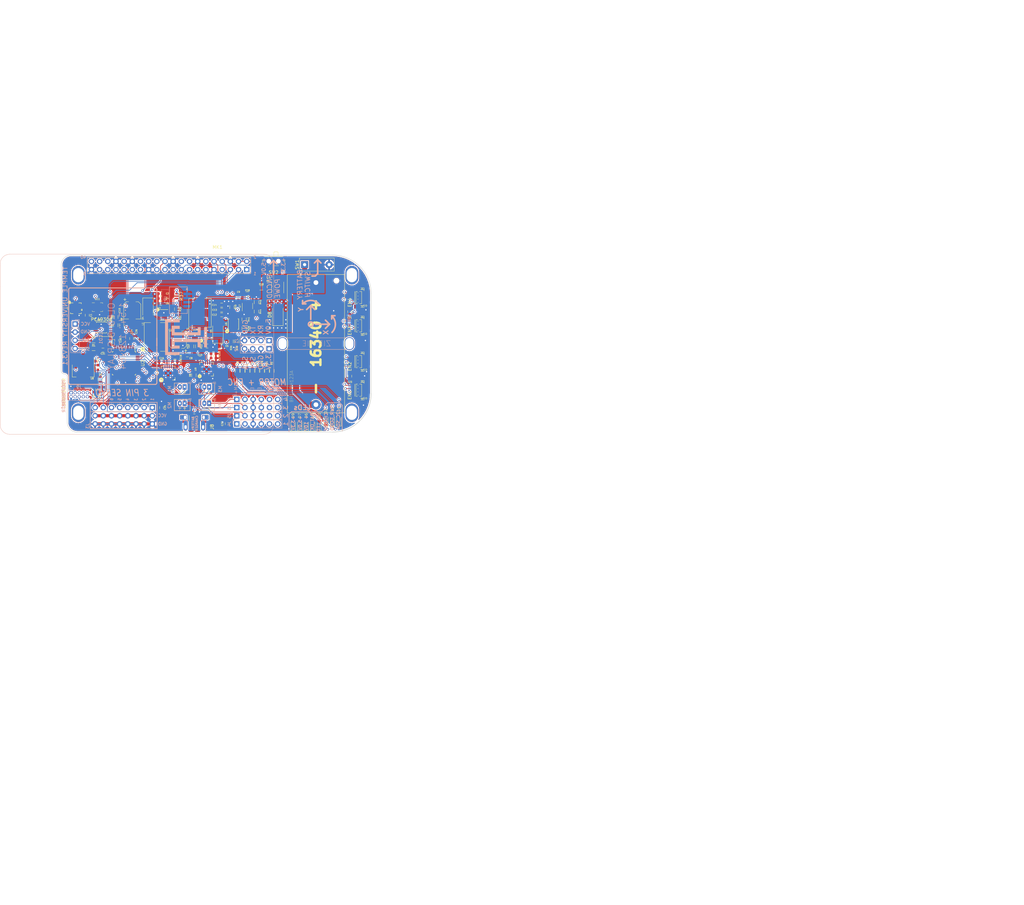
<source format=kicad_pcb>
(kicad_pcb (version 20171130) (host pcbnew "(5.0.0)")
  (layers (0 F.Cu signal) (1 In1.Cu signal) (2 In2.Cu signal) (31 B.Cu signal) (34 B.Paste user) (35 F.Paste user) (36 B.SilkS user) (37 F.SilkS user) (38 B.Mask user) (39 F.Mask user) (44 Edge.Cuts user))
  (net 0 "")
  (net 1 GND)
  (net 2 +5V)
  (net 3 +3V3)
  (net 4 QEP_1A)
  (net 5 QEP_1B)
  (net 6 SCL)
  (net 7 SDA)
  (net 8 Prog_LED0)
  (net 9 QEP_3A)
  (net 10 QEP_3B)
  (net 11 SERVO_1)
  (net 12 QEP_2A)
  (net 13 QEP_2B)
  (net 14 "Net-(D6-Pad2)")
  (net 15 "Net-(D7-Pad2)")
  (net 16 "Net-(D10-Pad2)")
  (net 17 PI_3.3V)
  (net 18 SERVO_6)
  (net 19 SERVO_5)
  (net 20 SERVO_4)
  (net 21 SERVO_3)
  (net 22 SERVO_2)
  (net 23 "Net-(F1-Pad1)")
  (net 24 TX)
  (net 25 RX)
  (net 26 SERVO_7)
  (net 27 +BATT)
  (net 28 CHG)
  (net 29 PG)
  (net 30 "Net-(R35-Pad1)")
  (net 31 +10V)
  (net 32 "Net-(D2-Pad2)")
  (net 33 "Net-(D3-Pad2)")
  (net 34 "Net-(D4-Pad2)")
  (net 35 "Net-(R32-Pad1)")
  (net 36 BATTERY_ENABLE)
  (net 37 MOTOR1_POS)
  (net 38 MOTOR1_NEG)
  (net 39 MOTOR2_POS)
  (net 40 MOTOR2_NEG)
  (net 41 MOTOR3_POS)
  (net 42 MOTOR3_NEG)
  (net 43 MOTOR_OUT_POS1)
  (net 44 "Net-(U10-Pad6)")
  (net 45 MOTOR_OUT_POS2)
  (net 46 MOTOR_OUT_NEG2)
  (net 47 MOTOR_OUT_NEG1)
  (net 48 MOTOR_OUT_NEG3)
  (net 49 MOTOR_OUT_NEG4)
  (net 50 MOTOR_OUT_POS4)
  (net 51 MOTOR4_POS)
  (net 52 MOTOR4_NEG)
  (net 53 MOTOR_OUT_POS3)
  (net 54 "Net-(C15-Pad1)")
  (net 55 "Net-(C16-Pad1)")
  (net 56 "Net-(C17-Pad1)")
  (net 57 "Net-(C18-Pad1)")
  (net 58 ENC_PWR)
  (net 59 "Net-(D1-Pad1)")
  (net 60 "Net-(D5-Pad2)")
  (net 61 "Net-(D9-Pad2)")
  (net 62 QEP_4B)
  (net 63 QEP_4A)
  (net 64 "Net-(R30-Pad1)")
  (net 65 "Net-(R36-Pad1)")
  (net 66 "Net-(R37-Pad2)")
  (net 67 "Net-(R39-Pad1)")
  (net 68 "Net-(R40-Pad2)")
  (net 69 "Net-(R44-Pad1)")
  (net 70 "Net-(R48-Pad1)")
  (net 71 MOTOR_EN)
  (net 72 "Net-(U9-Pad6)")
  (net 73 "Net-(BH1-Pad2)")
  (net 74 V_CHARGE)
  (net 75 IR)
  (net 76 "Net-(D11-Pad2)")
  (net 77 SCK)
  (net 78 MISO)
  (net 79 AVR_RST)
  (net 80 MOSI)
  (net 81 SDA_2)
  (net 82 SCL_2)
  (net 83 XTAL1)
  (net 84 XTAL2)
  (net 85 "Net-(R6-Pad1)")
  (module TEST:3X8_PINHEADER (layer B.Cu) (at 98.315 177.29 90)
    (fp_text reference J3 (at -0.635 -20.105 90) (layer B.SilkS) (effects (justify mirror)))
    (fp_text value 3x8_PinHeader)
    (fp_text user 7 (at 7.62 -15.24 90) (layer B.SilkS) (effects (font (size 1 0.7)) (justify mirror)))
    (fp_text user 8 (at 7.62 -17.78 90) (layer B.SilkS) (effects (font (size 1 0.7)) (justify mirror)))
    (fp_text user 6 (at 7.62 -12.7 90) (layer B.SilkS) (effects (font (size 1 0.7)) (justify mirror)))
    (fp_text user 5 (at 7.62 -10.16 90) (layer B.SilkS) (effects (font (size 1 0.7)) (justify mirror)))
    (fp_text user 4 (at 7.62 -7.62 90) (layer B.SilkS) (effects (font (size 1 0.7)) (justify mirror)))
    (fp_text user 3 (at 7.62 -5.08 90) (layer B.SilkS) (effects (font (size 1 0.7)) (justify mirror)))
    (fp_text user 2 (at 7.62 -2.54 90) (layer B.SilkS) (effects (font (size 1 0.7)) (justify mirror)))
    (fp_text user 1 (at 7.62 0 90) (layer B.SilkS) (effects (font (size 1 0.7)) (justify mirror)))
    (fp_text user VCC (at 2.6 3.1) (layer B.SilkS) (effects (font (size 1 0.9)) (justify mirror)))
    (fp_text user GND (at 0 3.2) (layer B.SilkS) (effects (font (size 1 0.9)) (justify mirror)))
    (pad 8 thru_hole oval (at 5.08 -17.78 90) (size 1.7 1.7) (drill 1) (layers *.Cu *.Mask) (net 40 MOTOR2_NEG))
    (pad 7 thru_hole oval (at 5.08 -15.24 90) (size 1.7 1.7) (drill 1) (layers *.Cu *.Mask) (net 26 SERVO_7))
    (pad 6 thru_hole oval (at 5.08 -12.7 90) (size 1.7 1.7) (drill 1) (layers *.Cu *.Mask) (net 18 SERVO_6))
    (pad 5 thru_hole oval (at 5.08 -10.16 90) (size 1.7 1.7) (drill 1) (layers *.Cu *.Mask) (net 19 SERVO_5))
    (pad 4 thru_hole oval (at 5.08 -7.62 90) (size 1.7 1.7) (drill 1) (layers *.Cu *.Mask) (net 20 SERVO_4))
    (pad 3 thru_hole oval (at 5.08 -5.08 90) (size 1.7 1.7) (drill 1) (layers *.Cu *.Mask) (net 21 SERVO_3))
    (pad 2 thru_hole oval (at 5.08 -2.54 90) (size 1.7 1.7) (drill 1) (layers *.Cu *.Mask) (net 22 SERVO_2))
    (pad 1 thru_hole rect (at 5.08 0 90) (size 1.7 1.7) (drill 1) (layers *.Cu *.Mask) (net 11 SERVO_1))
    (pad 9 thru_hole oval (at 2.54 -17.78 90) (size 1.7 1.7) (drill 1) (layers *.Cu *.Mask) (net 2 +5V))
    (pad 9 thru_hole oval (at 2.54 -15.24 90) (size 1.7 1.7) (drill 1) (layers *.Cu *.Mask) (net 2 +5V))
    (pad 9 thru_hole oval (at 2.54 -12.7 90) (size 1.7 1.7) (drill 1) (layers *.Cu *.Mask) (net 2 +5V))
    (pad 9 thru_hole oval (at 2.54 -10.16 90) (size 1.7 1.7) (drill 1) (layers *.Cu *.Mask) (net 2 +5V))
    (pad 9 thru_hole oval (at 2.54 -7.62 90) (size 1.7 1.7) (drill 1) (layers *.Cu *.Mask) (net 2 +5V))
    (pad 9 thru_hole oval (at 2.54 -5.08 90) (size 1.7 1.7) (drill 1) (layers *.Cu *.Mask) (net 2 +5V))
    (pad 9 thru_hole oval (at 2.54 -2.54 90) (size 1.7 1.7) (drill 1) (layers *.Cu *.Mask) (net 2 +5V))
    (pad 9 thru_hole oval (at 2.54 0 90) (size 1.7 1.7) (drill 1) (layers *.Cu *.Mask) (net 2 +5V))
    (pad 10 thru_hole circle (at 0 0 90) (size 1.7 1.7) (drill 1) (layers *.Cu *.Mask) (net 1 GND))
    (pad 10 thru_hole oval (at 0 -2.54 90) (size 1.7 1.7) (drill 1) (layers *.Cu *.Mask) (net 1 GND))
    (pad 10 thru_hole oval (at 0 -5.08 90) (size 1.7 1.7) (drill 1) (layers *.Cu *.Mask) (net 1 GND))
    (pad 10 thru_hole oval (at 0 -7.62 90) (size 1.7 1.7) (drill 1) (layers *.Cu *.Mask) (net 1 GND))
    (pad 10 thru_hole oval (at 0 -10.16 90) (size 1.7 1.7) (drill 1) (layers *.Cu *.Mask) (net 1 GND))
    (pad 10 thru_hole oval (at 0 -12.7 90) (size 1.7 1.7) (drill 1) (layers *.Cu *.Mask) (net 1 GND))
    (pad 10 thru_hole oval (at 0 -15.24 90) (size 1.7 1.7) (drill 1) (layers *.Cu *.Mask) (net 1 GND))
    (pad 10 thru_hole oval (at 0 -17.78 90) (size 1.7 1.7) (drill 1) (layers *.Cu *.Mask) (net 1 GND))
  )
  (module "" (layer F.Cu) (at 219.815 45.718)
    (fp_text reference "" (at 149.203 165.098) (layer F.SilkS) (effects (font (size 1.27 1.27))))
    (fp_text value "" (at 149.203 165.098) (layer F.SilkS) (effects (font (size 1.27 1.27))))
    (fp_text user "" (at 43.18 117.856) (layer F.SilkS) (effects (font (size 3 3) (thickness 0.75))))
  )
  (module "" (layer F.Cu) (at 149.203 165.098)
    (fp_text reference "" (at 103.229 161.4905) (layer F.SilkS) (effects (font (size 1.27 1.27))))
    (fp_text value "" (at 103.229 161.4905) (layer F.SilkS) (effects (font (size 1.27 1.27))))
    (fp_text user 16340 (at 0 -12.7 90) (layer F.SilkS) (effects (font (size 3 3) (thickness 0.75))))
  )
  (module "" (layer F.Cu) (at 244.199 104.646)
    (fp_text reference "" (at 103.229 161.4905) (layer F.SilkS) (effects (font (size 1.27 1.27))))
    (fp_text value "" (at 103.229 161.4905) (layer F.SilkS) (effects (font (size 1.27 1.27))))
    (fp_text user "" (at 15.24 61.468) (layer F.SilkS) (effects (font (size 3 3) (thickness 0.75))))
  )
  (module Housings_DFN_QFN:WQFN-16-1EP_4x4mm_Pitch0.65mm_ThermalVias (layer F.Cu) (at 103.229 161.4905 90)
    (fp_text reference U10 (at 0 -3.4 90) (layer F.SilkS) (effects (font (size 0.5 0.5) (thickness 0.1))))
    (fp_text value DRV8833RTYR)
    (pad 1 smd rect (at -1.9875 -0.975 90) (size 0.825 0.35) (layers F.Cu F.Paste F.Mask) (net 1 GND))
    (pad 1 smd circle (at -1.575 -0.975 90) (size 0.35 0.35) (layers F.Cu F.Paste F.Mask) (net 1 GND))
    (pad 2 smd rect (at -1.9875 -0.325 90) (size 0.825 0.35) (layers F.Cu F.Paste F.Mask) (net 47 MOTOR_OUT_NEG1))
    (pad 2 smd circle (at -1.575 -0.325 90) (size 0.35 0.35) (layers F.Cu F.Paste F.Mask) (net 47 MOTOR_OUT_NEG1))
    (pad 3 smd rect (at -1.9875 0.325 90) (size 0.825 0.35) (layers F.Cu F.Paste F.Mask) (net 46 MOTOR_OUT_NEG2))
    (pad 3 smd circle (at -1.575 0.325 90) (size 0.35 0.35) (layers F.Cu F.Paste F.Mask) (net 46 MOTOR_OUT_NEG2))
    (pad 4 smd rect (at -1.9875 0.975 90) (size 0.825 0.35) (layers F.Cu F.Paste F.Mask) (net 1 GND))
    (pad 4 smd circle (at -1.575 0.975 90) (size 0.35 0.35) (layers F.Cu F.Paste F.Mask) (net 1 GND))
    (pad 5 smd rect (at -0.975 1.9875 180) (size 0.825 0.35) (layers F.Cu F.Paste F.Mask) (net 45 MOTOR_OUT_POS2))
    (pad 5 smd circle (at -0.975 1.575 180) (size 0.35 0.35) (layers F.Cu F.Paste F.Mask) (net 45 MOTOR_OUT_POS2))
    (pad 6 smd rect (at -0.325 1.9875 180) (size 0.825 0.35) (layers F.Cu F.Paste F.Mask) (net 44 "Net-(U10-Pad6)"))
    (pad 6 smd circle (at -0.325 1.575 180) (size 0.35 0.35) (layers F.Cu F.Paste F.Mask) (net 44 "Net-(U10-Pad6)"))
    (pad 7 smd rect (at 0.325 1.9875 180) (size 0.825 0.35) (layers F.Cu F.Paste F.Mask) (net 39 MOTOR2_POS))
    (pad 7 smd circle (at 0.325 1.575 180) (size 0.35 0.35) (layers F.Cu F.Paste F.Mask) (net 39 MOTOR2_POS))
    (pad 8 smd rect (at 0.975 1.9875 180) (size 0.825 0.35) (layers F.Cu F.Paste F.Mask) (net 40 MOTOR2_NEG))
    (pad 8 smd circle (at 0.975 1.575 180) (size 0.35 0.35) (layers F.Cu F.Paste F.Mask) (net 40 MOTOR2_NEG))
    (pad 9 smd rect (at 1.9875 0.975 90) (size 0.825 0.35) (layers F.Cu F.Paste F.Mask) (net 57 "Net-(C18-Pad1)"))
    (pad 9 smd circle (at 1.575 0.975 90) (size 0.35 0.35) (layers F.Cu F.Paste F.Mask) (net 57 "Net-(C18-Pad1)"))
    (pad 10 smd rect (at 1.9875 0.325 90) (size 0.825 0.35) (layers F.Cu F.Paste F.Mask) (net 31 +10V))
    (pad 10 smd circle (at 1.575 0.325 90) (size 0.35 0.35) (layers F.Cu F.Paste F.Mask) (net 31 +10V))
    (pad 11 smd rect (at 1.9875 -0.325 90) (size 0.825 0.35) (layers F.Cu F.Paste F.Mask) (net 1 GND))
    (pad 11 smd circle (at 1.575 -0.325 90) (size 0.35 0.35) (layers F.Cu F.Paste F.Mask) (net 1 GND))
    (pad 12 smd rect (at 1.9875 -0.975 90) (size 0.825 0.35) (layers F.Cu F.Paste F.Mask) (net 55 "Net-(C16-Pad1)"))
    (pad 12 smd circle (at 1.575 -0.975 90) (size 0.35 0.35) (layers F.Cu F.Paste F.Mask) (net 55 "Net-(C16-Pad1)"))
    (pad 13 smd rect (at 0.975 -1.9875 180) (size 0.825 0.35) (layers F.Cu F.Paste F.Mask) (net 38 MOTOR1_NEG))
    (pad 13 smd circle (at 0.975 -1.575 180) (size 0.35 0.35) (layers F.Cu F.Paste F.Mask) (net 38 MOTOR1_NEG))
    (pad 14 smd rect (at 0.325 -1.9875 180) (size 0.825 0.35) (layers F.Cu F.Paste F.Mask) (net 37 MOTOR1_POS))
    (pad 14 smd circle (at 0.325 -1.575 180) (size 0.35 0.35) (layers F.Cu F.Paste F.Mask) (net 37 MOTOR1_POS))
    (pad 15 smd rect (at -0.325 -1.9875 180) (size 0.825 0.35) (layers F.Cu F.Paste F.Mask) (net 71 MOTOR_EN))
    (pad 15 smd circle (at -0.325 -1.575 180) (size 0.35 0.35) (layers F.Cu F.Paste F.Mask) (net 71 MOTOR_EN))
    (pad 16 smd rect (at -0.975 -1.9875 180) (size 0.825 0.35) (layers F.Cu F.Paste F.Mask) (net 43 MOTOR_OUT_POS1))
    (pad 16 smd circle (at -0.975 -1.575 180) (size 0.35 0.35) (layers F.Cu F.Paste F.Mask) (net 43 MOTOR_OUT_POS1))
    (pad 17 smd rect (at 0 0 90) (size 2.1 2.1) (layers F.Cu F.Paste F.Mask) (net 1 GND))
    (pad 17 thru_hole circle (at 0 0 90) (size 0.6 0.6) (drill 0.3) (layers *.Cu *.Mask) (net 1 GND))
    (pad 17 thru_hole circle (at -0.75 -0.75 90) (size 0.6 0.6) (drill 0.3) (layers *.Cu *.Mask) (net 1 GND))
    (pad 17 thru_hole circle (at 0.75 -0.75 90) (size 0.6 0.6) (drill 0.3) (layers *.Cu *.Mask) (net 1 GND))
    (pad 17 thru_hole circle (at -0.75 0.75 90) (size 0.6 0.6) (drill 0.3) (layers *.Cu *.Mask) (net 1 GND))
    (pad 17 thru_hole circle (at 0.75 0.75 90) (size 0.6 0.6) (drill 0.3) (layers *.Cu *.Mask) (net 1 GND))
  )
  (module "TEST:1_5MM ZH JST" (layer B.Cu) (at 108.611 165.797 180)
    (fp_text reference M1 (at 4.925 -0.635 270) (layer B.SilkS) (effects (justify mirror)))
    (fp_text value Conn_01x02)
    (fp_text user + (at 0.25 -1.45 180) (layer F.SilkS))
    (fp_text user - (at 1.75 -1.45 180) (layer F.SilkS))
    (pad 1 thru_hole rect (at 0.25 0 180) (size 1.2 1.7) (drill 0.6) (layers *.Cu *.Mask) (net 43 MOTOR_OUT_POS1))
    (pad 2 thru_hole oval (at 1.75 0 180) (size 1.2 1.7) (drill 0.6) (layers *.Cu *.Mask) (net 47 MOTOR_OUT_NEG1))
  )
  (module "TEST:1_5MM ZH JST" (layer B.Cu) (at 108.611 170.877 180)
    (fp_text reference M2 (at 4.925 -0.635 270) (layer B.SilkS) (effects (justify mirror)))
    (fp_text value Conn_01x02)
    (fp_text user + (at 0.25 -1.45 180) (layer F.SilkS))
    (fp_text user - (at 1.75 -1.45 180) (layer F.SilkS))
    (pad 1 thru_hole rect (at 0.25 0 180) (size 1.2 1.7) (drill 0.6) (layers *.Cu *.Mask) (net 45 MOTOR_OUT_POS2))
    (pad 2 thru_hole oval (at 1.75 0 180) (size 1.2 1.7) (drill 0.6) (layers *.Cu *.Mask) (net 46 MOTOR_OUT_NEG2))
  )
  (module LEDs:LED_0805 (layer F.Cu) (at 156.315 176.19 90)
    (fp_text reference D1 (at 3.472 0 90) (layer F.SilkS) (effects (font (size 0.8 0.8) (thickness 0.1))))
    (fp_text value LED)
    (pad 2 smd rect (at 1.1 0 270) (size 1.2 1.2) (layers F.Cu F.Paste F.Mask) (net 3 +3V3))
    (pad 1 smd rect (at -1.1 0 270) (size 1.2 1.2) (layers F.Cu F.Paste F.Mask) (net 59 "Net-(D1-Pad1)"))
  )
  (module Pin_Headers:Pin_Header_Straight_1x04_Pitch2.54mm (layer B.Cu) (at 134.606 151.382 90)
    (fp_text reference J1 (at -0.127 -10.16 90) (layer B.SilkS) (effects (justify mirror)))
    (fp_text value Conn_01x04)
    (pad 1 thru_hole rect (at 0 0 90) (size 1.7 1.7) (drill 1) (layers *.Cu *.Mask) (net 2 +5V))
    (pad 2 thru_hole oval (at 0 -2.54 90) (size 1.7 1.7) (drill 1) (layers *.Cu *.Mask) (net 25 RX))
    (pad 3 thru_hole oval (at 0 -5.08 90) (size 1.7 1.7) (drill 1) (layers *.Cu *.Mask) (net 24 TX))
    (pad 4 thru_hole oval (at 0 -7.62 90) (size 1.7 1.7) (drill 1) (layers *.Cu *.Mask) (net 1 GND))
  )
  (module TEST:BeagleBoneBlue_Extended_2cm (layer F.Cu) (at 113.12 152.43)
    (fp_text reference MK1 (at 5.45 -30.1) (layer F.SilkS))
    (fp_text value Housing)
    (pad "" np_thru_hole oval (at -37.8 21.4) (size 4 5.8) (drill oval 3.2 4.45) (layers *.Cu *.Mask))
    (pad "" np_thru_hole oval (at -37.8 -21.4) (size 4 5.8) (drill oval 3.2 4.45) (layers *.Cu *.Mask))
    (pad "" np_thru_hole oval (at 47.2 21.4) (size 4 5.8) (drill oval 3.2 4.45) (layers *.Cu *.Mask))
    (pad "" np_thru_hole oval (at 47.2 -21.4) (size 4 5.8) (drill oval 3.2 4.45) (layers *.Cu *.Mask))
  )
  (module Housings_SSOP:MSOP-10-1EP_3x3mm_Pitch0.5mm (layer F.Cu) (at 123.535 146.25 90)
    (fp_text reference U6 (at 0 -2.272 90) (layer F.SilkS) (effects (font (size 0.5 0.5) (thickness 0.1))))
    (fp_text value BQ24092DGQR)
    (pad 1 smd rect (at -2.105 -1 90) (size 0.89 0.305) (layers F.Cu F.Paste F.Mask) (net 74 V_CHARGE))
    (pad 2 smd rect (at -2.105 -0.5 90) (size 0.89 0.305) (layers F.Cu F.Paste F.Mask) (net 30 "Net-(R35-Pad1)"))
    (pad 3 smd rect (at -2.105 0 90) (size 0.89 0.305) (layers F.Cu F.Paste F.Mask) (net 1 GND))
    (pad 4 smd rect (at -2.105 0.5 90) (size 0.89 0.305) (layers F.Cu F.Paste F.Mask) (net 65 "Net-(R36-Pad1)"))
    (pad 5 smd rect (at -2.105 1 90) (size 0.89 0.305) (layers F.Cu F.Paste F.Mask) (net 29 PG))
    (pad 6 smd rect (at 2.105 1 90) (size 0.89 0.305) (layers F.Cu F.Paste F.Mask))
    (pad 7 smd rect (at 2.105 0.5 90) (size 0.89 0.305) (layers F.Cu F.Paste F.Mask) (net 67 "Net-(R39-Pad1)"))
    (pad 8 smd rect (at 2.105 0 90) (size 0.89 0.305) (layers F.Cu F.Paste F.Mask) (net 28 CHG))
    (pad 9 smd rect (at 2.105 -0.5 90) (size 0.89 0.305) (layers F.Cu F.Paste F.Mask) (net 68 "Net-(R40-Pad2)"))
    (pad 10 smd rect (at 2.105 -1 90) (size 0.89 0.305) (layers F.Cu F.Paste F.Mask) (net 27 +BATT))
    (pad 11 smd rect (at 0.42 0.47 90) (size 0.84 0.94) (layers F.Cu F.Paste F.Mask) (net 1 GND))
    (pad 11 smd rect (at 0.42 -0.47 90) (size 0.84 0.94) (layers F.Cu F.Paste F.Mask) (net 1 GND))
    (pad 11 smd rect (at -0.42 0.47 90) (size 0.84 0.94) (layers F.Cu F.Paste F.Mask) (net 1 GND))
    (pad 11 smd rect (at -0.42 -0.47 90) (size 0.84 0.94) (layers F.Cu F.Paste F.Mask) (net 1 GND))
  )
  (module LEDs:LED_0805 (layer F.Cu) (at 146.155 177.714 90)
    (fp_text reference D6 (at 2.964 0 90) (layer F.SilkS) (effects (font (size 0.8 0.8) (thickness 0.1))))
    (fp_text value LED)
    (pad 2 smd rect (at 1.1 0 270) (size 1.2 1.2) (layers F.Cu F.Paste F.Mask) (net 14 "Net-(D6-Pad2)"))
    (pad 1 smd rect (at -1.1 0 270) (size 1.2 1.2) (layers F.Cu F.Paste F.Mask) (net 1 GND))
  )
  (module LEDs:LED_0805 (layer F.Cu) (at 144.123 177.714 90)
    (fp_text reference D7 (at 2.964 0 270) (layer F.SilkS) (effects (font (size 0.8 0.8) (thickness 0.1))))
    (fp_text value LED)
    (pad 2 smd rect (at 1.1 0 270) (size 1.2 1.2) (layers F.Cu F.Paste F.Mask) (net 15 "Net-(D7-Pad2)"))
    (pad 1 smd rect (at -1.1 0 270) (size 1.2 1.2) (layers F.Cu F.Paste F.Mask) (net 1 GND))
  )
  (module LEDs:LED_0805 (layer F.Cu) (at 142.091 177.714 90)
    (fp_text reference D9 (at 2.964 0 270) (layer F.SilkS) (effects (font (size 0.8 0.8) (thickness 0.1))))
    (fp_text value LED)
    (pad 2 smd rect (at 1.1 0 270) (size 1.2 1.2) (layers F.Cu F.Paste F.Mask) (net 61 "Net-(D9-Pad2)"))
    (pad 1 smd rect (at -1.1 0 270) (size 1.2 1.2) (layers F.Cu F.Paste F.Mask) (net 1 GND))
  )
  (module LEDs:LED_0805 (layer F.Cu) (at 150.219 177.714 90)
    (fp_text reference D10 (at 2.964 0 90) (layer F.SilkS) (effects (font (size 0.8 0.6) (thickness 0.1))))
    (fp_text value LED)
    (pad 2 smd rect (at 1.1 0 270) (size 1.2 1.2) (layers F.Cu F.Paste F.Mask) (net 16 "Net-(D10-Pad2)"))
    (pad 1 smd rect (at -1.1 0 270) (size 1.2 1.2) (layers F.Cu F.Paste F.Mask) (net 1 GND))
  )
  (module Resistors_SMD:R_1812 (layer F.Cu) (at 137.265 134.872 270)
    (fp_text reference F1 (at -2.54 2.794 270) (layer F.SilkS))
    (fp_text value "Polyfuse 3A")
    (pad 1 smd rect (at -2.44 0 270) (size 1.6 3.5) (layers F.Cu F.Paste F.Mask) (net 23 "Net-(F1-Pad1)"))
    (pad 2 smd rect (at 2.44 0 270) (size 1.6 3.5) (layers F.Cu F.Paste F.Mask) (net 73 "Net-(BH1-Pad2)"))
  )
  (module TEST:L_7.3x6.8 (layer F.Cu) (at 99.292 150.262 90)
    (fp_text reference L1 (at 4.087 -3.937 90) (layer F.SilkS) (effects (font (size 0.5 0.5) (thickness 0.1))))
    (fp_text value 4.7uH)
    (pad 1 smd rect (at -3.025 0 90) (size 2.35 3.5) (layers F.Cu F.Paste F.Mask) (net 2 +5V))
    (pad 2 smd rect (at 3.025 0 90) (size 2.35 3.5) (layers F.Cu F.Paste F.Mask) (net 34 "Net-(D4-Pad2)"))
  )
  (module TEST:L_7.3x6.8 (layer F.Cu) (at 113.135 142.7865 270)
    (fp_text reference L2 (at 5.0395 -1.778) (layer F.SilkS) (effects (font (size 0.5 0.5) (thickness 0.1))))
    (fp_text value 4.7uH)
    (pad 1 smd rect (at -3.025 0 270) (size 2.35 3.5) (layers F.Cu F.Paste F.Mask) (net 27 +BATT))
    (pad 2 smd rect (at 3.025 0 270) (size 2.35 3.5) (layers F.Cu F.Paste F.Mask) (net 60 "Net-(D5-Pad2)"))
  )
  (module "TEST:1_5MM ZH JST" (layer B.Cu) (at 116.231 165.797 180)
    (fp_text reference M3 (at -3.203 -0.635 90) (layer B.SilkS) (effects (justify mirror)))
    (fp_text value Conn_01x02)
    (fp_text user + (at 0.25 -1.45 180) (layer F.SilkS))
    (fp_text user - (at 1.75 -1.45 180) (layer F.SilkS))
    (pad 1 thru_hole rect (at 0.25 0 180) (size 1.2 1.7) (drill 0.6) (layers *.Cu *.Mask) (net 53 MOTOR_OUT_POS3))
    (pad 2 thru_hole oval (at 1.75 0 180) (size 1.2 1.7) (drill 0.6) (layers *.Cu *.Mask) (net 48 MOTOR_OUT_NEG3))
  )
  (module "TEST:Single Dip Siwtch" (layer F.Cu) (at 145.647 127.76 90)
    (fp_text reference SW1 (at 0 -2.33 90) (layer F.SilkS))
    (fp_text value SW_SPST)
    (pad 1 thru_hole rect (at 0 0 90) (size 2.2 2.2) (drill 1) (layers *.Cu *.Mask) (net 23 "Net-(F1-Pad1)"))
    (pad 2 thru_hole oval (at 0 7.62 90) (size 2.2 2.2) (drill 1) (layers *.Cu *.Mask) (net 1 GND))
  )
  (module Housings_DFN_QFN:DFN-10-1EP_3x3mm_Pitch0.5mm (layer F.Cu) (at 101.9525 143.396)
    (fp_text reference U4 (at -1.5175 -2.174) (layer F.SilkS) (effects (font (size 0.5 0.5) (thickness 0.1))))
    (fp_text value SY7304DBC)
    (pad 1 smd rect (at -1.55 -1) (size 0.65 0.3) (layers F.Cu F.Paste F.Mask))
    (pad 2 smd rect (at -1.55 -0.5) (size 0.65 0.3) (layers F.Cu F.Paste F.Mask) (net 64 "Net-(R30-Pad1)"))
    (pad 3 smd rect (at -1.55 0) (size 0.65 0.3) (layers F.Cu F.Paste F.Mask))
    (pad 4 smd rect (at -1.55 0.5) (size 0.65 0.3) (layers F.Cu F.Paste F.Mask) (net 34 "Net-(D4-Pad2)"))
    (pad 5 smd rect (at -1.55 1) (size 0.65 0.3) (layers F.Cu F.Paste F.Mask) (net 34 "Net-(D4-Pad2)"))
    (pad 6 smd rect (at 1.55 1) (size 0.65 0.3) (layers F.Cu F.Paste F.Mask))
    (pad 7 smd rect (at 1.55 0.5) (size 0.65 0.3) (layers F.Cu F.Paste F.Mask) (net 2 +5V))
    (pad 8 smd rect (at 1.55 0) (size 0.65 0.3) (layers F.Cu F.Paste F.Mask))
    (pad 9 smd rect (at 1.55 -0.5) (size 0.65 0.3) (layers F.Cu F.Paste F.Mask) (net 66 "Net-(R37-Pad2)"))
    (pad 10 smd rect (at 1.55 -1) (size 0.65 0.3) (layers F.Cu F.Paste F.Mask))
    (pad 11 smd rect (at 0.3875 0.62) (size 0.775 1.24) (layers F.Cu F.Paste F.Mask) (net 1 GND))
    (pad 11 smd rect (at 0.3875 -0.62) (size 0.775 1.24) (layers F.Cu F.Paste F.Mask) (net 1 GND))
    (pad 11 smd rect (at -0.3875 0.62) (size 0.775 1.24) (layers F.Cu F.Paste F.Mask) (net 1 GND))
    (pad 11 smd rect (at -0.3875 -0.62) (size 0.775 1.24) (layers F.Cu F.Paste F.Mask) (net 1 GND))
  )
  (module Housings_DFN_QFN:DFN-10-1EP_3x3mm_Pitch0.5mm (layer F.Cu) (at 111.5475 149.731 180)
    (fp_text reference U5 (at 2.1825 2.001 180) (layer F.SilkS) (effects (font (size 0.5 0.5) (thickness 0.1))))
    (fp_text value SY7304DBC)
    (pad 1 smd rect (at -1.55 -1 180) (size 0.65 0.3) (layers F.Cu F.Paste F.Mask))
    (pad 2 smd rect (at -1.55 -0.5 180) (size 0.65 0.3) (layers F.Cu F.Paste F.Mask) (net 35 "Net-(R32-Pad1)"))
    (pad 3 smd rect (at -1.55 0 180) (size 0.65 0.3) (layers F.Cu F.Paste F.Mask))
    (pad 4 smd rect (at -1.55 0.5 180) (size 0.65 0.3) (layers F.Cu F.Paste F.Mask) (net 60 "Net-(D5-Pad2)"))
    (pad 5 smd rect (at -1.55 1 180) (size 0.65 0.3) (layers F.Cu F.Paste F.Mask) (net 60 "Net-(D5-Pad2)"))
    (pad 6 smd rect (at 1.55 1 180) (size 0.65 0.3) (layers F.Cu F.Paste F.Mask))
    (pad 7 smd rect (at 1.55 0.5 180) (size 0.65 0.3) (layers F.Cu F.Paste F.Mask) (net 27 +BATT))
    (pad 8 smd rect (at 1.55 0 180) (size 0.65 0.3) (layers F.Cu F.Paste F.Mask))
    (pad 9 smd rect (at 1.55 -0.5 180) (size 0.65 0.3) (layers F.Cu F.Paste F.Mask) (net 36 BATTERY_ENABLE))
    (pad 10 smd rect (at 1.55 -1 180) (size 0.65 0.3) (layers F.Cu F.Paste F.Mask))
    (pad 11 smd rect (at 0.3875 0.62 180) (size 0.775 1.24) (layers F.Cu F.Paste F.Mask) (net 1 GND))
    (pad 11 smd rect (at 0.3875 -0.62 180) (size 0.775 1.24) (layers F.Cu F.Paste F.Mask) (net 1 GND))
    (pad 11 smd rect (at -0.3875 0.62 180) (size 0.775 1.24) (layers F.Cu F.Paste F.Mask) (net 1 GND))
    (pad 11 smd rect (at -0.3875 -0.62 180) (size 0.775 1.24) (layers F.Cu F.Paste F.Mask) (net 1 GND))
  )
  (module "TEST:1_5MM ZH JST" (layer B.Cu) (at 116.231 170.877 180)
    (fp_text reference M4 (at -3.048 -0.635 270) (layer B.SilkS) (effects (justify mirror)))
    (fp_text value Conn_01x02)
    (fp_text user + (at 0.25 -1.45 180) (layer F.SilkS))
    (fp_text user - (at 1.75 -1.45 180) (layer F.SilkS))
    (pad 1 thru_hole rect (at 0.25 0 180) (size 1.2 1.7) (drill 0.6) (layers *.Cu *.Mask) (net 50 MOTOR_OUT_POS4))
    (pad 2 thru_hole oval (at 1.75 0 180) (size 1.2 1.7) (drill 0.6) (layers *.Cu *.Mask) (net 49 MOTOR_OUT_NEG4))
  )
  (module LEDs:LED_0805 (layer F.Cu) (at 152.251 176.19 90)
    (fp_text reference D2 (at 2.964 0 90) (layer F.SilkS) (effects (font (size 0.8 0.8) (thickness 0.1))))
    (fp_text value LED)
    (pad 2 smd rect (at 1.1 0 270) (size 1.2 1.2) (layers F.Cu F.Paste F.Mask) (net 32 "Net-(D2-Pad2)"))
    (pad 1 smd rect (at -1.1 0 270) (size 1.2 1.2) (layers F.Cu F.Paste F.Mask) (net 28 CHG))
  )
  (module LEDs:LED_0805 (layer F.Cu) (at 154.283 176.19 90)
    (fp_text reference D3 (at 3.472 0 90) (layer F.SilkS) (effects (font (size 0.8 0.8) (thickness 0.1))))
    (fp_text value LED)
    (pad 2 smd rect (at 1.1 0 270) (size 1.2 1.2) (layers F.Cu F.Paste F.Mask) (net 33 "Net-(D3-Pad2)"))
    (pad 1 smd rect (at -1.1 0 270) (size 1.2 1.2) (layers F.Cu F.Paste F.Mask) (net 29 PG))
  )
  (module Diodes_SMD:D_SMA (layer F.Cu) (at 97.006 141.508 270)
    (fp_text reference D4 (at 2.889 1.651 270) (layer F.SilkS) (effects (font (size 0.5 0.5) (thickness 0.1))))
    (fp_text value D)
    (pad 1 smd rect (at -2 0 270) (size 2.5 1.8) (layers F.Cu F.Paste F.Mask) (net 31 +10V))
    (pad 2 smd rect (at 2 0 270) (size 2.5 1.8) (layers F.Cu F.Paste F.Mask) (net 34 "Net-(D4-Pad2)"))
  )
  (module Diodes_SMD:D_SMA (layer F.Cu) (at 118.723 148.81 90)
    (fp_text reference D5 (at 0.38 -2.158 90) (layer F.SilkS) (effects (font (size 0.5 0.5) (thickness 0.1))))
    (fp_text value D)
    (pad 1 smd rect (at -2 0 90) (size 2.5 1.8) (layers F.Cu F.Paste F.Mask) (net 2 +5V))
    (pad 2 smd rect (at 2 0 90) (size 2.5 1.8) (layers F.Cu F.Paste F.Mask) (net 60 "Net-(D5-Pad2)"))
  )
  (module Diodes_SMD:D_SMA (layer F.Cu) (at 137.315 143.33 90)
    (fp_text reference D8 (at 0 -2.5 90) (layer F.SilkS))
    (fp_text value D)
    (pad 1 smd rect (at -2 0 90) (size 2.5 1.8) (layers F.Cu F.Paste F.Mask) (net 27 +BATT))
    (pad 2 smd rect (at 2 0 90) (size 2.5 1.8) (layers F.Cu F.Paste F.Mask) (net 1 GND))
  )
  (module TEST:TSOP36238TR (layer B.Cu) (at 103.771 140.714 180)
    (fp_text reference IR1 (at 1.27 1.905 270) (layer B.SilkS) (effects (justify mirror)))
    (fp_text value TSOP36238TR (at 32.956 -27.866 270) (layer B.SilkS) (effects (justify mirror)))
    (fp_text user * (at -5.3 5.0165 180) (layer B.SilkS) (effects (justify mirror)))
    (fp_text user * (at -5.3 5.0165 180) (layer B.SilkS) (effects (justify mirror)))
    (pad 4 smd rect (at -5.3 0 180) (size 2.2098 0.889) (layers B.Cu B.Paste B.Mask) (net 75 IR))
    (pad 3 smd rect (at -5.3 1.27 180) (size 2.2098 0.889) (layers B.Cu B.Paste B.Mask) (net 3 +3V3))
    (pad 2 smd rect (at -5.3 2.54 180) (size 2.2098 0.889) (layers B.Cu B.Paste B.Mask) (net 1 GND))
    (pad 1 smd rect (at -5.3 3.81 180) (size 2.2098 0.889) (layers B.Cu B.Paste B.Mask) (net 1 GND))
  )
  (module Pin_Headers:Pin_Header_Straight_1x04_Pitch2.54mm (layer B.Cu) (at 134.606 153.922 90)
    (fp_text reference J2 (at 0 -10.16 90) (layer B.SilkS) (effects (justify mirror)))
    (fp_text value Conn_01x04)
    (pad 1 thru_hole rect (at 0 0 90) (size 1.7 1.7) (drill 1) (layers *.Cu *.Mask) (net 3 +3V3))
    (pad 2 thru_hole oval (at 0 -2.54 90) (size 1.7 1.7) (drill 1) (layers *.Cu *.Mask) (net 1 GND))
    (pad 3 thru_hole oval (at 0 -5.08 90) (size 1.7 1.7) (drill 1) (layers *.Cu *.Mask) (net 6 SCL))
    (pad 4 thru_hole oval (at 0 -7.62 90) (size 1.7 1.7) (drill 1) (layers *.Cu *.Mask) (net 7 SDA))
  )
  (module Pin_Headers:Pin_Header_Straight_1x06_Pitch2.54mm (layer B.Cu) (at 124.565 177.29 270)
    (fp_text reference J4 (at 0 2.33 270) (layer B.SilkS) (effects (justify mirror)))
    (fp_text value Conn_01x06)
    (pad 1 thru_hole rect (at 0 0 270) (size 1.7 1.7) (drill 1) (layers *.Cu *.Mask) (net 43 MOTOR_OUT_POS1))
    (pad 2 thru_hole oval (at 0 -2.54 270) (size 1.7 1.7) (drill 1) (layers *.Cu *.Mask) (net 47 MOTOR_OUT_NEG1))
    (pad 3 thru_hole oval (at 0 -5.08 270) (size 1.7 1.7) (drill 1) (layers *.Cu *.Mask) (net 1 GND))
    (pad 4 thru_hole oval (at 0 -7.62 270) (size 1.7 1.7) (drill 1) (layers *.Cu *.Mask) (net 58 ENC_PWR))
    (pad 5 thru_hole oval (at 0 -10.16 270) (size 1.7 1.7) (drill 1) (layers *.Cu *.Mask) (net 4 QEP_1A))
    (pad 6 thru_hole oval (at 0 -12.7 270) (size 1.7 1.7) (drill 1) (layers *.Cu *.Mask) (net 5 QEP_1B))
  )
  (module Pin_Headers:Pin_Header_Straight_1x06_Pitch2.54mm (layer B.Cu) (at 124.565 174.75 270)
    (fp_text reference J5 (at 0 2.33 270) (layer B.SilkS) (effects (justify mirror)))
    (fp_text value Conn_01x06)
    (pad 1 thru_hole rect (at 0 0 270) (size 1.7 1.7) (drill 1) (layers *.Cu *.Mask) (net 45 MOTOR_OUT_POS2))
    (pad 2 thru_hole oval (at 0 -2.54 270) (size 1.7 1.7) (drill 1) (layers *.Cu *.Mask) (net 46 MOTOR_OUT_NEG2))
    (pad 3 thru_hole oval (at 0 -5.08 270) (size 1.7 1.7) (drill 1) (layers *.Cu *.Mask) (net 1 GND))
    (pad 4 thru_hole oval (at 0 -7.62 270) (size 1.7 1.7) (drill 1) (layers *.Cu *.Mask) (net 58 ENC_PWR))
    (pad 5 thru_hole oval (at 0 -10.16 270) (size 1.7 1.7) (drill 1) (layers *.Cu *.Mask) (net 12 QEP_2A))
    (pad 6 thru_hole oval (at 0 -12.7 270) (size 1.7 1.7) (drill 1) (layers *.Cu *.Mask) (net 13 QEP_2B))
  )
  (module Pin_Headers:Pin_Header_Straight_1x06_Pitch2.54mm (layer B.Cu) (at 124.565 172.21 270)
    (fp_text reference J6 (at 0 2.33 270) (layer B.SilkS) (effects (justify mirror)))
    (fp_text value Conn_01x06)
    (pad 1 thru_hole rect (at 0 0 270) (size 1.7 1.7) (drill 1) (layers *.Cu *.Mask) (net 53 MOTOR_OUT_POS3))
    (pad 2 thru_hole oval (at 0 -2.54 270) (size 1.7 1.7) (drill 1) (layers *.Cu *.Mask) (net 48 MOTOR_OUT_NEG3))
    (pad 3 thru_hole oval (at 0 -5.08 270) (size 1.7 1.7) (drill 1) (layers *.Cu *.Mask) (net 1 GND))
    (pad 4 thru_hole oval (at 0 -7.62 270) (size 1.7 1.7) (drill 1) (layers *.Cu *.Mask) (net 58 ENC_PWR))
    (pad 5 thru_hole oval (at 0 -10.16 270) (size 1.7 1.7) (drill 1) (layers *.Cu *.Mask) (net 9 QEP_3A))
    (pad 6 thru_hole oval (at 0 -12.7 270) (size 1.7 1.7) (drill 1) (layers *.Cu *.Mask) (net 10 QEP_3B))
  )
  (module Pin_Headers:Pin_Header_Straight_1x06_Pitch2.54mm (layer B.Cu) (at 124.565 169.67 270)
    (fp_text reference J7 (at 0 2.33 270) (layer B.SilkS) (effects (justify mirror)))
    (fp_text value Conn_01x06)
    (pad 1 thru_hole rect (at 0 0 270) (size 1.7 1.7) (drill 1) (layers *.Cu *.Mask) (net 50 MOTOR_OUT_POS4))
    (pad 2 thru_hole oval (at 0 -2.54 270) (size 1.7 1.7) (drill 1) (layers *.Cu *.Mask) (net 49 MOTOR_OUT_NEG4))
    (pad 3 thru_hole oval (at 0 -5.08 270) (size 1.7 1.7) (drill 1) (layers *.Cu *.Mask) (net 1 GND))
    (pad 4 thru_hole oval (at 0 -7.62 270) (size 1.7 1.7) (drill 1) (layers *.Cu *.Mask) (net 58 ENC_PWR))
    (pad 5 thru_hole oval (at 0 -10.16 270) (size 1.7 1.7) (drill 1) (layers *.Cu *.Mask) (net 63 QEP_4A))
    (pad 6 thru_hole oval (at 0 -12.7 270) (size 1.7 1.7) (drill 1) (layers *.Cu *.Mask) (net 62 QEP_4B))
  )
  (module TEST:SSD1306_NO_BOTTOM_SILK_NO_MOUNT (layer B.Cu) (at 76.115 150.01 270)
    (fp_text reference LCD1 (at 0.6 -6.2 90) (layer B.SilkS) (effects (justify mirror)))
    (fp_text value I2C_LCD)
    (fp_text user "1.54\" 128x64" (at 0 -13 270) (layer B.SilkS) (effects (font (size 2 2)) (justify mirror)))
    (fp_text user "OLED DISPLAY" (at 0 -9.5 270) (layer B.SilkS) (effects (font (size 2 2)) (justify mirror)))
    (fp_text user SDA (at 4 -1.4 180) (layer B.SilkS) (effects (justify mirror)))
    (fp_text user SCL (at 1.2 -1.4 180) (layer B.SilkS) (effects (justify mirror)))
    (fp_text user GND (at -1.4 -1.4 180) (layer B.SilkS) (effects (justify mirror)))
    (fp_text user VCC (at -3.8 -1.4 180) (layer B.SilkS) (effects (justify mirror)))
    (pad 1 thru_hole rect (at -3.8 1.8 90) (size 1.7 1.7) (drill 1) (layers *.Cu *.Mask) (net 3 +3V3))
    (pad 2 thru_hole oval (at -1.26 1.8 180) (size 1.7 1.7) (drill 1) (layers *.Cu *.Mask) (net 1 GND))
    (pad 3 thru_hole oval (at 1.28 1.8 180) (size 1.7 1.7) (drill 1) (layers *.Cu *.Mask) (net 6 SCL))
    (pad 4 thru_hole oval (at 3.82 1.8 180) (size 1.7 1.7) (drill 1) (layers *.Cu *.Mask) (net 7 SDA))
  )
  (module "TEST:RaspberryPi_No Holes" (layer B.Cu) (at 93.52 156.03 180)
    (fp_text reference rpi_Header1 (at 22.955 -12.3 270) (layer B.SilkS) (effects (justify mirror)))
    (fp_text value Raspberry_Pi_2_3)
    (fp_text user 1 (at -36.67 25.46 180) (layer B.SilkS) (effects (font (size 0.9 0.9)) (justify mirror)))
    (fp_text user 2 (at -36.67 30.54 180) (layer B.SilkS) (effects (font (size 0.9 0.9)) (justify mirror)))
    (fp_text user 39 (at 16.67 25.46 180) (layer B.SilkS) (effects (font (size 0.9 0.9)) (justify mirror)))
    (fp_text user 40 (at 16.67 30.54 180) (layer B.SilkS) (effects (font (size 0.9 0.9)) (justify mirror)))
    (pad 20 thru_hole circle (at -11.27 29.27 180) (size 1.7 1.7) (drill 1) (layers *.Cu *.Mask) (net 1 GND))
    (pad 18 thru_hole circle (at -13.81 29.27 180) (size 1.7 1.7) (drill 1) (layers *.Cu *.Mask))
    (pad 16 thru_hole circle (at -16.35 29.27 180) (size 1.7 1.7) (drill 1) (layers *.Cu *.Mask) (net 5 QEP_1B))
    (pad 14 thru_hole circle (at -18.89 29.27 180) (size 1.7 1.7) (drill 1) (layers *.Cu *.Mask) (net 1 GND))
    (pad 12 thru_hole circle (at -21.43 29.27 180) (size 1.7 1.7) (drill 1) (layers *.Cu *.Mask) (net 13 QEP_2B))
    (pad 10 thru_hole circle (at -23.97 29.27 180) (size 1.7 1.7) (drill 1) (layers *.Cu *.Mask) (net 24 TX))
    (pad 8 thru_hole circle (at -26.51 29.27 180) (size 1.7 1.7) (drill 1) (layers *.Cu *.Mask) (net 25 RX))
    (pad 6 thru_hole circle (at -29.05 29.27 180) (size 1.7 1.7) (drill 1) (layers *.Cu *.Mask) (net 1 GND))
    (pad 4 thru_hole circle (at -31.59 29.27 180) (size 1.7 1.7) (drill 1) (layers *.Cu *.Mask) (net 2 +5V))
    (pad 2 thru_hole circle (at -34.13 29.27 180) (size 1.7 1.7) (drill 1) (layers *.Cu *.Mask) (net 2 +5V))
    (pad 1 thru_hole rect (at -34.13 26.73 180) (size 1.7 1.7) (drill 1) (layers *.Cu *.Mask) (net 17 PI_3.3V))
    (pad 3 thru_hole circle (at -31.59 26.73 180) (size 1.7 1.7) (drill 1) (layers *.Cu *.Mask) (net 7 SDA))
    (pad 5 thru_hole circle (at -29.05 26.73 180) (size 1.7 1.7) (drill 1) (layers *.Cu *.Mask) (net 6 SCL))
    (pad 7 thru_hole circle (at -26.51 26.73 180) (size 1.7 1.7) (drill 1) (layers *.Cu *.Mask))
    (pad 9 thru_hole circle (at -23.97 26.73 180) (size 1.7 1.7) (drill 1) (layers *.Cu *.Mask) (net 1 GND))
    (pad 11 thru_hole circle (at -21.43 26.73 180) (size 1.7 1.7) (drill 1) (layers *.Cu *.Mask) (net 12 QEP_2A))
    (pad 13 thru_hole circle (at -18.89 26.73 180) (size 1.7 1.7) (drill 1) (layers *.Cu *.Mask) (net 10 QEP_3B))
    (pad 15 thru_hole circle (at -16.35 26.73 180) (size 1.7 1.7) (drill 1) (layers *.Cu *.Mask) (net 4 QEP_1A))
    (pad 17 thru_hole circle (at -13.81 26.73 180) (size 1.7 1.7) (drill 1) (layers *.Cu *.Mask) (net 17 PI_3.3V))
    (pad 19 thru_hole circle (at -11.27 26.73 180) (size 1.7 1.7) (drill 1) (layers *.Cu *.Mask))
    (pad 21 thru_hole circle (at -8.73 26.73 180) (size 1.7 1.7) (drill 1) (layers *.Cu *.Mask))
    (pad 22 thru_hole circle (at -8.73 29.27 180) (size 1.7 1.7) (drill 1) (layers *.Cu *.Mask) (net 8 Prog_LED0))
    (pad 23 thru_hole circle (at -6.19 26.73 180) (size 1.7 1.7) (drill 1) (layers *.Cu *.Mask))
    (pad 24 thru_hole circle (at -6.19 29.27 180) (size 1.7 1.7) (drill 1) (layers *.Cu *.Mask))
    (pad 25 thru_hole circle (at -3.65 26.73 180) (size 1.7 1.7) (drill 1) (layers *.Cu *.Mask) (net 1 GND))
    (pad 26 thru_hole circle (at -3.65 29.27 180) (size 1.7 1.7) (drill 1) (layers *.Cu *.Mask) (net 75 IR))
    (pad 27 thru_hole circle (at -1.11 26.73 180) (size 1.7 1.7) (drill 1) (layers *.Cu *.Mask))
    (pad 28 thru_hole circle (at -1.11 29.27 180) (size 1.7 1.7) (drill 1) (layers *.Cu *.Mask))
    (pad 29 thru_hole circle (at 1.43 26.73 180) (size 1.7 1.7) (drill 1) (layers *.Cu *.Mask) (net 63 QEP_4A))
    (pad 30 thru_hole circle (at 1.43 29.27 180) (size 1.7 1.7) (drill 1) (layers *.Cu *.Mask) (net 1 GND))
    (pad 31 thru_hole circle (at 3.97 26.73 180) (size 1.7 1.7) (drill 1) (layers *.Cu *.Mask) (net 62 QEP_4B))
    (pad 32 thru_hole circle (at 3.97 29.27 180) (size 1.7 1.7) (drill 1) (layers *.Cu *.Mask) (net 71 MOTOR_EN))
    (pad 33 thru_hole circle (at 6.51 26.73 180) (size 1.7 1.7) (drill 1) (layers *.Cu *.Mask))
    (pad 34 thru_hole circle (at 6.51 29.27 180) (size 1.7 1.7) (drill 1) (layers *.Cu *.Mask) (net 1 GND))
    (pad 35 thru_hole circle (at 9.05 26.73 180) (size 1.7 1.7) (drill 1) (layers *.Cu *.Mask))
    (pad 36 thru_hole circle (at 9.05 29.27 180) (size 1.7 1.7) (drill 1) (layers *.Cu *.Mask))
    (pad 37 thru_hole circle (at 11.59 26.73 180) (size 1.7 1.7) (drill 1) (layers *.Cu *.Mask) (net 9 QEP_3A))
    (pad 38 thru_hole circle (at 11.59 29.27 180) (size 1.7 1.7) (drill 1) (layers *.Cu *.Mask))
    (pad 39 thru_hole circle (at 14.13 26.73 180) (size 1.7 1.7) (drill 1) (layers *.Cu *.Mask) (net 1 GND))
    (pad 40 thru_hole circle (at 14.13 29.27 180) (size 1.7 1.7) (drill 1) (layers *.Cu *.Mask))
  )
  (module Buttons_Switches_SMD:SW_SPDT_PCM12 (layer F.Cu) (at 135.995 126.998 180)
    (fp_text reference SW2 (at 0 -3.2 180) (layer F.SilkS))
    (fp_text value SW_SPDT)
    (pad "" np_thru_hole circle (at -1.5 0.33 180) (size 0.9 0.9) (drill 0.9) (layers *.Cu *.Mask))
    (pad "" np_thru_hole circle (at 1.5 0.33 180) (size 0.9 0.9) (drill 0.9) (layers *.Cu *.Mask))
    (pad 1 smd rect (at -2.25 -1.43 180) (size 0.7 1.5) (layers F.Cu F.Paste F.Mask) (net 3 +3V3))
    (pad 2 smd rect (at 0.75 -1.43 180) (size 0.7 1.5) (layers F.Cu F.Paste F.Mask) (net 70 "Net-(R48-Pad1)"))
    (pad 3 smd rect (at 2.25 -1.43 180) (size 0.7 1.5) (layers F.Cu F.Paste F.Mask) (net 2 +5V))
    (pad "" smd rect (at -3.65 1.43 180) (size 1 0.8) (layers F.Cu F.Paste F.Mask))
    (pad "" smd rect (at 3.65 1.43 180) (size 1 0.8) (layers F.Cu F.Paste F.Mask))
    (pad "" smd rect (at 3.65 -0.78 180) (size 1 0.8) (layers F.Cu F.Paste F.Mask))
    (pad "" smd rect (at -3.65 -0.78 180) (size 1 0.8) (layers F.Cu F.Paste F.Mask))
  )
  (module TO_SOT_Packages_SMD:SOT-23-5 (layer F.Cu) (at 127.867 140.63 90)
    (fp_text reference U7 (at 0 -2.352 90) (layer F.SilkS) (effects (font (size 0.5 0.5) (thickness 0.1))))
    (fp_text value LMV321)
    (pad 1 smd rect (at -1.1 -0.95 90) (size 1.06 0.65) (layers F.Cu F.Paste F.Mask) (net 27 +BATT))
    (pad 2 smd rect (at -1.1 0 90) (size 1.06 0.65) (layers F.Cu F.Paste F.Mask) (net 1 GND))
    (pad 3 smd rect (at -1.1 0.95 90) (size 1.06 0.65) (layers F.Cu F.Paste F.Mask) (net 69 "Net-(R44-Pad1)"))
    (pad 4 smd rect (at 1.1 0.95 90) (size 1.06 0.65) (layers F.Cu F.Paste F.Mask) (net 36 BATTERY_ENABLE))
    (pad 5 smd rect (at 1.1 -0.95 90) (size 1.06 0.65) (layers F.Cu F.Paste F.Mask) (net 27 +BATT))
  )
  (module TO_SOT_Packages_SMD:SOT-223-3_TabPin2 (layer F.Cu) (at 76.815 160.78 270)
    (fp_text reference U8 (at 2.413 -2.792) (layer F.SilkS) (effects (font (size 0.5 0.5) (thickness 0.1))))
    (fp_text value AZ1117-3.3)
    (pad 2 smd rect (at 3.15 0 270) (size 2 3.8) (layers F.Cu F.Paste F.Mask) (net 3 +3V3))
    (pad 2 smd rect (at -3.15 0 270) (size 2 1.5) (layers F.Cu F.Paste F.Mask) (net 3 +3V3))
    (pad 3 smd rect (at -3.15 2.3 270) (size 2 1.5) (layers F.Cu F.Paste F.Mask) (net 2 +5V))
    (pad 1 smd rect (at -3.15 -2.3 270) (size 2 1.5) (layers F.Cu F.Paste F.Mask) (net 1 GND))
  )
  (module Housings_DFN_QFN:WQFN-16-1EP_4x4mm_Pitch0.65mm_ThermalVias (layer F.Cu) (at 115.167 160.272 90)
    (fp_text reference U9 (at 0 -3.4 90) (layer F.SilkS) (effects (font (size 0.5 0.5) (thickness 0.1))))
    (fp_text value DRV8833RTYR)
    (pad 1 smd rect (at -1.9875 -0.975 90) (size 0.825 0.35) (layers F.Cu F.Paste F.Mask) (net 1 GND))
    (pad 1 smd circle (at -1.575 -0.975 90) (size 0.35 0.35) (layers F.Cu F.Paste F.Mask) (net 1 GND))
    (pad 2 smd rect (at -1.9875 -0.325 90) (size 0.825 0.35) (layers F.Cu F.Paste F.Mask) (net 48 MOTOR_OUT_NEG3))
    (pad 2 smd circle (at -1.575 -0.325 90) (size 0.35 0.35) (layers F.Cu F.Paste F.Mask) (net 48 MOTOR_OUT_NEG3))
    (pad 3 smd rect (at -1.9875 0.325 90) (size 0.825 0.35) (layers F.Cu F.Paste F.Mask) (net 49 MOTOR_OUT_NEG4))
    (pad 3 smd circle (at -1.575 0.325 90) (size 0.35 0.35) (layers F.Cu F.Paste F.Mask) (net 49 MOTOR_OUT_NEG4))
    (pad 4 smd rect (at -1.9875 0.975 90) (size 0.825 0.35) (layers F.Cu F.Paste F.Mask) (net 1 GND))
    (pad 4 smd circle (at -1.575 0.975 90) (size 0.35 0.35) (layers F.Cu F.Paste F.Mask) (net 1 GND))
    (pad 5 smd rect (at -0.975 1.9875 180) (size 0.825 0.35) (layers F.Cu F.Paste F.Mask) (net 50 MOTOR_OUT_POS4))
    (pad 5 smd circle (at -0.975 1.575 180) (size 0.35 0.35) (layers F.Cu F.Paste F.Mask) (net 50 MOTOR_OUT_POS4))
    (pad 6 smd rect (at -0.325 1.9875 180) (size 0.825 0.35) (layers F.Cu F.Paste F.Mask) (net 72 "Net-(U9-Pad6)"))
    (pad 6 smd circle (at -0.325 1.575 180) (size 0.35 0.35) (layers F.Cu F.Paste F.Mask) (net 72 "Net-(U9-Pad6)"))
    (pad 7 smd rect (at 0.325 1.9875 180) (size 0.825 0.35) (layers F.Cu F.Paste F.Mask) (net 51 MOTOR4_POS))
    (pad 7 smd circle (at 0.325 1.575 180) (size 0.35 0.35) (layers F.Cu F.Paste F.Mask) (net 51 MOTOR4_POS))
    (pad 8 smd rect (at 0.975 1.9875 180) (size 0.825 0.35) (layers F.Cu F.Paste F.Mask) (net 52 MOTOR4_NEG))
    (pad 8 smd circle (at 0.975 1.575 180) (size 0.35 0.35) (layers F.Cu F.Paste F.Mask) (net 52 MOTOR4_NEG))
    (pad 9 smd rect (at 1.9875 0.975 90) (size 0.825 0.35) (layers F.Cu F.Paste F.Mask) (net 56 "Net-(C17-Pad1)"))
    (pad 9 smd circle (at 1.575 0.975 90) (size 0.35 0.35) (layers F.Cu F.Paste F.Mask) (net 56 "Net-(C17-Pad1)"))
    (pad 10 smd rect (at 1.9875 0.325 90) (size 0.825 0.35) (layers F.Cu F.Paste F.Mask) (net 31 +10V))
    (pad 10 smd circle (at 1.575 0.325 90) (size 0.35 0.35) (layers F.Cu F.Paste F.Mask) (net 31 +10V))
    (pad 11 smd rect (at 1.9875 -0.325 90) (size 0.825 0.35) (layers F.Cu F.Paste F.Mask) (net 1 GND))
    (pad 11 smd circle (at 1.575 -0.325 90) (size 0.35 0.35) (layers F.Cu F.Paste F.Mask) (net 1 GND))
    (pad 12 smd rect (at 1.9875 -0.975 90) (size 0.825 0.35) (layers F.Cu F.Paste F.Mask) (net 54 "Net-(C15-Pad1)"))
    (pad 12 smd circle (at 1.575 -0.975 90) (size 0.35 0.35) (layers F.Cu F.Paste F.Mask) (net 54 "Net-(C15-Pad1)"))
    (pad 13 smd rect (at 0.975 -1.9875 180) (size 0.825 0.35) (layers F.Cu F.Paste F.Mask) (net 42 MOTOR3_NEG))
    (pad 13 smd circle (at 0.975 -1.575 180) (size 0.35 0.35) (layers F.Cu F.Paste F.Mask) (net 42 MOTOR3_NEG))
    (pad 14 smd rect (at 0.325 -1.9875 180) (size 0.825 0.35) (layers F.Cu F.Paste F.Mask) (net 41 MOTOR3_POS))
    (pad 14 smd circle (at 0.325 -1.575 180) (size 0.35 0.35) (layers F.Cu F.Paste F.Mask) (net 41 MOTOR3_POS))
    (pad 15 smd rect (at -0.325 -1.9875 180) (size 0.825 0.35) (layers F.Cu F.Paste F.Mask) (net 71 MOTOR_EN))
    (pad 15 smd circle (at -0.325 -1.575 180) (size 0.35 0.35) (layers F.Cu F.Paste F.Mask) (net 71 MOTOR_EN))
    (pad 16 smd rect (at -0.975 -1.9875 180) (size 0.825 0.35) (layers F.Cu F.Paste F.Mask) (net 53 MOTOR_OUT_POS3))
    (pad 16 smd circle (at -0.975 -1.575 180) (size 0.35 0.35) (layers F.Cu F.Paste F.Mask) (net 53 MOTOR_OUT_POS3))
    (pad 17 smd rect (at 0 0 90) (size 2.1 2.1) (layers F.Cu F.Paste F.Mask) (net 1 GND))
    (pad 17 thru_hole circle (at 0 0 90) (size 0.6 0.6) (drill 0.3) (layers *.Cu *.Mask) (net 1 GND))
    (pad 17 thru_hole circle (at -0.75 -0.75 90) (size 0.6 0.6) (drill 0.3) (layers *.Cu *.Mask) (net 1 GND))
    (pad 17 thru_hole circle (at 0.75 -0.75 90) (size 0.6 0.6) (drill 0.3) (layers *.Cu *.Mask) (net 1 GND))
    (pad 17 thru_hole circle (at -0.75 0.75 90) (size 0.6 0.6) (drill 0.3) (layers *.Cu *.Mask) (net 1 GND))
    (pad 17 thru_hole circle (at 0.75 0.75 90) (size 0.6 0.6) (drill 0.3) (layers *.Cu *.Mask) (net 1 GND))
  )
  (module TEST:BAT_BH123A (layer F.Cu) (at 149.165 152.33 90)
    (fp_text reference BH1 (at -16.8 -7.6 90) (layer F.SilkS) (effects (font (thickness 0.05))))
    (fp_text value BH123A (at -11.244 -7.582 90) (layer F.SilkS) (effects (font (thickness 0.05))))
    (fp_text user + (at 12 -0.2 90) (layer F.SilkS) (effects (font (size 3 3) (thickness 0.75))))
    (fp_text user - (at -14 -0.2 90) (layer F.SilkS) (effects (font (size 3 3) (thickness 0.75))))
    (pad 2 thru_hole circle (at -18.985 0 90) (size 3 3) (drill 1.47) (layers *.Cu *.Mask) (net 73 "Net-(BH1-Pad2)"))
    (pad 1 thru_hole circle (at 18.985 0 90) (size 3 3) (drill 1.47) (layers *.Cu *.Mask) (net 27 +BATT))
    (pad "" np_thru_hole circle (at 19.58 6.37 90) (size 1.27 1.27) (drill 1.27) (layers *.Cu *.Mask F.SilkS))
    (pad "" thru_hole oval (at 0 10.4 90) (size 4 3) (drill oval 3.5 2.5) (layers *.Cu *.Mask))
    (pad "" thru_hole oval (at 0 -10.4 90) (size 4 3) (drill oval 3.5 2.5) (layers *.Cu *.Mask))
  )
  (module TEST:JST_SH_BM04B-SRSS-TB_04x1.00mm_Straight (layer F.Cu) (at 163.172136 166.81681 90)
    (fp_text reference EN1 (at -1.5 -3.5 90) (layer F.SilkS))
    (fp_text value Conn_01x04)
    (pad "" smd rect (at 2.8 -1.2625 90) (size 1.2 1.8) (layers F.Cu F.Paste F.Mask))
    (pad "" smd rect (at -2.8 -1.2625 90) (size 1.2 1.8) (layers F.Cu F.Paste F.Mask))
    (pad 4 smd rect (at 1.5 1.2625 90) (size 0.6 1.55) (layers F.Cu F.Paste F.Mask) (net 5 QEP_1B))
    (pad 3 smd rect (at 0.5 1.2625 90) (size 0.6 1.55) (layers F.Cu F.Paste F.Mask) (net 4 QEP_1A))
    (pad 2 smd rect (at -0.5 1.2625 90) (size 0.6 1.55) (layers F.Cu F.Paste F.Mask) (net 58 ENC_PWR))
    (pad 1 smd rect (at -1.5 1.2625 90) (size 0.6 1.55) (layers F.Cu F.Paste F.Mask) (net 1 GND))
  )
  (module TEST:JST_SH_BM04B-SRSS-TB_04x1.00mm_Straight (layer F.Cu) (at 163.172136 157.92681 90)
    (fp_text reference EN2 (at -1.5 -3.5 90) (layer F.SilkS))
    (fp_text value Conn_01x04)
    (pad "" smd rect (at 2.8 -1.2625 90) (size 1.2 1.8) (layers F.Cu F.Paste F.Mask))
    (pad "" smd rect (at -2.8 -1.2625 90) (size 1.2 1.8) (layers F.Cu F.Paste F.Mask))
    (pad 4 smd rect (at 1.5 1.2625 90) (size 0.6 1.55) (layers F.Cu F.Paste F.Mask) (net 13 QEP_2B))
    (pad 3 smd rect (at 0.5 1.2625 90) (size 0.6 1.55) (layers F.Cu F.Paste F.Mask) (net 12 QEP_2A))
    (pad 2 smd rect (at -0.5 1.2625 90) (size 0.6 1.55) (layers F.Cu F.Paste F.Mask) (net 58 ENC_PWR))
    (pad 1 smd rect (at -1.5 1.2625 90) (size 0.6 1.55) (layers F.Cu F.Paste F.Mask) (net 1 GND))
  )
  (module TEST:JST_SH_BM04B-SRSS-TB_04x1.00mm_Straight (layer F.Cu) (at 163.172136 146.78681 90)
    (fp_text reference EN3 (at -1.5 -3.5 90) (layer F.SilkS))
    (fp_text value Conn_01x04)
    (pad "" smd rect (at 2.8 -1.2625 90) (size 1.2 1.8) (layers F.Cu F.Paste F.Mask))
    (pad "" smd rect (at -2.8 -1.2625 90) (size 1.2 1.8) (layers F.Cu F.Paste F.Mask))
    (pad 4 smd rect (at 1.5 1.2625 90) (size 0.6 1.55) (layers F.Cu F.Paste F.Mask) (net 10 QEP_3B))
    (pad 3 smd rect (at 0.5 1.2625 90) (size 0.6 1.55) (layers F.Cu F.Paste F.Mask) (net 9 QEP_3A))
    (pad 2 smd rect (at -0.5 1.2625 90) (size 0.6 1.55) (layers F.Cu F.Paste F.Mask) (net 58 ENC_PWR))
    (pad 1 smd rect (at -1.5 1.2625 90) (size 0.6 1.55) (layers F.Cu F.Paste F.Mask) (net 1 GND))
  )
  (module TEST:JST_SH_BM04B-SRSS-TB_04x1.00mm_Straight (layer F.Cu) (at 163.172136 138.01181 90)
    (fp_text reference EN4 (at -1.5 -3.5 90) (layer F.SilkS))
    (fp_text value Conn_01x04)
    (pad "" smd rect (at 2.8 -1.2625 90) (size 1.2 1.8) (layers F.Cu F.Paste F.Mask))
    (pad "" smd rect (at -2.8 -1.2625 90) (size 1.2 1.8) (layers F.Cu F.Paste F.Mask))
    (pad 4 smd rect (at 1.5 1.2625 90) (size 0.6 1.55) (layers F.Cu F.Paste F.Mask) (net 62 QEP_4B))
    (pad 3 smd rect (at 0.5 1.2625 90) (size 0.6 1.55) (layers F.Cu F.Paste F.Mask) (net 63 QEP_4A))
    (pad 2 smd rect (at -0.5 1.2625 90) (size 0.6 1.55) (layers F.Cu F.Paste F.Mask) (net 58 ENC_PWR))
    (pad 1 smd rect (at -1.5 1.2625 90) (size 0.6 1.55) (layers F.Cu F.Paste F.Mask) (net 1 GND))
  )
  (module "DigiKey Library:USB_Micro_B_Female_10103594-0001LF" (layer F.Cu) (at 111.376 178.282)
    (fp_text reference J8 (at 5.5 -0.075 90) (layer F.SilkS))
    (fp_text value USB_B_Micro)
    (pad SH smd rect (at -1 0.25) (size 1.425 2.5) (layers F.Cu F.Paste F.Mask))
    (pad SH smd rect (at 2.99 -1.71) (size 1.825 0.7) (layers F.Cu F.Paste F.Mask))
    (pad SH thru_hole oval (at 2.725 0) (size 1.3 3.15) (drill oval 0.7 1.2 (offset 0 -0.48)) (layers *.Cu *.Mask))
    (pad 5 smd rect (at 1.3 -2.825) (size 0.4 1.75) (layers F.Cu F.Paste F.Mask) (net 1 GND))
    (pad 4 smd rect (at 0.65 -2.825) (size 0.4 1.75) (layers F.Cu F.Paste F.Mask))
    (pad 3 smd rect (at 0 -2.825) (size 0.4 1.75) (layers F.Cu F.Paste F.Mask))
    (pad 2 smd rect (at -0.65 -2.825) (size 0.4 1.75) (layers F.Cu F.Paste F.Mask))
    (pad SH thru_hole rect (at 2.9 -3.03) (size 2 1.4) (drill oval 0.7 1.05 (offset 0.525 0)) (layers *.Cu *.Mask))
    (pad 1 smd rect (at -1.3 -2.825) (size 0.4 1.75) (layers F.Cu F.Paste F.Mask) (net 74 V_CHARGE))
    (pad SH thru_hole rect (at -2.9 -3.03) (size 2 1.4) (drill oval 0.7 1.05 (offset -0.525 0)) (layers *.Cu *.Mask))
    (pad SH thru_hole oval (at -2.725 0) (size 1.3 3.15) (drill oval 0.7 1.2 (offset 0 -0.48)) (layers *.Cu *.Mask))
    (pad SH smd rect (at -2.99 -1.71) (size 1.825 0.7) (layers F.Cu F.Paste F.Mask))
    (pad SH smd rect (at 1 0.25) (size 1.425 2.5) (layers F.Cu F.Paste F.Mask))
  )
  (module LEDs:LED_0805 (layer F.Cu) (at 148.187 177.714 90)
    (fp_text reference D11 (at 2.964 0 90) (layer F.SilkS) (effects (font (size 0.8 0.6) (thickness 0.1))))
    (fp_text value LED)
    (pad 2 smd rect (at 1.1 0 270) (size 1.2 1.2) (layers F.Cu F.Paste F.Mask) (net 76 "Net-(D11-Pad2)"))
    (pad 1 smd rect (at -1.1 0 270) (size 1.2 1.2) (layers F.Cu F.Paste F.Mask) (net 1 GND))
  )
  (module Pin_Headers:Pin_Header_Straight_2x05_Pitch1.27mm (layer B.Cu) (at 73.065 167.58 270)
    (fp_text reference J9 (at -1.75 -2.5) (layer B.SilkS) (effects (justify mirror)))
    (fp_text value AVR-JTAG-10)
    (pad 1 thru_hole rect (at 0 0 270) (size 1 1) (drill 0.65) (layers *.Cu *.Mask) (net 77 SCK))
    (pad 2 thru_hole oval (at 1.27 0 270) (size 1 1) (drill 0.65) (layers *.Cu *.Mask) (net 1 GND))
    (pad 3 thru_hole oval (at 0 -1.27 270) (size 1 1) (drill 0.65) (layers *.Cu *.Mask) (net 78 MISO))
    (pad 4 thru_hole oval (at 1.27 -1.27 270) (size 1 1) (drill 0.65) (layers *.Cu *.Mask) (net 2 +5V))
    (pad 5 thru_hole oval (at 0 -2.54 270) (size 1 1) (drill 0.65) (layers *.Cu *.Mask))
    (pad 6 thru_hole oval (at 1.27 -2.54 270) (size 1 1) (drill 0.65) (layers *.Cu *.Mask) (net 79 AVR_RST))
    (pad 7 thru_hole oval (at 0 -3.81 270) (size 1 1) (drill 0.65) (layers *.Cu *.Mask) (net 2 +5V))
    (pad 8 thru_hole oval (at 1.27 -3.81 270) (size 1 1) (drill 0.65) (layers *.Cu *.Mask))
    (pad 9 thru_hole oval (at 0 -5.08 270) (size 1 1) (drill 0.65) (layers *.Cu *.Mask) (net 80 MOSI))
    (pad 10 thru_hole oval (at 1.27 -5.08 270) (size 1 1) (drill 0.65) (layers *.Cu *.Mask) (net 1 GND))
  )
  (module Resistors_SMD:R_0603 (layer F.Cu) (at 80.065 153.83)
    (fp_text reference R1 (at 0 -1.051) (layer F.SilkS) (effects (font (size 0.5 0.5) (thickness 0.1))))
    (fp_text value 1K)
    (pad 1 smd rect (at -0.75 0) (size 0.5 0.9) (layers F.Cu F.Paste F.Mask) (net 7 SDA))
    (pad 2 smd rect (at 0.75 0) (size 0.5 0.9) (layers F.Cu F.Paste F.Mask) (net 3 +3V3))
  )
  (module Resistors_SMD:R_0603 (layer F.Cu) (at 80.065 151.39)
    (fp_text reference R2 (at 0 -1.151) (layer F.SilkS) (effects (font (size 0.5 0.5) (thickness 0.1))))
    (fp_text value 1K)
    (pad 1 smd rect (at -0.75 0) (size 0.5 0.9) (layers F.Cu F.Paste F.Mask) (net 6 SCL))
    (pad 2 smd rect (at 0.75 0) (size 0.5 0.9) (layers F.Cu F.Paste F.Mask) (net 3 +3V3))
  )
  (module Resistors_SMD:R_0603 (layer F.Cu) (at 135.487 160.792 90)
    (fp_text reference R3 (at 2.298 0 90) (layer F.SilkS) (effects (font (size 0.5 0.5) (thickness 0.1))))
    (fp_text value 1K)
    (pad 1 smd rect (at -0.75 0 90) (size 0.5 0.9) (layers F.Cu F.Paste F.Mask) (net 59 "Net-(D1-Pad1)"))
    (pad 2 smd rect (at 0.75 0 90) (size 0.5 0.9) (layers F.Cu F.Paste F.Mask) (net 7 SDA))
  )
  (module Resistors_SMD:R_0603 (layer F.Cu) (at 129.391 160.792 270)
    (fp_text reference R4 (at -2.298 0 270) (layer F.SilkS) (effects (font (size 0.5 0.5) (thickness 0.1))))
    (fp_text value 1K)
    (pad 1 smd rect (at -0.75 0 270) (size 0.5 0.9) (layers F.Cu F.Paste F.Mask) (net 36 BATTERY_ENABLE))
    (pad 2 smd rect (at 0.75 0 270) (size 0.5 0.9) (layers F.Cu F.Paste F.Mask) (net 76 "Net-(D11-Pad2)"))
  )
  (module Resistors_SMD:R_0603 (layer F.Cu) (at 82.147 163.435 90)
    (fp_text reference R5 (at 1.512 0 180) (layer F.SilkS) (effects (font (size 0.5 0.5) (thickness 0.1))))
    (fp_text value 1K)
    (pad 1 smd rect (at -0.75 0 90) (size 0.5 0.9) (layers F.Cu F.Paste F.Mask) (net 2 +5V))
    (pad 2 smd rect (at 0.75 0 90) (size 0.5 0.9) (layers F.Cu F.Paste F.Mask) (net 79 AVR_RST))
  )
  (module Resistors_SMD:R_0603 (layer F.Cu) (at 132.439 160.792 90)
    (fp_text reference R29 (at 2.298 0 90) (layer F.SilkS) (effects (font (size 0.5 0.5) (thickness 0.1))))
    (fp_text value 1.5K)
    (pad 1 smd rect (at -0.75 0 90) (size 0.5 0.9) (layers F.Cu F.Paste F.Mask) (net 32 "Net-(D2-Pad2)"))
    (pad 2 smd rect (at 0.75 0 90) (size 0.5 0.9) (layers F.Cu F.Paste F.Mask) (net 27 +BATT))
  )
  (module Resistors_SMD:R_0603 (layer F.Cu) (at 105.896 141.603 90)
    (fp_text reference R30 (at 0 1.143 90) (layer F.SilkS) (effects (font (size 0.5 0.5) (thickness 0.1))))
    (fp_text value 200K)
    (pad 1 smd rect (at -0.75 0 90) (size 0.5 0.9) (layers F.Cu F.Paste F.Mask) (net 64 "Net-(R30-Pad1)"))
    (pad 2 smd rect (at 0.75 0 90) (size 0.5 0.9) (layers F.Cu F.Paste F.Mask) (net 31 +10V))
  )
  (module Resistors_SMD:R_0603 (layer F.Cu) (at 105.896 144.258 90)
    (fp_text reference R31 (at 0 1.143 90) (layer F.SilkS) (effects (font (size 0.5 0.5) (thickness 0.1))))
    (fp_text value 13.5K)
    (pad 1 smd rect (at -0.75 0 90) (size 0.5 0.9) (layers F.Cu F.Paste F.Mask) (net 1 GND))
    (pad 2 smd rect (at 0.75 0 90) (size 0.5 0.9) (layers F.Cu F.Paste F.Mask) (net 64 "Net-(R30-Pad1)"))
  )
  (module Resistors_SMD:R_0603 (layer F.Cu) (at 112.415 153.18 270)
    (fp_text reference R32 (at 0 -1.15 270) (layer F.SilkS) (effects (font (size 0.5 0.5) (thickness 0.1))))
    (fp_text value 200K)
    (pad 1 smd rect (at -0.75 0 270) (size 0.5 0.9) (layers F.Cu F.Paste F.Mask) (net 35 "Net-(R32-Pad1)"))
    (pad 2 smd rect (at 0.75 0 270) (size 0.5 0.9) (layers F.Cu F.Paste F.Mask) (net 2 +5V))
  )
  (module Resistors_SMD:R_0603 (layer F.Cu) (at 110.515 153.18 90)
    (fp_text reference R33 (at 0 -1.15 90) (layer F.SilkS) (effects (font (size 0.5 0.5) (thickness 0.1))))
    (fp_text value 27K)
    (pad 1 smd rect (at -0.75 0 90) (size 0.5 0.9) (layers F.Cu F.Paste F.Mask) (net 1 GND))
    (pad 2 smd rect (at 0.75 0 90) (size 0.5 0.9) (layers F.Cu F.Paste F.Mask) (net 35 "Net-(R32-Pad1)"))
  )
  (module Resistors_SMD:R_0603 (layer F.Cu) (at 133.963 160.792 90)
    (fp_text reference R34 (at 2.298 0 90) (layer F.SilkS) (effects (font (size 0.5 0.5) (thickness 0.1))))
    (fp_text value 1.5K)
    (pad 1 smd rect (at -0.75 0 90) (size 0.5 0.9) (layers F.Cu F.Paste F.Mask) (net 33 "Net-(D3-Pad2)"))
    (pad 2 smd rect (at 0.75 0 90) (size 0.5 0.9) (layers F.Cu F.Paste F.Mask) (net 27 +BATT))
  )
  (module Resistors_SMD:R_0603 (layer F.Cu) (at 122.787 151.624 270)
    (fp_text reference R35 (at 2.042 -0.026 270) (layer F.SilkS) (effects (font (size 0.5 0.5) (thickness 0.1))))
    (fp_text value 1K)
    (pad 1 smd rect (at -0.75 0 270) (size 0.5 0.9) (layers F.Cu F.Paste F.Mask) (net 30 "Net-(R35-Pad1)"))
    (pad 2 smd rect (at 0.75 0 270) (size 0.5 0.9) (layers F.Cu F.Paste F.Mask) (net 1 GND))
  )
  (module Resistors_SMD:R_0603 (layer F.Cu) (at 124.565 151.648 270)
    (fp_text reference R36 (at 2.02 0 270) (layer F.SilkS) (effects (font (size 0.5 0.5) (thickness 0.1))))
    (fp_text value 2K)
    (pad 1 smd rect (at -0.75 0 270) (size 0.5 0.9) (layers F.Cu F.Paste F.Mask) (net 65 "Net-(R36-Pad1)"))
    (pad 2 smd rect (at 0.75 0 270) (size 0.5 0.9) (layers F.Cu F.Paste F.Mask) (net 1 GND))
  )
  (module Resistors_SMD:R_0603 (layer F.Cu) (at 105.896 137.551 270)
    (fp_text reference R37 (at 0 -1.45 270) (layer F.SilkS))
    (fp_text value 1K)
    (pad 1 smd rect (at -0.75 0 270) (size 0.5 0.9) (layers F.Cu F.Paste F.Mask) (net 2 +5V))
    (pad 2 smd rect (at 0.75 0 270) (size 0.5 0.9) (layers F.Cu F.Paste F.Mask) (net 66 "Net-(R37-Pad2)"))
  )
  (module Resistors_SMD:R_0603 (layer F.Cu) (at 127.879 136.904)
    (fp_text reference R38 (at 0 -1.143) (layer F.SilkS) (effects (font (size 0.5 0.5) (thickness 0.1))))
    (fp_text value 1K)
    (pad 1 smd rect (at -0.75 0) (size 0.5 0.9) (layers F.Cu F.Paste F.Mask) (net 27 +BATT))
    (pad 2 smd rect (at 0.75 0) (size 0.5 0.9) (layers F.Cu F.Paste F.Mask) (net 36 BATTERY_ENABLE))
  )
  (module Resistors_SMD:R_0603 (layer F.Cu) (at 126.851 147.584 270)
    (fp_text reference R39 (at 0 -1.45 270) (layer F.SilkS) (effects (font (size 0.5 0.5) (thickness 0.1))))
    (fp_text value 1K)
    (pad 1 smd rect (at -0.75 0 270) (size 0.5 0.9) (layers F.Cu F.Paste F.Mask) (net 67 "Net-(R39-Pad1)"))
    (pad 2 smd rect (at 0.75 0 270) (size 0.5 0.9) (layers F.Cu F.Paste F.Mask) (net 1 GND))
  )
  (module Resistors_SMD:R_0603 (layer F.Cu) (at 123.041 140.98 270)
    (fp_text reference R40 (at -0.0755 -1.143 270) (layer F.SilkS) (effects (font (size 0.5 0.5) (thickness 0.1))))
    (fp_text value 1K)
    (pad 1 smd rect (at -0.75 0 270) (size 0.5 0.9) (layers F.Cu F.Paste F.Mask) (net 27 +BATT))
    (pad 2 smd rect (at 0.75 0 270) (size 0.5 0.9) (layers F.Cu F.Paste F.Mask) (net 68 "Net-(R40-Pad2)"))
  )
  (module Resistors_SMD:R_0603 (layer F.Cu) (at 126.851 144.79 270)
    (fp_text reference R41 (at 0 -1.45 270) (layer F.SilkS) (effects (font (size 0.5 0.5) (thickness 0.1))))
    (fp_text value 1K)
    (pad 1 smd rect (at -0.75 0 270) (size 0.5 0.9) (layers F.Cu F.Paste F.Mask) (net 27 +BATT))
    (pad 2 smd rect (at 0.75 0 270) (size 0.5 0.9) (layers F.Cu F.Paste F.Mask) (net 67 "Net-(R39-Pad1)"))
  )
  (module Resistors_SMD:R_0603 (layer F.Cu) (at 127.867 160.792 90)
    (fp_text reference R42 (at 2.298 0 90) (layer F.SilkS) (effects (font (size 0.5 0.5) (thickness 0.1))))
    (fp_text value 1K)
    (pad 1 smd rect (at -0.75 0 90) (size 0.5 0.9) (layers F.Cu F.Paste F.Mask) (net 14 "Net-(D6-Pad2)"))
    (pad 2 smd rect (at 0.75 0 90) (size 0.5 0.9) (layers F.Cu F.Paste F.Mask) (net 31 +10V))
  )
  (module Resistors_SMD:R_0603 (layer F.Cu) (at 126.343 160.792 90)
    (fp_text reference R43 (at 2.298 0 270) (layer F.SilkS) (effects (font (size 0.5 0.5) (thickness 0.1))))
    (fp_text value 1K)
    (pad 1 smd rect (at -0.75 0 90) (size 0.5 0.9) (layers F.Cu F.Paste F.Mask) (net 15 "Net-(D7-Pad2)"))
    (pad 2 smd rect (at 0.75 0 90) (size 0.5 0.9) (layers F.Cu F.Paste F.Mask) (net 2 +5V))
  )
  (module Resistors_SMD:R_0603 (layer F.Cu) (at 130.661 142.353 270)
    (fp_text reference R44 (at 0 -1.27 270) (layer F.SilkS) (effects (font (size 0.5 0.5) (thickness 0.1))))
    (fp_text value 100K)
    (pad 1 smd rect (at -0.75 0 270) (size 0.5 0.9) (layers F.Cu F.Paste F.Mask) (net 69 "Net-(R44-Pad1)"))
    (pad 2 smd rect (at 0.75 0 270) (size 0.5 0.9) (layers F.Cu F.Paste F.Mask) (net 2 +5V))
  )
  (module Resistors_SMD:R_0603 (layer F.Cu) (at 130.661 139.456 270)
    (fp_text reference R45 (at -0.012 -1.27 270) (layer F.SilkS) (effects (font (size 0.5 0.5) (thickness 0.1))))
    (fp_text value 200K)
    (pad 1 smd rect (at -0.75 0 270) (size 0.5 0.9) (layers F.Cu F.Paste F.Mask) (net 1 GND))
    (pad 2 smd rect (at 0.75 0 270) (size 0.5 0.9) (layers F.Cu F.Paste F.Mask) (net 69 "Net-(R44-Pad1)"))
  )
  (module Resistors_SMD:R_0603 (layer F.Cu) (at 124.819 160.792 90)
    (fp_text reference R46 (at 2.298 0 90) (layer F.SilkS) (effects (font (size 0.5 0.5) (thickness 0.1))))
    (fp_text value 1K)
    (pad 1 smd rect (at -0.75 0 90) (size 0.5 0.9) (layers F.Cu F.Paste F.Mask) (net 61 "Net-(D9-Pad2)"))
    (pad 2 smd rect (at 0.75 0 90) (size 0.5 0.9) (layers F.Cu F.Paste F.Mask) (net 3 +3V3))
  )
  (module Resistors_SMD:R_0603 (layer F.Cu) (at 130.915 160.792 90)
    (fp_text reference R47 (at 2.298 0 90) (layer F.SilkS) (effects (font (size 0.5 0.5) (thickness 0.1))))
    (fp_text value 1K)
    (pad 1 smd rect (at -0.75 0 90) (size 0.5 0.9) (layers F.Cu F.Paste F.Mask) (net 16 "Net-(D10-Pad2)"))
    (pad 2 smd rect (at 0.75 0 90) (size 0.5 0.9) (layers F.Cu F.Paste F.Mask) (net 8 Prog_LED0))
  )
  (module Resistors_SMD:R_0603 (layer F.Cu) (at 132.197 134.999)
    (fp_text reference R48 (at -0.012 -1.143) (layer F.SilkS) (effects (font (size 0.5 0.5) (thickness 0.1))))
    (fp_text value 10)
    (pad 1 smd rect (at -0.75 0) (size 0.5 0.9) (layers F.Cu F.Paste F.Mask) (net 70 "Net-(R48-Pad1)"))
    (pad 2 smd rect (at 0.75 0) (size 0.5 0.9) (layers F.Cu F.Paste F.Mask) (net 58 ENC_PWR))
  )
  (module Capacitors_SMD:C_0603 (layer F.Cu) (at 100.955 136.777)
    (fp_text reference C2 (at 2.032 0) (layer F.SilkS) (effects (font (size 0.5 0.5) (thickness 0.1))))
    (fp_text value 1uF)
    (pad 2 smd rect (at 0.75 0) (size 0.8 0.75) (layers F.Cu F.Paste F.Mask) (net 1 GND))
    (pad 1 smd rect (at -0.75 0) (size 0.8 0.75) (layers F.Cu F.Paste F.Mask) (net 31 +10V))
  )
  (module Capacitors_SMD:C_0603 (layer F.Cu) (at 115.315 153.08 180)
    (fp_text reference C3 (at 0.8 1 180) (layer F.SilkS) (effects (font (size 0.5 0.5) (thickness 0.1))))
    (fp_text value 1uF)
    (pad 2 smd rect (at 0.75 0 180) (size 0.8 0.75) (layers F.Cu F.Paste F.Mask) (net 1 GND))
    (pad 1 smd rect (at -0.75 0 180) (size 0.8 0.75) (layers F.Cu F.Paste F.Mask) (net 2 +5V))
  )
  (module Capacitors_SMD:C_0603 (layer F.Cu) (at 100.943 138.301)
    (fp_text reference C4 (at 2.032 0) (layer F.SilkS) (effects (font (size 0.5 0.5) (thickness 0.1))))
    (fp_text value 0.1uF)
    (pad 2 smd rect (at 0.75 0) (size 0.8 0.75) (layers F.Cu F.Paste F.Mask) (net 1 GND))
    (pad 1 smd rect (at -0.75 0) (size 0.8 0.75) (layers F.Cu F.Paste F.Mask) (net 31 +10V))
  )
  (module Capacitors_SMD:C_0603 (layer F.Cu) (at 119.565 153.08)
    (fp_text reference C5 (at 1.95 0) (layer F.SilkS) (effects (font (size 0.5 0.5) (thickness 0.1))))
    (fp_text value 0.1uF)
    (pad 2 smd rect (at 0.75 0) (size 0.8 0.75) (layers F.Cu F.Paste F.Mask) (net 1 GND))
    (pad 1 smd rect (at -0.75 0) (size 0.8 0.75) (layers F.Cu F.Paste F.Mask) (net 2 +5V))
  )
  (module Capacitors_SMD:C_0603 (layer F.Cu) (at 116.0814 150.83 90)
    (fp_text reference C7 (at 0 -1.0164 90) (layer F.SilkS) (effects (font (size 0.5 0.5) (thickness 0.1))))
    (fp_text value 0.01uF)
    (pad 2 smd rect (at 0.75 0 90) (size 0.8 0.75) (layers F.Cu F.Paste F.Mask) (net 1 GND))
    (pad 1 smd rect (at -0.75 0 90) (size 0.8 0.75) (layers F.Cu F.Paste F.Mask) (net 2 +5V))
  )
  (module Capacitors_SMD:C_0603 (layer F.Cu) (at 109.186 155.827)
    (fp_text reference C8 (at 1.131 1.016) (layer F.SilkS) (effects (font (size 0.5 0.5) (thickness 0.1))))
    (fp_text value 1uF)
    (pad 2 smd rect (at 0.75 0) (size 0.8 0.75) (layers F.Cu F.Paste F.Mask) (net 1 GND))
    (pad 1 smd rect (at -0.75 0) (size 0.8 0.75) (layers F.Cu F.Paste F.Mask) (net 2 +5V))
  )
  (module Capacitors_SMD:C_0603 (layer F.Cu) (at 125.073 138.035 90)
    (fp_text reference C9 (at 1.766 0 180) (layer F.SilkS) (effects (font (size 0.5 0.5) (thickness 0.1))))
    (fp_text value 1uF)
    (pad 2 smd rect (at 0.75 0 90) (size 0.8 0.75) (layers F.Cu F.Paste F.Mask) (net 1 GND))
    (pad 1 smd rect (at -0.75 0 90) (size 0.8 0.75) (layers F.Cu F.Paste F.Mask) (net 27 +BATT))
  )
  (module Capacitors_SMD:C_0603 (layer F.Cu) (at 119.854 143.381 180)
    (fp_text reference C12 (at 2.21812 0.03048 180) (layer F.SilkS) (effects (font (size 0.5 0.5) (thickness 0.1))))
    (fp_text value 1uF)
    (pad 2 smd rect (at 0.75 0 180) (size 0.8 0.75) (layers F.Cu F.Paste F.Mask) (net 1 GND))
    (pad 1 smd rect (at -0.75 0 180) (size 0.8 0.75) (layers F.Cu F.Paste F.Mask) (net 27 +BATT))
  )
  (module Capacitors_SMD:C_0603 (layer F.Cu) (at 119.866 141.857 180)
    (fp_text reference C13 (at 2.21164 0.0127 180) (layer F.SilkS) (effects (font (size 0.5 0.5) (thickness 0.1))))
    (fp_text value 0.1uF)
    (pad 2 smd rect (at 0.75 0 180) (size 0.8 0.75) (layers F.Cu F.Paste F.Mask) (net 1 GND))
    (pad 1 smd rect (at -0.75 0 180) (size 0.8 0.75) (layers F.Cu F.Paste F.Mask) (net 27 +BATT))
  )
  (module Capacitors_SMD:C_0603 (layer F.Cu) (at 119.854 140.333 180)
    (fp_text reference C14 (at 2.26244 0.03048 180) (layer F.SilkS) (effects (font (size 0.5 0.5) (thickness 0.1))))
    (fp_text value 0.01uF)
    (pad 2 smd rect (at 0.75 0 180) (size 0.8 0.75) (layers F.Cu F.Paste F.Mask) (net 1 GND))
    (pad 1 smd rect (at -0.75 0 180) (size 0.8 0.75) (layers F.Cu F.Paste F.Mask) (net 27 +BATT))
  )
  (module Capacitors_SMD:CP_Elec_5x5.3 (layer F.Cu) (at 92.053 141.984 270)
    (fp_text reference C10 (at 0 3.92 270) (layer F.SilkS) (effects (font (size 0.5 0.5) (thickness 0.1))))
    (fp_text value 47uF)
    (fp_text user + (at -3.38 2.34 270) (layer F.SilkS))
    (pad 1 smd rect (at -2.2 0 90) (size 3 1.6) (layers F.Cu F.Paste F.Mask) (net 31 +10V))
    (pad 2 smd rect (at 2.2 0 90) (size 3 1.6) (layers F.Cu F.Paste F.Mask) (net 1 GND))
  )
  (module Capacitors_SMD:CP_Elec_5x5.3 (layer F.Cu) (at 106.277 151.128 90)
    (fp_text reference C11 (at 3.048 -2.159 180) (layer F.SilkS) (effects (font (size 0.5 0.5) (thickness 0.1))))
    (fp_text value 47uF)
    (fp_text user + (at -3.38 2.34 90) (layer F.SilkS))
    (pad 1 smd rect (at -2.2 0 270) (size 3 1.6) (layers F.Cu F.Paste F.Mask) (net 2 +5V))
    (pad 2 smd rect (at 2.2 0 270) (size 3 1.6) (layers F.Cu F.Paste F.Mask) (net 1 GND))
  )
  (module Capacitors_SMD:C_0603 (layer F.Cu) (at 100.931 139.825)
    (fp_text reference C6 (at 2.044 0) (layer F.SilkS) (effects (font (size 0.5 0.5) (thickness 0.1))))
    (fp_text value 0.01uF)
    (pad 2 smd rect (at 0.75 0) (size 0.8 0.75) (layers F.Cu F.Paste F.Mask) (net 1 GND))
    (pad 1 smd rect (at -0.75 0) (size 0.8 0.75) (layers F.Cu F.Paste F.Mask) (net 31 +10V))
  )
  (module Capacitors_SMD:C_0603 (layer F.Cu) (at 113.147 156.843 180)
    (fp_text reference C15 (at 0.012 1.016 180) (layer F.SilkS) (effects (font (size 0.5 0.5) (thickness 0.1))))
    (fp_text value 0.01uF)
    (pad 1 smd rect (at -0.75 0 180) (size 0.8 0.75) (layers F.Cu F.Paste F.Mask) (net 54 "Net-(C15-Pad1)"))
    (pad 2 smd rect (at 0.75 0 180) (size 0.8 0.75) (layers F.Cu F.Paste F.Mask) (net 1 GND))
  )
  (module Capacitors_SMD:C_0603 (layer F.Cu) (at 101.185 157.9225 180)
    (fp_text reference C16 (at -0.012 1.0795) (layer F.SilkS) (effects (font (size 0.5 0.5) (thickness 0.1))))
    (fp_text value 0.01uF)
    (pad 2 smd rect (at 0.75 0 180) (size 0.8 0.75) (layers F.Cu F.Paste F.Mask) (net 1 GND))
    (pad 1 smd rect (at -0.75 0 180) (size 0.8 0.75) (layers F.Cu F.Paste F.Mask) (net 55 "Net-(C16-Pad1)"))
  )
  (module Capacitors_SMD:C_0603 (layer F.Cu) (at 117.338 156.843)
    (fp_text reference C17 (at 1.893 0.127 90) (layer F.SilkS) (effects (font (size 0.5 0.5) (thickness 0.1))))
    (fp_text value 1uF)
    (pad 2 smd rect (at 0.75 0) (size 0.8 0.75) (layers F.Cu F.Paste F.Mask) (net 1 GND))
    (pad 1 smd rect (at -0.75 0) (size 0.8 0.75) (layers F.Cu F.Paste F.Mask) (net 56 "Net-(C17-Pad1)"))
  )
  (module Capacitors_SMD:C_0603 (layer F.Cu) (at 105.3365 156.5255)
    (fp_text reference C18 (at 1.8295 0 90) (layer F.SilkS) (effects (font (size 0.5 0.5) (thickness 0.1))))
    (fp_text value 1uF)
    (pad 1 smd rect (at -0.75 0) (size 0.8 0.75) (layers F.Cu F.Paste F.Mask) (net 57 "Net-(C18-Pad1)"))
    (pad 2 smd rect (at 0.75 0) (size 0.8 0.75) (layers F.Cu F.Paste F.Mask) (net 1 GND))
  )
  (module Capacitors_SMD:C_0603 (layer F.Cu) (at 117.314 155.446)
    (fp_text reference C19 (at 1.917 0 90) (layer F.SilkS) (effects (font (size 0.5 0.5) (thickness 0.1))))
    (fp_text value 1uF)
    (pad 1 smd rect (at -0.75 0) (size 0.8 0.75) (layers F.Cu F.Paste F.Mask) (net 56 "Net-(C17-Pad1)"))
    (pad 2 smd rect (at 0.75 0) (size 0.8 0.75) (layers F.Cu F.Paste F.Mask) (net 1 GND))
  )
  (module Capacitors_SMD:C_0603 (layer F.Cu) (at 105.3365 157.9225)
    (fp_text reference C20 (at 1.8295 0 270) (layer F.SilkS) (effects (font (size 0.5 0.5) (thickness 0.1))))
    (fp_text value 1uF)
    (pad 1 smd rect (at -0.75 0) (size 0.8 0.75) (layers F.Cu F.Paste F.Mask) (net 57 "Net-(C18-Pad1)"))
    (pad 2 smd rect (at 0.75 0) (size 0.8 0.75) (layers F.Cu F.Paste F.Mask) (net 1 GND))
  )
  (module Capacitors_SMD:C_0603 (layer F.Cu) (at 159.6424 142.4038 90)
    (fp_text reference C21 (at -1.8408 -0.0127 180) (layer F.SilkS) (effects (font (size 0.5 0.5) (thickness 0.1))))
    (fp_text value 0.01uF)
    (pad 2 smd rect (at 0.75 0 90) (size 0.8 0.75) (layers F.Cu F.Paste F.Mask) (net 1 GND))
    (pad 1 smd rect (at -0.75 0 90) (size 0.8 0.75) (layers F.Cu F.Paste F.Mask) (net 58 ENC_PWR))
  )
  (module Capacitors_SMD:C_0603 (layer F.Cu) (at 121.5551 177.2399 90)
    (fp_text reference C22 (at 0 -1.5 90) (layer F.SilkS) (effects (font (size 0.5 0.5) (thickness 0.1))))
    (fp_text value 0.1uF)
    (pad 1 smd rect (at -0.75 0 90) (size 0.8 0.75) (layers F.Cu F.Paste F.Mask) (net 58 ENC_PWR))
    (pad 2 smd rect (at 0.75 0 90) (size 0.8 0.75) (layers F.Cu F.Paste F.Mask) (net 1 GND))
  )
  (module Capacitors_SMD:C_0603 (layer F.Cu) (at 159.6932 162.4444 90)
    (fp_text reference C23 (at -1.8154 0 180) (layer F.SilkS) (effects (font (size 0.5 0.5) (thickness 0.1))))
    (fp_text value 1uF)
    (pad 2 smd rect (at 0.75 0 90) (size 0.8 0.75) (layers F.Cu F.Paste F.Mask) (net 1 GND))
    (pad 1 smd rect (at -0.75 0 90) (size 0.8 0.75) (layers F.Cu F.Paste F.Mask) (net 58 ENC_PWR))
  )
  (module Resistors_SMD:R_0603 (layer F.Cu) (at 111.23 162.165 90)
    (fp_text reference R8 (at 0 -1.143 90) (layer F.SilkS) (effects (font (size 0.5 0.5) (thickness 0.1))))
    (fp_text value 1K)
    (pad 2 smd rect (at 0.75 0 90) (size 0.5 0.9) (layers F.Cu F.Paste F.Mask) (net 71 MOTOR_EN))
    (pad 1 smd rect (at -0.75 0 90) (size 0.5 0.9) (layers F.Cu F.Paste F.Mask) (net 3 +3V3))
  )
  (module Capacitors_SMD:C_0603 (layer F.Cu) (at 78.083 143.496 270)
    (fp_text reference C1 (at 0 -1.182 270) (layer F.SilkS) (effects (font (size 0.5 0.5) (thickness 0.1))))
    (fp_text value 0.1uF)
    (pad 1 smd rect (at -0.75 0 270) (size 0.8 0.75) (layers F.Cu F.Paste F.Mask) (net 3 +3V3))
    (pad 2 smd rect (at 0.75 0 270) (size 0.8 0.75) (layers F.Cu F.Paste F.Mask) (net 1 GND))
  )
  (module TEST:Temple_new_Silkscreen (layer B.Cu) (at 108.815 150.33 270)
    (fp_text reference G*** hide)
    (fp_text value LOGO hide)
  )
  (module Capacitors_SMD:C_0603 (layer F.Cu) (at 91.865 150.73 90)
    (fp_text reference C24 (at 2.15 0.05 90) (layer F.SilkS) (effects (font (size 0.5 0.5) (thickness 0.1))))
    (fp_text value 0.01uF)
    (pad 2 smd rect (at 0.75 0 90) (size 0.8 0.75) (layers F.Cu F.Paste F.Mask) (net 1 GND))
    (pad 1 smd rect (at -0.75 0 90) (size 0.8 0.75) (layers F.Cu F.Paste F.Mask) (net 2 +5V))
  )
  (module Capacitors_SMD:C_0603 (layer F.Cu) (at 101.165 172.23 90)
    (fp_text reference C25 (at 0 1.1 90) (layer F.SilkS) (effects (font (size 0.5 0.5) (thickness 0.1))))
    (fp_text value 0.1uF)
    (pad 1 smd rect (at -0.75 0 90) (size 0.8 0.75) (layers F.Cu F.Paste F.Mask) (net 2 +5V))
    (pad 2 smd rect (at 0.75 0 90) (size 0.8 0.75) (layers F.Cu F.Paste F.Mask) (net 1 GND))
  )
  (module Capacitors_SMD:C_0603 (layer F.Cu) (at 93.365 150.73 90)
    (fp_text reference C26 (at 2.15 0 90) (layer F.SilkS) (effects (font (size 0.5 0.5) (thickness 0.1))))
    (fp_text value 1uF)
    (pad 1 smd rect (at -0.75 0 90) (size 0.8 0.75) (layers F.Cu F.Paste F.Mask) (net 2 +5V))
    (pad 2 smd rect (at 0.75 0 90) (size 0.8 0.75) (layers F.Cu F.Paste F.Mask) (net 1 GND))
  )
  (module Capacitors_SMD:C_0603 (layer F.Cu) (at 81.385 159.752 90)
    (fp_text reference C27 (at 2.298 0 90) (layer F.SilkS) (effects (font (size 0.5 0.5) (thickness 0.1))))
    (fp_text value 1uF)
    (pad 1 smd rect (at -0.75 0 90) (size 0.8 0.75) (layers F.Cu F.Paste F.Mask) (net 3 +3V3))
    (pad 2 smd rect (at 0.75 0 90) (size 0.8 0.75) (layers F.Cu F.Paste F.Mask) (net 1 GND))
  )
  (module Capacitors_SMD:C_0603 (layer F.Cu) (at 81.893 166.634 270)
    (fp_text reference C28 (at 2.130999 0.006999 270) (layer F.SilkS) (effects (font (size 0.5 0.5) (thickness 0.1))))
    (fp_text value 0.1uF)
    (pad 2 smd rect (at 0.75 0 270) (size 0.8 0.75) (layers F.Cu F.Paste F.Mask) (net 1 GND))
    (pad 1 smd rect (at -0.75 0 270) (size 0.8 0.75) (layers F.Cu F.Paste F.Mask) (net 3 +3V3))
  )
  (module Capacitors_SMD:C_0603 (layer F.Cu) (at 80.115 166.634 270)
    (fp_text reference C29 (at 2.274 0 270) (layer F.SilkS) (effects (font (size 0.5 0.5) (thickness 0.1))))
    (fp_text value 0.01uF)
    (pad 1 smd rect (at -0.75 0 270) (size 0.8 0.75) (layers F.Cu F.Paste F.Mask) (net 3 +3V3))
    (pad 2 smd rect (at 0.75 0 270) (size 0.8 0.75) (layers F.Cu F.Paste F.Mask) (net 1 GND))
  )
  (module TEST:LSM6DS33TR (layer F.Cu) (at 74.565 141.33)
    (fp_text reference U1 (at -2.5 0 90) (layer F.SilkS) (effects (font (size 0.5 0.5) (thickness 0.1))))
    (fp_text value LSM6DS33TR (at -3.75 26.5 90) (layer F.SilkS))
    (fp_text user * (at -2.0828 -1.25) (layer F.SilkS))
    (fp_text user * (at -2.0828 -1.25) (layer F.SilkS))
    (pad 1 smd rect (at -1.27 -1.000001 90) (size 0.254 0.3556) (layers F.Cu F.Paste F.Mask) (net 3 +3V3))
    (pad 2 smd rect (at -1.27 -0.499999 90) (size 0.254 0.3556) (layers F.Cu F.Paste F.Mask) (net 6 SCL))
    (pad 3 smd rect (at -1.27 0 90) (size 0.254 0.3556) (layers F.Cu F.Paste F.Mask) (net 7 SDA))
    (pad 4 smd rect (at -1.27 0.499999 90) (size 0.254 0.3556) (layers F.Cu F.Paste F.Mask))
    (pad 5 smd rect (at -1.27 1.000001 90) (size 0.254 0.3556) (layers F.Cu F.Paste F.Mask))
    (pad 6 smd rect (at -0.499999 1.27) (size 0.254 0.3556) (layers F.Cu F.Paste F.Mask))
    (pad 7 smd rect (at 0 1.27) (size 0.254 0.3556) (layers F.Cu F.Paste F.Mask))
    (pad 8 smd rect (at 0.499999 1.27) (size 0.254 0.3556) (layers F.Cu F.Paste F.Mask) (net 1 GND))
    (pad 9 smd rect (at 1.27 1.000001 90) (size 0.254 0.3556) (layers F.Cu F.Paste F.Mask) (net 1 GND))
    (pad 10 smd rect (at 1.27 0.499999 90) (size 0.254 0.3556) (layers F.Cu F.Paste F.Mask) (net 1 GND))
    (pad 11 smd rect (at 1.27 0 90) (size 0.254 0.3556) (layers F.Cu F.Paste F.Mask) (net 1 GND))
    (pad 12 smd rect (at 1.27 -0.499999 90) (size 0.254 0.3556) (layers F.Cu F.Paste F.Mask) (net 1 GND))
    (pad 13 smd rect (at 1.27 -1.000001 90) (size 0.254 0.3556) (layers F.Cu F.Paste F.Mask) (net 1 GND))
    (pad 14 smd rect (at 0.499999 -1.27) (size 0.254 0.3556) (layers F.Cu F.Paste F.Mask))
    (pad 15 smd rect (at 0 -1.27) (size 0.254 0.3556) (layers F.Cu F.Paste F.Mask) (net 1 GND))
    (pad 16 smd rect (at -0.499999 -1.27) (size 0.254 0.3556) (layers F.Cu F.Paste F.Mask) (net 3 +3V3))
  )
  (module TEST:PCA9306DCTR (layer F.Cu) (at 82.51955 147.305001)
    (fp_text reference U3 (at -0.8 -2.3) (layer F.SilkS) (effects (font (size 0.5 0.5) (thickness 0.1))))
    (fp_text value PCA9306 (at 0 -2.5) (layer F.SilkS))
    (fp_text user * (at -1.94945 -2.4736) (layer F.SilkS))
    (pad 1 smd rect (at -1.69545 -0.974999) (size 1.5621 0.3556) (layers F.Cu F.Paste F.Mask) (net 1 GND))
    (pad 2 smd rect (at -1.69545 -0.325001) (size 1.5621 0.3556) (layers F.Cu F.Paste F.Mask) (net 3 +3V3))
    (pad 3 smd rect (at -1.69545 0.325001) (size 1.5621 0.3556) (layers F.Cu F.Paste F.Mask) (net 6 SCL))
    (pad 4 smd rect (at -1.69545 0.974999) (size 1.5621 0.3556) (layers F.Cu F.Paste F.Mask) (net 7 SDA))
    (pad 5 smd rect (at 1.69545 0.974999) (size 1.5621 0.3556) (layers F.Cu F.Paste F.Mask) (net 81 SDA_2))
    (pad 6 smd rect (at 1.69545 0.325001) (size 1.5621 0.3556) (layers F.Cu F.Paste F.Mask) (net 82 SCL_2))
    (pad 7 smd rect (at 1.69545 -0.325001) (size 1.5621 0.3556) (layers F.Cu F.Paste F.Mask) (net 2 +5V))
    (pad 8 smd rect (at 1.69545 -0.974999) (size 1.5621 0.3556) (layers F.Cu F.Paste F.Mask) (net 85 "Net-(R6-Pad1)"))
  )
  (module Capacitors_SMD:C_0603 (layer F.Cu) (at 87.215 151.28 270)
    (fp_text reference C30 (at 0 -1.2 270) (layer F.SilkS) (effects (font (size 0.5 0.5) (thickness 0.1))))
    (fp_text value 18pF)
    (pad 1 smd rect (at -0.75 0 270) (size 0.8 0.75) (layers F.Cu F.Paste F.Mask) (net 1 GND))
    (pad 2 smd rect (at 0.75 0 270) (size 0.8 0.75) (layers F.Cu F.Paste F.Mask) (net 83 XTAL1))
  )
  (module Capacitors_SMD:C_0603 (layer F.Cu) (at 82.965 154.33)
    (fp_text reference C31 (at 0 1.1) (layer F.SilkS) (effects (font (size 0.5 0.5) (thickness 0.1))))
    (fp_text value 18pF)
    (pad 2 smd rect (at 0.75 0) (size 0.8 0.75) (layers F.Cu F.Paste F.Mask) (net 84 XTAL2))
    (pad 1 smd rect (at -0.75 0) (size 0.8 0.75) (layers F.Cu F.Paste F.Mask) (net 1 GND))
  )
  (module Resistors_SMD:R_0603 (layer F.Cu) (at 86.965 144.03 270)
    (fp_text reference R6 (at 0 1.15 270) (layer F.SilkS) (effects (font (size 0.5 0.5) (thickness 0.1))))
    (fp_text value 1K)
    (pad 2 smd rect (at 0.75 0 270) (size 0.5 0.9) (layers F.Cu F.Paste F.Mask) (net 2 +5V))
    (pad 1 smd rect (at -0.75 0 270) (size 0.5 0.9) (layers F.Cu F.Paste F.Mask) (net 85 "Net-(R6-Pad1)"))
  )
  (module Resistors_SMD:R_0603 (layer F.Cu) (at 86.965 146.58 270)
    (fp_text reference R7 (at 0 1.15 270) (layer F.SilkS) (effects (font (size 0.5 0.5) (thickness 0.1))))
    (fp_text value 1K)
    (pad 1 smd rect (at -0.75 0 270) (size 0.5 0.9) (layers F.Cu F.Paste F.Mask) (net 2 +5V))
    (pad 2 smd rect (at 0.75 0 270) (size 0.5 0.9) (layers F.Cu F.Paste F.Mask) (net 82 SCL_2))
  )
  (module Resistors_SMD:R_0603 (layer F.Cu) (at 88.815 146.58 270)
    (fp_text reference R9 (at -1.75 0 270) (layer F.SilkS) (effects (font (size 0.5 0.5) (thickness 0.1))))
    (fp_text value 1K)
    (pad 2 smd rect (at 0.75 0 270) (size 0.5 0.9) (layers F.Cu F.Paste F.Mask) (net 81 SDA_2))
    (pad 1 smd rect (at -0.75 0 270) (size 0.5 0.9) (layers F.Cu F.Paste F.Mask) (net 2 +5V))
  )
  (module Housings_LGA:Bosch_LGA-14_3x2.5mm_Pitch0.5mm (layer F.Cu) (at 81.265 140.98)
    (fp_text reference U11 (at 0 -2.5) (layer F.SilkS) (effects (font (size 0.5 0.5) (thickness 0.1))))
    (fp_text value LSM6DS3)
    (pad 11 smd rect (at 1.2625 -0.75) (size 0.675 0.25) (layers F.Cu F.Paste F.Mask))
    (pad 10 smd rect (at 1.2625 -0.25) (size 0.675 0.25) (layers F.Cu F.Paste F.Mask))
    (pad 9 smd rect (at 1.2625 0.25) (size 0.675 0.25) (layers F.Cu F.Paste F.Mask))
    (pad 8 smd rect (at 1.2625 0.75) (size 0.675 0.25) (layers F.Cu F.Paste F.Mask) (net 3 +3V3))
    (pad 4 smd rect (at -1.2625 0.75) (size 0.675 0.25) (layers F.Cu F.Paste F.Mask))
    (pad 3 smd rect (at -1.2625 0.25) (size 0.675 0.25) (layers F.Cu F.Paste F.Mask))
    (pad 2 smd rect (at -1.2625 -0.25) (size 0.675 0.25) (layers F.Cu F.Paste F.Mask))
    (pad 1 smd rect (at -1.2625 -0.75) (size 0.675 0.25) (layers F.Cu F.Paste F.Mask))
    (pad 7 smd rect (at 0.5 1.0125) (size 0.25 0.675) (layers F.Cu F.Paste F.Mask) (net 1 GND))
    (pad 6 smd rect (at 0 1.0125) (size 0.25 0.675) (layers F.Cu F.Paste F.Mask) (net 1 GND))
    (pad 5 smd rect (at -0.5 1.0125) (size 0.25 0.675) (layers F.Cu F.Paste F.Mask) (net 3 +3V3))
    (pad 12 smd rect (at 0.5 -1.0125) (size 0.25 0.675) (layers F.Cu F.Paste F.Mask))
    (pad 14 smd rect (at -0.5 -1.0125) (size 0.25 0.675) (layers F.Cu F.Paste F.Mask) (net 7 SDA))
    (pad 13 smd rect (at 0 -1.0125) (size 0.25 0.675) (layers F.Cu F.Paste F.Mask) (net 6 SCL))
  )
  (module Crystals:Crystal_SMD_EuroQuartz_MT-4pin_3.2x2.5mm (layer F.Cu) (at 83.915 151.73 180)
    (fp_text reference Y1 (at -1.45 2.05 180) (layer F.SilkS) (effects (font (size 0.5 0.5) (thickness 0.1))))
    (fp_text value Crystal_GND24)
    (pad 4 smd rect (at -1.1 -0.9 180) (size 1.3 1) (layers F.Cu F.Paste F.Mask) (net 1 GND))
    (pad 3 smd rect (at 1.1 -0.9 180) (size 1.3 1) (layers F.Cu F.Paste F.Mask) (net 84 XTAL2))
    (pad 2 smd rect (at 1.1 0.9 180) (size 1.3 1) (layers F.Cu F.Paste F.Mask) (net 1 GND))
    (pad 1 smd rect (at -1.1 0.9 180) (size 1.3 1) (layers F.Cu F.Paste F.Mask) (net 83 XTAL1))
  )
  (module Housings_QFP:LQFP-32_7x7mm_Pitch0.8mm (layer F.Cu) (at 89.515 158.43 270)
    (fp_text reference U2 (at 0 -5.85 270) (layer F.SilkS))
    (fp_text value ATmega328P-AU)
    (pad 32 smd rect (at -2.8 -4.25) (size 1.2 0.6) (layers F.Cu F.Paste F.Mask) (net 20 SERVO_4))
    (pad 31 smd rect (at -2 -4.25) (size 1.2 0.6) (layers F.Cu F.Paste F.Mask) (net 21 SERVO_3))
    (pad 30 smd rect (at -1.2 -4.25) (size 1.2 0.6) (layers F.Cu F.Paste F.Mask) (net 22 SERVO_2))
    (pad 29 smd rect (at -0.4 -4.25) (size 1.2 0.6) (layers F.Cu F.Paste F.Mask) (net 79 AVR_RST))
    (pad 28 smd rect (at 0.4 -4.25) (size 1.2 0.6) (layers F.Cu F.Paste F.Mask) (net 82 SCL_2))
    (pad 27 smd rect (at 1.2 -4.25) (size 1.2 0.6) (layers F.Cu F.Paste F.Mask) (net 81 SDA_2))
    (pad 26 smd rect (at 2 -4.25) (size 1.2 0.6) (layers F.Cu F.Paste F.Mask) (net 51 MOTOR4_POS))
    (pad 25 smd rect (at 2.8 -4.25) (size 1.2 0.6) (layers F.Cu F.Paste F.Mask) (net 52 MOTOR4_NEG))
    (pad 24 smd rect (at 4.25 -2.8 270) (size 1.2 0.6) (layers F.Cu F.Paste F.Mask) (net 41 MOTOR3_POS))
    (pad 23 smd rect (at 4.25 -2 270) (size 1.2 0.6) (layers F.Cu F.Paste F.Mask) (net 42 MOTOR3_NEG))
    (pad 22 smd rect (at 4.25 -1.2 270) (size 1.2 0.6) (layers F.Cu F.Paste F.Mask))
    (pad 21 smd rect (at 4.25 -0.4 270) (size 1.2 0.6) (layers F.Cu F.Paste F.Mask) (net 1 GND))
    (pad 20 smd rect (at 4.25 0.4 270) (size 1.2 0.6) (layers F.Cu F.Paste F.Mask))
    (pad 19 smd rect (at 4.25 1.2 270) (size 1.2 0.6) (layers F.Cu F.Paste F.Mask))
    (pad 18 smd rect (at 4.25 2 270) (size 1.2 0.6) (layers F.Cu F.Paste F.Mask) (net 2 +5V))
    (pad 17 smd rect (at 4.25 2.8 270) (size 1.2 0.6) (layers F.Cu F.Paste F.Mask) (net 77 SCK))
    (pad 16 smd rect (at 2.8 4.25) (size 1.2 0.6) (layers F.Cu F.Paste F.Mask) (net 78 MISO))
    (pad 15 smd rect (at 2 4.25) (size 1.2 0.6) (layers F.Cu F.Paste F.Mask) (net 80 MOSI))
    (pad 14 smd rect (at 1.2 4.25) (size 1.2 0.6) (layers F.Cu F.Paste F.Mask) (net 38 MOTOR1_NEG))
    (pad 13 smd rect (at 0.4 4.25) (size 1.2 0.6) (layers F.Cu F.Paste F.Mask) (net 37 MOTOR1_POS))
    (pad 12 smd rect (at -0.4 4.25) (size 1.2 0.6) (layers F.Cu F.Paste F.Mask) (net 11 SERVO_1))
    (pad 11 smd rect (at -1.2 4.25) (size 1.2 0.6) (layers F.Cu F.Paste F.Mask) (net 26 SERVO_7))
    (pad 10 smd rect (at -2 4.25) (size 1.2 0.6) (layers F.Cu F.Paste F.Mask) (net 40 MOTOR2_NEG))
    (pad 9 smd rect (at -2.8 4.25) (size 1.2 0.6) (layers F.Cu F.Paste F.Mask) (net 39 MOTOR2_POS))
    (pad 8 smd rect (at -4.25 2.8 270) (size 1.2 0.6) (layers F.Cu F.Paste F.Mask) (net 84 XTAL2))
    (pad 7 smd rect (at -4.25 2 270) (size 1.2 0.6) (layers F.Cu F.Paste F.Mask) (net 83 XTAL1))
    (pad 6 smd rect (at -4.25 1.2 270) (size 1.2 0.6) (layers F.Cu F.Paste F.Mask) (net 2 +5V))
    (pad 5 smd rect (at -4.25 0.4 270) (size 1.2 0.6) (layers F.Cu F.Paste F.Mask) (net 1 GND))
    (pad 4 smd rect (at -4.25 -0.4 270) (size 1.2 0.6) (layers F.Cu F.Paste F.Mask) (net 2 +5V))
    (pad 3 smd rect (at -4.25 -1.2 270) (size 1.2 0.6) (layers F.Cu F.Paste F.Mask) (net 1 GND))
    (pad 2 smd rect (at -4.25 -2 270) (size 1.2 0.6) (layers F.Cu F.Paste F.Mask) (net 18 SERVO_6))
    (pad 1 smd rect (at -4.25 -2.8 270) (size 1.2 0.6) (layers F.Cu F.Paste F.Mask) (net 19 SERVO_5))
  )
  (gr_circle (center 121.5551 148.4737) (end 121.6313 148.5753) (layer F.SilkS) (width 0.5))
  (gr_circle (center 95.315 154.03) (end 95.3912 154.1951) (layer F.SilkS) (width 0.5))
  (gr_circle (center 101.1081 163.5867) (end 101.1716 163.7899) (layer F.SilkS) (width 0.5))
  (gr_circle (center 113.0334 162.4564) (end 113.0715 162.5707) (layer F.SilkS) (width 0.5))
  (gr_circle (center 113.4906 151.4074) (end 113.516 151.5217) (layer F.SilkS) (width 0.5))
  (gr_circle (center 99.9905 141.7554) (end 99.927 141.73) (layer F.SilkS) (width 0.5))
  (gr_circle (center 72.495 139.444) (end 72.495 139.698) (layer F.SilkS) (width 0.5))
  (gr_line (start 145.012 139.952) (end 146.028 139.952) (layer B.SilkS) (width 0.5))
  (gr_line (start 145.012 139.952) (end 145.012 138.936) (layer B.SilkS) (width 0.5))
  (gr_arc (start 147.552 142.492) (end 150.091999 139.952001) (angle -90) (layer B.SilkS) (width 0.5))
  (gr_line (start 154.0671 143.6477) (end 155.0831 143.6477) (layer B.SilkS) (width 0.5))
  (gr_line (start 154.0671 143.6477) (end 154.0671 144.6637) (layer B.SilkS) (width 0.5))
  (gr_arc (start 151.616 146.302) (end 154.155999 148.841999) (angle -90) (layer B.SilkS) (width 0.5))
  (gr_text X (at 152.124 148.842 270) (layer B.SilkS) (effects (font (size 1.5 1.5) (thickness 0.3)) (justify mirror)))
  (gr_text Y (at 144.504 141.73 90) (layer B.SilkS) (effects (font (size 1.5 1.5) (thickness 0.3)) (justify mirror)))
  (gr_line (start 147.552 144.778) (end 147.552 140.46) (layer B.SilkS) (width 0.5))
  (gr_line (start 147.552 140.46) (end 146.282 141.73) (layer B.SilkS) (width 0.5))
  (gr_line (start 147.552 140.46) (end 148.822 141.73) (layer B.SilkS) (width 0.5))
  (gr_circle (center 147.552 146.302) (end 147.044 146.81) (layer B.SilkS) (width 0.5))
  (gr_line (start 153.394 146.302) (end 152.124 147.572) (layer B.SilkS) (width 0.5))
  (gr_line (start 153.394 146.302) (end 152.124 145.032) (layer B.SilkS) (width 0.5))
  (gr_line (start 149.076 146.302) (end 153.394 146.302) (layer B.SilkS) (width 0.5))
  (gr_line (start 148.949 131.316) (end 147.933 131.316) (layer B.SilkS) (width 0.5))
  (gr_line (start 149.711 130.554) (end 148.949 131.316) (layer B.SilkS) (width 0.5))
  (gr_line (start 149.711 126.236) (end 148.695 127.252) (layer B.SilkS) (width 0.5))
  (gr_line (start 149.711 126.236) (end 149.711 130.554) (layer B.SilkS) (width 0.5))
  (gr_line (start 149.711 126.236) (end 150.727 127.252) (layer B.SilkS) (width 0.5))
  (gr_text "BATTERY\nSWITCH" (at 145.393 133.856 90) (layer B.SilkS) (effects (font (size 1.5 1.5) (thickness 0.2) italic) (justify mirror)))
  (gr_text +5.0V (at 132.947 128.268 90) (layer B.SilkS) (effects (font (size 1.2 1.2) (thickness 0.18)) (justify mirror)))
  (gr_text +3.3V (at 139.043 128.268 90) (layer B.SilkS) (effects (font (size 1.2 1.2) (thickness 0.18)) (justify mirror)))
  (gr_text "ENCODER\nPOWER" (at 135.995 135.888 90) (layer B.SilkS) (effects (font (size 1.5 1.5) (thickness 0.2) italic) (justify mirror)))
  (gr_line (start 135.995 126.49) (end 137.011 127.506) (layer B.SilkS) (width 0.5))
  (gr_line (start 135.995 126.49) (end 134.979 127.506) (layer B.SilkS) (width 0.5))
  (gr_line (start 135.995 126.49) (end 135.995 130.808) (layer B.SilkS) (width 0.5))
  (gr_text LEDs (at 144.885 172.21) (layer B.SilkS) (effects (font (size 1.5 1.5) (thickness 0.3)) (justify mirror)))
  (gr_line (start 157.331 171.956) (end 157.331 179.576) (layer B.SilkS) (width 0.2))
  (gr_line (start 157.331 171.448) (end 157.331 171.956) (layer B.SilkS) (width 0.2))
  (gr_line (start 156.569 170.686) (end 157.331 171.448) (layer B.SilkS) (width 0.2))
  (gr_line (start 152.759 170.686) (end 156.569 170.686) (layer B.SilkS) (width 0.2))
  (gr_line (start 151.997 171.448) (end 152.759 170.686) (layer B.SilkS) (width 0.2))
  (gr_line (start 151.997 172.464) (end 151.997 171.448) (layer B.SilkS) (width 0.2))
  (gr_line (start 150.981 173.48) (end 151.997 172.464) (layer B.SilkS) (width 0.2))
  (gr_line (start 141.583 173.48) (end 150.981 173.48) (layer B.SilkS) (width 0.2))
  (gr_line (start 140.821 174.242) (end 141.583 173.48) (layer B.SilkS) (width 0.2))
  (gr_line (start 140.821 179.83) (end 140.821 174.242) (layer B.SilkS) (width 0.2))
  (gr_text I2C_SDA (at 156.1118 176.02 90) (layer B.SilkS) (effects (font (size 1 1) (thickness 0.2)) (justify mirror)))
  (gr_text PWR_GOOD (at 154.2068 175.385 90) (layer B.SilkS) (effects (font (size 1 1) (thickness 0.2)) (justify mirror)))
  (gr_text PI_LED (at 149.965 177.29 90) (layer B.SilkS) (effects (font (size 1 1) (thickness 0.2)) (justify mirror)))
  (gr_text BAT_OK (at 148.06 176.655 90) (layer B.SilkS) (effects (font (size 1 1) (thickness 0.2)) (justify mirror)))
  (gr_text CHARGE (at 152.3018 176.655 90) (layer B.SilkS) (effects (font (size 1 1) (thickness 0.2)) (justify mirror)))
  (gr_text "+ 10V" (at 146.155 177.036 90) (layer B.SilkS) (effects (font (size 1 1) (thickness 0.2)) (justify mirror)))
  (gr_text +5.0V (at 144.25 177.036 90) (layer B.SilkS) (effects (font (size 1 1) (thickness 0.2)) (justify mirror)))
  (gr_text +3.3V (at 142.04 177.036 90) (layer B.SilkS) (effects (font (size 1 1) (thickness 0.2)) (justify mirror)))
  (gr_text "ZIP TIE" (at 149.315 152.336) (layer B.SilkS) (effects (font (size 1.7 1.7) (thickness 0.1)) (justify mirror)))
  (gr_text "BATTERY\nCHARGER" (at 111.565 177.08 90) (layer B.SilkS) (effects (font (size 0.7 0.7) (thickness 0.15) italic) (justify mirror)))
  (gr_text B (at 137.011 166.876 90) (layer B.SilkS) (effects (font (size 1 1) (thickness 0.1)) (justify mirror)))
  (gr_text A (at 134.471 166.876 90) (layer B.SilkS) (effects (font (size 1 1) (thickness 0.1)) (justify mirror)))
  (gr_text E+ (at 131.677 166.876 90) (layer B.SilkS) (effects (font (size 1 1) (thickness 0.1)) (justify mirror)))
  (gr_text E- (at 129.391 166.876 90) (layer B.SilkS) (effects (font (size 1 1) (thickness 0.1)) (justify mirror)))
  (gr_text M- (at 126.851 166.876 90) (layer B.SilkS) (effects (font (size 1 1) (thickness 0.1)) (justify mirror)))
  (gr_text M+ (at 124.311 166.876 90) (layer B.SilkS) (effects (font (size 1 1) (thickness 0.1)) (justify mirror)))
  (gr_text "MOTOR + ENC" (at 130.915 164.336) (layer B.SilkS) (effects (font (size 2 1.7) (thickness 0.25) italic) (justify mirror)))
  (gr_text "4 3 2 1" (at 139.805 173.48 90) (layer B.SilkS) (effects (font (size 1.3 1.5) (thickness 0.2)) (justify mirror)))
  (gr_text "3 PIN SERVO" (at 89.005 167.638) (layer B.SilkS) (effects (font (size 2 1.7) (thickness 0.25) italic) (justify mirror)))
  (gr_line (start 154.315 179.83) (end 144.315 179.83) (layer Edge.Cuts) (width 0.15))
  (gr_line (start 154.315 124.83) (end 144.315 124.83) (layer Edge.Cuts) (width 0.15))
  (gr_text "SDA\nSCL\nGND\n3.3V" (at 130.815 160.58 90) (layer B.SilkS) (effects (font (size 1.5 1.5) (thickness 0.2)) (justify right mirror)))
  (gr_text "GND\nTX\nRX\n5.0V" (at 130.815 149.58 90) (layer B.SilkS) (effects (font (size 1.5 1.5) (thickness 0.2)) (justify right mirror)))
  (gr_line (start 70.04 160.88) (end 70.04 127.83) (layer Edge.Cuts) (width 0.15))
  (gr_line (start 71.89 163.33) (end 71.88794 162.7358) (layer Edge.Cuts) (width 0.15))
  (gr_line (start 74.89 179.83) (end 144.29 179.83) (layer Edge.Cuts) (width 0.15))
  (gr_line (start 73.04 124.83) (end 73.79 124.83) (layer Edge.Cuts) (width 0.15))
  (gr_arc (start 70.89 160.88) (end 70.04 160.88) (angle -90) (layer Edge.Cuts) (width 0.15))
  (gr_arc (start 70.89 162.73) (end 71.89 162.73) (angle -90) (layer Edge.Cuts) (width 0.15))
  (gr_line (start 71.89 169.33) (end 71.89 163.33) (layer Edge.Cuts) (width 0.15))
  (gr_line (start 71.89 176.83) (end 71.89 169.33) (layer Edge.Cuts) (width 0.15))
  (gr_line (start 144.32 124.83) (end 138.32 124.83) (layer Edge.Cuts) (width 0.15))
  (gr_line (start 166.32 136.83) (end 166.32 167.83) (layer Edge.Cuts) (width 0.15))
  (gr_arc (start 154.32 136.83) (end 166.32 136.83) (angle -90) (layer Edge.Cuts) (width 0.15))
  (gr_arc (start 154.32 167.83) (end 154.32 179.83) (angle -90) (layer Edge.Cuts) (width 0.2))
  (gr_text "TEMPLE UNIVERSITY REV3.1" (at 71.225 143.762 90) (layer B.SilkS) (effects (font (size 1.3 1.5) (thickness 0.2)) (justify mirror)))
  (gr_arc (start 74.89 176.83) (end 71.89 176.83) (angle -90) (layer Edge.Cuts) (width 0.15))
  (gr_arc (start 73.04 127.83) (end 73.04 124.83) (angle -90) (layer Edge.Cuts) (width 0.15))
  (gr_line (start 138.32 124.83) (end 73.76 124.83) (layer Edge.Cuts) (width 0.15))
  (via (at 101.89 142.73) (size 0.8) (drill 0.4) (layers F.Cu B.Cu) (net 1))
  (via (at 111.565 149.78) (size 0.8) (drill 0.4) (layers F.Cu B.Cu) (net 1))
  (segment (start 112.676 175.457) (end 112.676 174.382) (width 0.2) (layer F.Cu) (net 1))
  (segment (start 97.112919 177.29) (end 80.535 177.29) (width 1) (layer F.Cu) (net 1))
  (segment (start 126.851 148.334) (end 126.851 148.784) (width 0.2) (layer F.Cu) (net 1))
  (via (at 126.851 149.096) (size 0.8) (drill 0.4) (layers F.Cu B.Cu) (net 1))
  (segment (start 126.851 148.784) (end 126.851 149.096) (width 0.2) (layer F.Cu) (net 1))
  (segment (start 123.535 147.14) (end 124.005 146.67) (width 0.2) (layer F.Cu) (net 1))
  (segment (start 123.535 148.355) (end 123.535 147.14) (width 0.2) (layer F.Cu) (net 1))
  (via (at 121.0852 147.5212) (size 0.8) (drill 0.4) (layers F.Cu B.Cu) (net 1))
  (segment (start 123.065 146.67) (end 121.9364 146.67) (width 0.2) (layer F.Cu) (net 1))
  (segment (start 121.9364 146.67) (end 121.0852 147.5212) (width 0.2) (layer F.Cu) (net 1))
  (via (at 121.1106 144.7018) (size 0.8) (drill 0.4) (layers F.Cu B.Cu) (net 1))
  (segment (start 123.065 145.83) (end 122.2388 145.83) (width 0.2) (layer F.Cu) (net 1))
  (segment (start 122.2388 145.83) (end 121.1106 144.7018) (width 0.2) (layer F.Cu) (net 1))
  (segment (start 126.201 148.334) (end 125.9978 148.1308) (width 0.2) (layer F.Cu) (net 1))
  (segment (start 126.851 148.334) (end 126.201 148.334) (width 0.2) (layer F.Cu) (net 1))
  (segment (start 125.9978 148.1308) (end 125.9978 147.7856) (width 0.2) (layer F.Cu) (net 1))
  (segment (start 124.8822 146.67) (end 124.005 146.67) (width 0.2) (layer F.Cu) (net 1))
  (segment (start 125.9978 147.7856) (end 124.8822 146.67) (width 0.2) (layer F.Cu) (net 1))
  (segment (start 124.541 152.374) (end 124.565 152.398) (width 0.2) (layer F.Cu) (net 1))
  (via (at 123.61758 153.47496) (size 0.8) (drill 0.4) (layers F.Cu B.Cu) (net 1))
  (segment (start 123.76236 153.33018) (end 123.61758 153.47496) (width 0.2) (layer F.Cu) (net 1))
  (segment (start 123.76236 152.374) (end 123.76236 153.33018) (width 0.2) (layer F.Cu) (net 1))
  (segment (start 123.76236 152.374) (end 124.541 152.374) (width 0.2) (layer F.Cu) (net 1))
  (segment (start 122.787 152.374) (end 123.76236 152.374) (width 0.2) (layer F.Cu) (net 1))
  (via (at 134.725 141.73) (size 0.8) (drill 0.4) (layers F.Cu B.Cu) (net 1))
  (via (at 134.725 140.46) (size 0.8) (drill 0.4) (layers F.Cu B.Cu) (net 1))
  (via (at 134.725 139.19) (size 0.8) (drill 0.4) (layers F.Cu B.Cu) (net 1))
  (via (at 135.995 139.19) (size 0.8) (drill 0.4) (layers F.Cu B.Cu) (net 1))
  (via (at 137.265 139.19) (size 0.8) (drill 0.4) (layers F.Cu B.Cu) (net 1))
  (via (at 138.535 139.19) (size 0.8) (drill 0.4) (layers F.Cu B.Cu) (net 1))
  (via (at 139.805 139.19) (size 0.8) (drill 0.4) (layers F.Cu B.Cu) (net 1))
  (via (at 139.805 140.46) (size 0.8) (drill 0.4) (layers F.Cu B.Cu) (net 1))
  (via (at 139.805 141.73) (size 0.8) (drill 0.4) (layers F.Cu B.Cu) (net 1))
  (segment (start 124.005 146.67) (end 124.005 145.83) (width 0.2) (layer F.Cu) (net 1))
  (via (at 114.865 149.93) (size 0.8) (drill 0.4) (layers F.Cu B.Cu) (net 1))
  (via (at 114.865 149.03) (size 0.8) (drill 0.4) (layers F.Cu B.Cu) (net 1))
  (segment (start 127.250999 149.495999) (end 128.102001 149.495999) (width 0.2) (layer F.Cu) (net 1))
  (segment (start 126.851 149.096) (end 127.250999 149.495999) (width 0.2) (layer F.Cu) (net 1))
  (segment (start 128.102001 149.495999) (end 128.629 148.969) (width 0.2) (layer F.Cu) (net 1))
  (segment (start 128.629 148.969) (end 128.629 143.762) (width 0.2) (layer F.Cu) (net 1))
  (segment (start 127.867 142.46) (end 127.867 141.73) (width 0.2) (layer F.Cu) (net 1))
  (segment (start 127.867 143) (end 127.867 142.46) (width 0.2) (layer F.Cu) (net 1))
  (segment (start 128.629 143.762) (end 127.867 143) (width 0.2) (layer F.Cu) (net 1))
  (via (at 130.661 137.793) (size 0.8) (drill 0.4) (layers F.Cu B.Cu) (net 1))
  (segment (start 130.661 138.706) (end 130.661 137.793) (width 0.2) (layer F.Cu) (net 1))
  (via (at 112.976 173.557) (size 0.8) (drill 0.4) (layers F.Cu B.Cu) (net 1))
  (segment (start 102.904 158.8905) (end 102.9115 158.883) (width 0.2) (layer F.Cu) (net 1))
  (segment (start 102.904 159.503) (end 102.904 158.8905) (width 0.2) (layer F.Cu) (net 1))
  (segment (start 102.9115 158.883) (end 102.9115 157.224) (width 0.2) (layer F.Cu) (net 1))
  (segment (start 102.9115 157.224) (end 102.5305 156.843) (width 0.2) (layer F.Cu) (net 1))
  (segment (start 102.5305 156.843) (end 100.6255 156.843) (width 0.2) (layer F.Cu) (net 1))
  (segment (start 100.435 157.3475) (end 100.435 157.9225) (width 0.2) (layer F.Cu) (net 1))
  (segment (start 100.435 157.0335) (end 100.435 157.3475) (width 0.2) (layer F.Cu) (net 1))
  (segment (start 100.6255 156.843) (end 100.435 157.0335) (width 0.2) (layer F.Cu) (net 1))
  (via (at 101.959 164.844) (size 0.8) (drill 0.4) (layers F.Cu B.Cu) (net 1))
  (segment (start 102.254 163.478) (end 102.254 164.549) (width 0.2) (layer F.Cu) (net 1))
  (segment (start 102.254 164.549) (end 101.959 164.844) (width 0.2) (layer F.Cu) (net 1))
  (via (at 105.261 163.574) (size 0.8) (drill 0.4) (layers F.Cu B.Cu) (net 1))
  (segment (start 104.204 163.478) (end 105.165 163.478) (width 0.2) (layer F.Cu) (net 1))
  (segment (start 105.165 163.478) (end 105.261 163.574) (width 0.2) (layer F.Cu) (net 1))
  (segment (start 106.0865 157.9225) (end 106.0865 157.1605) (width 0.2) (layer F.Cu) (net 1))
  (segment (start 106.0865 157.1605) (end 106.0865 156.5255) (width 0.2) (layer F.Cu) (net 1))
  (segment (start 129.645 169.67) (end 129.645 177.29) (width 0.2) (layer B.Cu) (net 1))
  (segment (start 114.192 162.497) (end 113.516 163.173) (width 0.2) (layer F.Cu) (net 1))
  (segment (start 114.192 162.2595) (end 114.192 162.497) (width 0.2) (layer F.Cu) (net 1))
  (via (at 113.516 163.701) (size 0.8) (drill 0.4) (layers F.Cu B.Cu) (net 1))
  (segment (start 113.516 163.173) (end 113.516 163.701) (width 0.2) (layer F.Cu) (net 1))
  (segment (start 116.142 162.872) (end 116.463 163.193) (width 0.2) (layer F.Cu) (net 1))
  (segment (start 116.142 162.2595) (end 116.142 162.872) (width 0.2) (layer F.Cu) (net 1))
  (via (at 117.072 163.193) (size 0.8) (drill 0.4) (layers F.Cu B.Cu) (net 1))
  (segment (start 116.463 163.193) (end 117.072 163.193) (width 0.2) (layer F.Cu) (net 1))
  (segment (start 112.397 156.268) (end 112.965 155.7) (width 0.2) (layer F.Cu) (net 1))
  (segment (start 112.397 156.843) (end 112.397 156.268) (width 0.2) (layer F.Cu) (net 1))
  (segment (start 112.965 155.7) (end 114.532 155.7) (width 0.2) (layer F.Cu) (net 1))
  (segment (start 114.842 156.01) (end 114.842 158.2845) (width 0.2) (layer F.Cu) (net 1))
  (segment (start 114.532 155.7) (end 114.842 156.01) (width 0.2) (layer F.Cu) (net 1))
  (segment (start 118.088 155.47) (end 118.064 155.446) (width 0.2) (layer F.Cu) (net 1))
  (segment (start 118.088 156.843) (end 118.088 155.47) (width 0.2) (layer F.Cu) (net 1))
  (segment (start 110.515 154.38) (end 110.515 153.93) (width 0.2) (layer F.Cu) (net 1))
  (segment (start 110.515 155.273) (end 110.515 154.38) (width 0.2) (layer F.Cu) (net 1))
  (segment (start 109.961 155.827) (end 110.515 155.273) (width 0.2) (layer F.Cu) (net 1))
  (segment (start 109.936 155.827) (end 109.961 155.827) (width 0.2) (layer F.Cu) (net 1))
  (segment (start 77.508 144.246) (end 78.083 144.246) (width 0.2) (layer F.Cu) (net 1))
  (segment (start 76.256 144.246) (end 77.508 144.246) (width 0.2) (layer F.Cu) (net 1))
  (via (at 154.6767 142.0983) (size 0.8) (drill 0.4) (layers F.Cu B.Cu) (net 1))
  (segment (start 159.6424 141.6538) (end 155.1212 141.6538) (width 0.2) (layer F.Cu) (net 1))
  (segment (start 155.1212 141.6538) (end 154.6767 142.0983) (width 0.2) (layer F.Cu) (net 1))
  (segment (start 160.2682 161.6944) (end 160.8524 162.2786) (width 0.2) (layer F.Cu) (net 1))
  (segment (start 159.6932 161.6944) (end 160.2682 161.6944) (width 0.2) (layer F.Cu) (net 1))
  (via (at 164.2906 162.3548) (size 0.8) (drill 0.4) (layers F.Cu B.Cu) (net 1))
  (segment (start 160.8524 162.2786) (end 164.2144 162.2786) (width 0.2) (layer F.Cu) (net 1))
  (segment (start 164.2144 162.2786) (end 164.2906 162.3548) (width 0.2) (layer F.Cu) (net 1))
  (via (at 163.935 171.4607) (size 0.8) (drill 0.4) (layers F.Cu B.Cu) (net 1))
  (segment (start 164.434636 168.31681) (end 164.434636 170.961064) (width 0.2) (layer F.Cu) (net 1))
  (segment (start 164.434636 170.961064) (end 163.935 171.4607) (width 0.2) (layer F.Cu) (net 1))
  (via (at 164.9002 161.0467) (size 0.8) (drill 0.4) (layers F.Cu B.Cu) (net 1))
  (segment (start 164.434636 159.42681) (end 164.434636 160.581136) (width 0.2) (layer F.Cu) (net 1))
  (segment (start 164.434636 160.581136) (end 164.9002 161.0467) (width 0.2) (layer F.Cu) (net 1))
  (via (at 164.5446 151.3566) (size 0.8) (drill 0.4) (layers F.Cu B.Cu) (net 1))
  (segment (start 164.434636 148.28681) (end 164.434636 151.246636) (width 0.2) (layer F.Cu) (net 1))
  (segment (start 164.434636 151.246636) (end 164.5446 151.3566) (width 0.2) (layer F.Cu) (net 1))
  (via (at 164.7097 141.8189) (size 0.8) (drill 0.4) (layers F.Cu B.Cu) (net 1))
  (segment (start 164.434636 139.51181) (end 164.434636 141.543836) (width 0.2) (layer F.Cu) (net 1))
  (segment (start 164.434636 141.543836) (end 164.7097 141.8189) (width 0.2) (layer F.Cu) (net 1))
  (segment (start 79.115 158.83) (end 78.1719 159.7731) (width 0.8) (layer F.Cu) (net 1))
  (segment (start 79.115 157.63) (end 79.115 158.83) (width 0.2) (layer F.Cu) (net 1))
  (segment (start 78.1719 159.7731) (end 78.1719 159.7731) (width 0.2) (layer F.Cu) (net 1))
  (via (at 78.1719 159.7731) (size 0.8) (drill 0.4) (layers F.Cu B.Cu) (net 1))
  (segment (start 112.676 174.382) (end 112.763 174.382) (width 0.3) (layer F.Cu) (net 1))
  (segment (start 112.976 174.122685) (end 112.976 173.557) (width 0.3) (layer F.Cu) (net 1))
  (segment (start 112.976 174.169) (end 112.976 174.122685) (width 0.3) (layer F.Cu) (net 1))
  (segment (start 112.763 174.382) (end 112.976 174.169) (width 0.3) (layer F.Cu) (net 1))
  (segment (start 101.565 144.016) (end 102.34 144.016) (width 0.2) (layer F.Cu) (net 1))
  (segment (start 75.565 143.555) (end 76.256 144.246) (width 0.2) (layer F.Cu) (net 1))
  (via (at 75.565 143.555) (size 0.8) (drill 0.4) (layers F.Cu B.Cu) (net 1))
  (segment (start 129.645 178.492081) (end 129.257081 178.88) (width 0.2) (layer B.Cu) (net 1))
  (segment (start 129.645 177.29) (end 129.645 178.492081) (width 0.2) (layer B.Cu) (net 1))
  (segment (start 129.257081 178.88) (end 120.815 178.88) (width 0.2) (layer B.Cu) (net 1))
  (segment (start 120.815 178.88) (end 120.165 178.23) (width 0.2) (layer B.Cu) (net 1))
  (via (at 120.165 176.73) (size 0.8) (drill 0.4) (layers F.Cu B.Cu) (net 1))
  (segment (start 120.165 178.23) (end 120.165 176.73) (width 0.2) (layer B.Cu) (net 1))
  (via (at 140.74 178.805) (size 0.8) (drill 0.4) (layers F.Cu B.Cu) (net 1))
  (segment (start 79.919 167.58) (end 80.115 167.384) (width 0.2) (layer F.Cu) (net 1))
  (via (at 73.003 165.606) (size 0.8) (drill 0.4) (layers F.Cu B.Cu) (net 1))
  (segment (start 75.565001 142.6) (end 75.835 142.330001) (width 0.2) (layer F.Cu) (net 1))
  (segment (start 75.064999 142.6) (end 75.565001 142.6) (width 0.2) (layer F.Cu) (net 1))
  (segment (start 75.835 142.330001) (end 75.835 140.329999) (width 0.2) (layer F.Cu) (net 1))
  (segment (start 75.4572 141.33) (end 75.835 141.33) (width 0.2) (layer F.Cu) (net 1))
  (segment (start 74.565 140.4378) (end 75.4572 141.33) (width 0.2) (layer F.Cu) (net 1))
  (segment (start 74.565 140.06) (end 74.565 140.4378) (width 0.2) (layer F.Cu) (net 1))
  (segment (start 75.565 142.600001) (end 75.835 142.330001) (width 0.2) (layer F.Cu) (net 1))
  (segment (start 75.565 143.555) (end 75.565 142.600001) (width 0.2) (layer F.Cu) (net 1))
  (segment (start 83.065 150.83) (end 82.815 150.83) (width 0.2) (layer F.Cu) (net 1))
  (segment (start 84.865 152.63) (end 83.065 150.83) (width 0.2) (layer F.Cu) (net 1))
  (segment (start 85.015 152.63) (end 84.865 152.63) (width 0.2) (layer F.Cu) (net 1))
  (segment (start 81.965 150.83) (end 82.815 150.83) (width 0.2) (layer F.Cu) (net 1))
  (segment (start 81.615 151.18) (end 81.965 150.83) (width 0.2) (layer F.Cu) (net 1))
  (segment (start 81.615 153.755) (end 81.615 151.18) (width 0.2) (layer F.Cu) (net 1))
  (segment (start 82.19 154.33) (end 81.615 153.755) (width 0.2) (layer F.Cu) (net 1))
  (segment (start 82.215 154.33) (end 82.19 154.33) (width 0.2) (layer F.Cu) (net 1))
  (segment (start 82.815 150.13) (end 82.815 150.83) (width 0.2) (layer F.Cu) (net 1))
  (segment (start 83.315 149.63) (end 82.815 150.13) (width 0.2) (layer F.Cu) (net 1))
  (segment (start 86.915 149.63) (end 83.315 149.63) (width 0.2) (layer F.Cu) (net 1))
  (segment (start 87.215 149.93) (end 86.915 149.63) (width 0.2) (layer F.Cu) (net 1))
  (segment (start 87.215 150.53) (end 87.215 149.93) (width 0.2) (layer F.Cu) (net 1))
  (segment (start 79.115 156.43) (end 79.365 156.18) (width 0.2) (layer F.Cu) (net 1))
  (segment (start 79.115 157.63) (end 79.115 156.43) (width 0.2) (layer F.Cu) (net 1))
  (segment (start 79.365 156.18) (end 79.365 155.73) (width 0.2) (layer F.Cu) (net 1))
  (segment (start 79.365 155.73) (end 80.165 154.93) (width 0.2) (layer F.Cu) (net 1))
  (segment (start 81.615 154.33) (end 82.215 154.33) (width 0.2) (layer F.Cu) (net 1))
  (segment (start 81.015 154.93) (end 81.615 154.33) (width 0.2) (layer F.Cu) (net 1))
  (segment (start 80.165 154.93) (end 81.015 154.93) (width 0.2) (layer F.Cu) (net 1))
  (via (at 82.415 146.33) (size 0.8) (drill 0.4) (layers F.Cu B.Cu) (net 1))
  (segment (start 80.8241 146.330002) (end 82.414998 146.330002) (width 0.2) (layer F.Cu) (net 1))
  (segment (start 82.414998 146.330002) (end 82.415 146.33) (width 0.2) (layer F.Cu) (net 1))
  (segment (start 80.115 167.384) (end 81.893 167.384) (width 0.2) (layer F.Cu) (net 1))
  (via (at 83.215 166.48) (size 0.8) (drill 0.4) (layers F.Cu B.Cu) (net 1))
  (segment (start 81.893 167.384) (end 82.311 167.384) (width 0.2) (layer F.Cu) (net 1))
  (segment (start 82.311 167.384) (end 83.215 166.48) (width 0.2) (layer F.Cu) (net 1))
  (via (at 90.015 164.43) (size 0.8) (drill 0.4) (layers F.Cu B.Cu) (net 1))
  (segment (start 89.915 162.68) (end 89.915 164.33) (width 0.2) (layer F.Cu) (net 1))
  (segment (start 89.915 164.33) (end 90.015 164.43) (width 0.2) (layer F.Cu) (net 1))
  (segment (start 89.115 154.18) (end 89.115 151.93) (width 0.2) (layer F.Cu) (net 1))
  (segment (start 87.215 150.555) (end 87.215 150.53) (width 0.2) (layer F.Cu) (net 1))
  (segment (start 88.59 151.93) (end 87.215 150.555) (width 0.2) (layer F.Cu) (net 1))
  (segment (start 89.115 151.93) (end 88.59 151.93) (width 0.2) (layer F.Cu) (net 1))
  (via (at 90.915 152.53) (size 0.8) (drill 0.4) (layers F.Cu B.Cu) (net 1))
  (segment (start 90.715 154.18) (end 90.715 152.73) (width 0.2) (layer F.Cu) (net 1))
  (segment (start 90.715 152.73) (end 90.915 152.53) (width 0.2) (layer F.Cu) (net 1))
  (segment (start 79.115 157.88) (end 79.115 157.63) (width 0.2) (layer F.Cu) (net 1))
  (segment (start 80.237 159.002) (end 79.115 157.88) (width 0.2) (layer F.Cu) (net 1))
  (segment (start 81.385 159.002) (end 80.237 159.002) (width 0.2) (layer F.Cu) (net 1))
  (segment (start 81.265 141.9925) (end 81.765 141.9925) (width 0.2) (layer F.Cu) (net 1))
  (segment (start 81.765 142.53) (end 81.915 142.68) (width 0.2) (layer F.Cu) (net 1))
  (segment (start 81.765 141.9925) (end 81.765 142.53) (width 0.2) (layer F.Cu) (net 1))
  (via (at 81.915 143.33) (size 0.8) (drill 0.4) (layers F.Cu B.Cu) (net 1))
  (segment (start 81.915 142.68) (end 81.915 143.33) (width 0.2) (layer F.Cu) (net 1))
  (via (at 101.165 170.28) (size 0.8) (drill 0.4) (layers F.Cu B.Cu) (net 1))
  (segment (start 101.165 171.48) (end 101.165 170.28) (width 0.2) (layer F.Cu) (net 1))
  (segment (start 80.535 174.75) (end 98.315 174.75) (width 1) (layer F.Cu) (net 2))
  (via (at 117.165 153.43) (size 0.8) (drill 0.4) (layers F.Cu B.Cu) (net 2))
  (via (at 117.715 152.58) (size 0.8) (drill 0.4) (layers F.Cu B.Cu) (net 2))
  (via (at 117.115 151.53) (size 0.8) (drill 0.4) (layers F.Cu B.Cu) (net 2))
  (segment (start 112.415 153.93) (end 112.415 154.38) (width 0.2) (layer F.Cu) (net 2))
  (via (at 112.415 154.68) (size 0.8) (drill 0.4) (layers F.Cu B.Cu) (net 2))
  (segment (start 112.415 154.38) (end 112.415 154.68) (width 0.2) (layer F.Cu) (net 2))
  (segment (start 112.980685 154.68) (end 113.080685 154.58) (width 0.2) (layer B.Cu) (net 2))
  (segment (start 112.415 154.68) (end 112.980685 154.68) (width 0.2) (layer B.Cu) (net 2))
  (segment (start 116.015 154.58) (end 117.165 153.43) (width 0.2) (layer B.Cu) (net 2))
  (segment (start 113.080685 154.58) (end 116.015 154.58) (width 0.2) (layer B.Cu) (net 2))
  (via (at 104.88 151.255) (size 0.8) (drill 0.4) (layers F.Cu B.Cu) (net 2))
  (via (at 107.674 151.255) (size 0.8) (drill 0.4) (layers F.Cu B.Cu) (net 2))
  (via (at 107.801 154.684) (size 0.8) (drill 0.4) (layers F.Cu B.Cu) (net 2))
  (via (at 104.753 154.557) (size 0.8) (drill 0.4) (layers F.Cu B.Cu) (net 2))
  (via (at 104.753 152.906) (size 0.8) (drill 0.4) (layers F.Cu B.Cu) (net 2))
  (via (at 107.801 152.906) (size 0.8) (drill 0.4) (layers F.Cu B.Cu) (net 2))
  (segment (start 104.0275 143.896) (end 104.499 144.3675) (width 0.2) (layer F.Cu) (net 2))
  (segment (start 103.5025 143.896) (end 104.0275 143.896) (width 0.2) (layer F.Cu) (net 2))
  (segment (start 104.499 144.3675) (end 104.499 145.032) (width 0.2) (layer F.Cu) (net 2))
  (via (at 104.499 145.032) (size 0.8) (drill 0.4) (layers F.Cu B.Cu) (net 2))
  (segment (start 104.499 150.874) (end 104.88 151.255) (width 0.2) (layer B.Cu) (net 2))
  (segment (start 104.499 145.032) (end 104.499 150.874) (width 0.2) (layer B.Cu) (net 2))
  (segment (start 105.896 136.801) (end 105.896 136.351) (width 0.2) (layer F.Cu) (net 2))
  (via (at 105.896 135.761) (size 0.8) (drill 0.4) (layers F.Cu B.Cu) (net 2))
  (segment (start 105.896 136.351) (end 105.896 135.761) (width 0.2) (layer F.Cu) (net 2))
  (segment (start 106.596001 137.026686) (end 106.596001 143.696999) (width 0.2) (layer B.Cu) (net 2))
  (segment (start 105.896 135.761) (end 105.896 136.326685) (width 0.2) (layer B.Cu) (net 2))
  (segment (start 105.896 136.326685) (end 106.596001 137.026686) (width 0.2) (layer B.Cu) (net 2))
  (segment (start 105.261 145.032) (end 104.499 145.032) (width 0.2) (layer B.Cu) (net 2))
  (segment (start 106.596001 143.696999) (end 105.261 145.032) (width 0.2) (layer B.Cu) (net 2))
  (segment (start 130.661 143.103) (end 130.661 143.553) (width 0.2) (layer F.Cu) (net 2))
  (via (at 130.661 144.397) (size 0.8) (drill 0.4) (layers F.Cu B.Cu) (net 2))
  (segment (start 130.661 143.553) (end 130.661 144.397) (width 0.2) (layer F.Cu) (net 2))
  (segment (start 125.11 126.76) (end 127.65 126.76) (width 0.2) (layer F.Cu) (net 2))
  (segment (start 133.745 129.378) (end 133.077 130.046) (width 0.2) (layer F.Cu) (net 2))
  (segment (start 133.745 128.428) (end 133.745 129.378) (width 0.2) (layer F.Cu) (net 2))
  (segment (start 133.077 130.046) (end 131.931 130.046) (width 0.2) (layer F.Cu) (net 2))
  (segment (start 131.931 130.046) (end 130.026 128.141) (width 0.2) (layer F.Cu) (net 2))
  (segment (start 130.026 128.141) (end 130.026 126.871) (width 0.2) (layer F.Cu) (net 2))
  (segment (start 129.915 126.76) (end 127.65 126.76) (width 0.2) (layer F.Cu) (net 2))
  (segment (start 130.026 126.871) (end 129.915 126.76) (width 0.2) (layer F.Cu) (net 2))
  (segment (start 108.436 155.319) (end 107.801 154.684) (width 0.2) (layer F.Cu) (net 2))
  (segment (start 108.436 155.827) (end 108.436 155.319) (width 0.2) (layer F.Cu) (net 2))
  (via (at 126.315 158.83) (size 0.8) (drill 0.4) (layers F.Cu B.Cu) (net 2))
  (segment (start 126.343 160.042) (end 126.343 158.858) (width 0.2) (layer F.Cu) (net 2))
  (segment (start 126.343 158.858) (end 126.315 158.83) (width 0.2) (layer F.Cu) (net 2))
  (via (at 74.565 160.33) (size 0.8) (drill 0.4) (layers F.Cu B.Cu) (net 2))
  (segment (start 74.515 157.63) (end 74.515 160.28) (width 0.8) (layer F.Cu) (net 2))
  (segment (start 74.515 160.28) (end 74.565 160.33) (width 0.2) (layer F.Cu) (net 2))
  (segment (start 97.342 153.287) (end 95.885 151.83) (width 0.2) (layer F.Cu) (net 2))
  (segment (start 99.292 153.287) (end 97.342 153.287) (width 0.2) (layer F.Cu) (net 2))
  (segment (start 89.915 153.38) (end 89.915 154.18) (width 0.2) (layer F.Cu) (net 2))
  (segment (start 89.915 152.43) (end 89.915 153.38) (width 0.2) (layer F.Cu) (net 2))
  (segment (start 90.515 151.83) (end 89.915 152.43) (width 0.2) (layer F.Cu) (net 2))
  (segment (start 85.96825 145.83) (end 86.965 145.83) (width 0.2) (layer F.Cu) (net 2))
  (segment (start 84.215 146.98) (end 84.81825 146.98) (width 0.2) (layer F.Cu) (net 2))
  (segment (start 84.81825 146.98) (end 85.96825 145.83) (width 0.2) (layer F.Cu) (net 2))
  (segment (start 88.815 145.83) (end 86.965 145.83) (width 0.2) (layer F.Cu) (net 2))
  (segment (start 86.965 144.78) (end 86.965 145.83) (width 0.2) (layer F.Cu) (net 2))
  (segment (start 89.465 145.83) (end 89.965 146.33) (width 0.2) (layer F.Cu) (net 2))
  (segment (start 88.815 145.83) (end 89.465 145.83) (width 0.2) (layer F.Cu) (net 2))
  (segment (start 89.965 146.33) (end 90.615 146.33) (width 0.2) (layer F.Cu) (net 2))
  (segment (start 90.815001 151.630001) (end 91.015 151.83) (width 0.2) (layer F.Cu) (net 2))
  (segment (start 90.815001 146.530001) (end 90.815001 151.630001) (width 0.2) (layer F.Cu) (net 2))
  (segment (start 90.615 146.33) (end 90.815001 146.530001) (width 0.2) (layer F.Cu) (net 2))
  (segment (start 91.015 151.83) (end 90.515 151.83) (width 0.2) (layer F.Cu) (net 2))
  (via (at 87.565 164.53) (size 0.8) (drill 0.4) (layers F.Cu B.Cu) (net 2))
  (segment (start 87.515 162.68) (end 87.515 164.48) (width 0.2) (layer F.Cu) (net 2))
  (segment (start 87.515 164.48) (end 87.565 164.53) (width 0.2) (layer F.Cu) (net 2))
  (segment (start 88.315 154.98) (end 89.015 155.68) (width 0.2) (layer F.Cu) (net 2))
  (segment (start 88.315 154.18) (end 88.315 154.98) (width 0.2) (layer F.Cu) (net 2))
  (segment (start 89.015 155.68) (end 89.615 155.68) (width 0.2) (layer F.Cu) (net 2))
  (segment (start 89.915 155.38) (end 89.915 154.18) (width 0.2) (layer F.Cu) (net 2))
  (segment (start 89.615 155.68) (end 89.915 155.38) (width 0.2) (layer F.Cu) (net 2))
  (segment (start 92.565 151.48) (end 92.565 151.83) (width 0.2) (layer F.Cu) (net 2))
  (segment (start 92.565 151.83) (end 91.015 151.83) (width 0.2) (layer F.Cu) (net 2))
  (segment (start 95.885 151.83) (end 92.565 151.83) (width 0.2) (layer F.Cu) (net 2))
  (segment (start 92.565 151.48) (end 91.865 151.48) (width 0.2) (layer F.Cu) (net 2))
  (segment (start 93.365 151.48) (end 92.565 151.48) (width 0.2) (layer F.Cu) (net 2))
  (segment (start 98.315 174.75) (end 100.245 174.75) (width 0.2) (layer F.Cu) (net 2))
  (segment (start 101.165 173.83) (end 101.165 172.98) (width 0.2) (layer F.Cu) (net 2))
  (segment (start 100.245 174.75) (end 101.165 173.83) (width 0.2) (layer F.Cu) (net 2))
  (via (at 83.215 164.73) (size 0.8) (drill 0.4) (layers F.Cu B.Cu) (net 2))
  (segment (start 82.147 164.185) (end 82.67 164.185) (width 0.2) (layer F.Cu) (net 2))
  (segment (start 82.67 164.185) (end 83.215 164.73) (width 0.2) (layer F.Cu) (net 2))
  (via (at 111.23 163.828) (size 0.8) (drill 0.4) (layers F.Cu B.Cu) (net 3))
  (segment (start 111.23 162.915) (end 111.23 163.828) (width 0.2) (layer F.Cu) (net 3))
  (segment (start 80.815 151.19) (end 80.815 151.39) (width 0.2) (layer F.Cu) (net 3))
  (segment (start 80.815 153.18) (end 80.815 151.39) (width 0.2) (layer F.Cu) (net 3))
  (segment (start 80.815 153.83) (end 80.815 153.18) (width 0.2) (layer F.Cu) (net 3))
  (segment (start 78.718 149.093) (end 78.718 147.318) (width 0.2) (layer F.Cu) (net 3))
  (segment (start 78.718 149.093) (end 80.815 151.19) (width 0.2) (layer F.Cu) (net 3))
  (segment (start 75.365 146.21) (end 74.315 146.21) (width 0.2) (layer F.Cu) (net 3))
  (segment (start 77.61 146.21) (end 75.365 146.21) (width 0.2) (layer F.Cu) (net 3))
  (segment (start 156.315 175.09) (end 156.315 171.702) (width 0.2) (layer F.Cu) (net 3))
  (via (at 156.315 171.702) (size 0.8) (drill 0.4) (layers F.Cu B.Cu) (net 3))
  (segment (start 78.083 142.721) (end 78.083 142.746) (width 0.2) (layer F.Cu) (net 3))
  (segment (start 74.065 145.96) (end 74.315 146.21) (width 0.2) (layer F.Cu) (net 3))
  (segment (start 77.702 146.302) (end 79.099 146.302) (width 0.2) (layer F.Cu) (net 3))
  (segment (start 77.702 146.302) (end 77.61 146.21) (width 0.2) (layer F.Cu) (net 3))
  (segment (start 78.718 147.318) (end 77.702 146.302) (width 0.2) (layer F.Cu) (net 3))
  (segment (start 79.099 146.302) (end 79.607 145.794) (width 0.2) (layer F.Cu) (net 3))
  (segment (start 138.245 129.378) (end 138.9384 130.0714) (width 0.2) (layer F.Cu) (net 3))
  (segment (start 138.245 128.428) (end 138.245 129.378) (width 0.2) (layer F.Cu) (net 3))
  (via (at 138.9384 130.0714) (size 0.8) (drill 0.4) (layers F.Cu B.Cu) (net 3))
  (via (at 76.7749 155.0777) (size 0.8) (drill 0.4) (layers F.Cu B.Cu) (net 3))
  (segment (start 76.815 157.63) (end 76.815 155.1178) (width 1) (layer F.Cu) (net 3))
  (segment (start 76.815 155.1178) (end 76.7749 155.0777) (width 0.2) (layer F.Cu) (net 3))
  (segment (start 77.07 164.185) (end 76.815 163.93) (width 0.2) (layer F.Cu) (net 3))
  (segment (start 124.819 159.592) (end 124.815 159.588) (width 0.2) (layer F.Cu) (net 3))
  (segment (start 124.819 160.042) (end 124.819 159.592) (width 0.2) (layer F.Cu) (net 3))
  (via (at 124.815 158.83) (size 0.8) (drill 0.4) (layers F.Cu B.Cu) (net 3))
  (segment (start 124.815 159.588) (end 124.815 158.83) (width 0.2) (layer F.Cu) (net 3))
  (segment (start 110.3759 139.444) (end 112.565 137.2549) (width 0.2) (layer B.Cu) (net 3))
  (segment (start 109.071 139.444) (end 110.3759 139.444) (width 0.2) (layer B.Cu) (net 3))
  (via (at 112.565 136.83) (size 0.8) (drill 0.4) (layers F.Cu B.Cu) (net 3))
  (segment (start 112.565 137.2549) (end 112.565 136.83) (width 0.2) (layer B.Cu) (net 3))
  (segment (start 76.815 157.63) (end 76.815 163.93) (width 1) (layer F.Cu) (net 3))
  (segment (start 81.893 165.884) (end 80.115 165.884) (width 0.2) (layer F.Cu) (net 3))
  (segment (start 76.815 165.13) (end 76.815 163.93) (width 0.2) (layer F.Cu) (net 3))
  (segment (start 77.569 165.884) (end 76.815 165.13) (width 0.2) (layer F.Cu) (net 3))
  (segment (start 80.115 165.884) (end 77.569 165.884) (width 0.2) (layer F.Cu) (net 3))
  (segment (start 80.877 161.61) (end 80.877 164.185) (width 0.2) (layer F.Cu) (net 3))
  (segment (start 81.385 161.102) (end 80.877 161.61) (width 0.2) (layer F.Cu) (net 3))
  (segment (start 81.385 160.502) (end 81.385 161.102) (width 0.2) (layer F.Cu) (net 3))
  (segment (start 80.877 164.185) (end 77.07 164.185) (width 0.2) (layer F.Cu) (net 3))
  (segment (start 73.295 140.002999) (end 73.367999 139.93) (width 0.2) (layer F.Cu) (net 3))
  (segment (start 73.295 140.329999) (end 73.295 140.002999) (width 0.2) (layer F.Cu) (net 3))
  (segment (start 73.497999 140.06) (end 74.065001 140.06) (width 0.2) (layer F.Cu) (net 3))
  (segment (start 73.367999 139.93) (end 73.497999 140.06) (width 0.2) (layer F.Cu) (net 3))
  (segment (start 78.083 140.748) (end 78.083 142.746) (width 0.2) (layer F.Cu) (net 3))
  (segment (start 76.815 139.48) (end 78.083 140.748) (width 0.2) (layer F.Cu) (net 3))
  (segment (start 73.565 139.48) (end 76.815 139.48) (width 0.2) (layer F.Cu) (net 3))
  (segment (start 73.367999 139.93) (end 73.367999 139.677001) (width 0.2) (layer F.Cu) (net 3))
  (segment (start 73.367999 139.677001) (end 73.565 139.48) (width 0.2) (layer F.Cu) (net 3))
  (segment (start 79.50505 147.318) (end 78.718 147.318) (width 0.2) (layer F.Cu) (net 3))
  (segment (start 79.84305 146.98) (end 79.50505 147.318) (width 0.2) (layer F.Cu) (net 3))
  (segment (start 80.8241 146.98) (end 79.84305 146.98) (width 0.2) (layer F.Cu) (net 3))
  (segment (start 82.74 141.73) (end 83.14 142.13) (width 0.2) (layer F.Cu) (net 3))
  (segment (start 82.5275 141.73) (end 82.74 141.73) (width 0.2) (layer F.Cu) (net 3))
  (segment (start 83.14 142.13) (end 83.14 143.555) (width 0.2) (layer F.Cu) (net 3))
  (segment (start 83.14 143.555) (end 82.215 144.48) (width 0.2) (layer F.Cu) (net 3))
  (segment (start 79.657 144.48) (end 79.607 144.43) (width 0.2) (layer F.Cu) (net 3))
  (segment (start 82.215 144.48) (end 79.657 144.48) (width 0.2) (layer F.Cu) (net 3))
  (segment (start 79.607 145.794) (end 79.607 144.43) (width 0.2) (layer F.Cu) (net 3))
  (segment (start 80.765 142.53) (end 80.549 142.746) (width 0.2) (layer F.Cu) (net 3))
  (segment (start 80.765 141.9925) (end 80.765 142.53) (width 0.2) (layer F.Cu) (net 3))
  (segment (start 78.083 142.746) (end 78.465 142.746) (width 0.2) (layer F.Cu) (net 3))
  (segment (start 78.465 142.746) (end 78.658 142.746) (width 0.2) (layer F.Cu) (net 3))
  (segment (start 79.607 144.43) (end 79.607 143.88) (width 0.2) (layer F.Cu) (net 3))
  (segment (start 79.607 142.938) (end 79.415 142.746) (width 0.2) (layer F.Cu) (net 3))
  (segment (start 79.607 143.88) (end 79.607 142.938) (width 0.2) (layer F.Cu) (net 3))
  (segment (start 80.549 142.746) (end 79.415 142.746) (width 0.2) (layer F.Cu) (net 3))
  (segment (start 79.415 142.746) (end 78.465 142.746) (width 0.2) (layer F.Cu) (net 3))
  (segment (start 164.434636 166.31681) (end 158.315 166.31681) (width 0.2) (layer F.Cu) (net 4))
  (segment (start 158.315 166.31681) (end 158.27119 166.31681) (width 0.2) (layer F.Cu) (net 4))
  (via (at 158.315 166.31681) (size 0.8) (drill 0.4) (layers F.Cu B.Cu) (net 4))
  (segment (start 163.459636 165.31681) (end 163.446446 165.33) (width 0.2) (layer F.Cu) (net 5))
  (segment (start 164.434636 165.31681) (end 163.459636 165.31681) (width 0.2) (layer F.Cu) (net 5))
  (via (at 158.115 164.93) (size 0.8) (drill 0.4) (layers F.Cu B.Cu) (net 5))
  (segment (start 163.446446 165.33) (end 158.515 165.33) (width 0.2) (layer F.Cu) (net 5))
  (segment (start 158.515 165.33) (end 158.115 164.93) (width 0.2) (layer F.Cu) (net 5))
  (segment (start 74.415 151.39) (end 74.315 151.29) (width 0.2) (layer F.Cu) (net 6))
  (segment (start 79.315 151.39) (end 74.415 151.39) (width 0.2) (layer F.Cu) (net 6))
  (via (at 74.4889 138.2883) (size 0.8) (drill 0.4) (layers F.Cu B.Cu) (net 6))
  (segment (start 122.57 130.502081) (end 119.967081 133.105) (width 0.2) (layer B.Cu) (net 6))
  (segment (start 122.57 129.3) (end 122.57 130.502081) (width 0.2) (layer B.Cu) (net 6))
  (segment (start 109.64 133.105) (end 109.52101 132.98601) (width 0.2) (layer B.Cu) (net 6))
  (segment (start 119.967081 133.105) (end 109.64 133.105) (width 0.2) (layer B.Cu) (net 6))
  (segment (start 109.52101 132.98601) (end 86.20899 132.98601) (width 0.2) (layer B.Cu) (net 6))
  (segment (start 86.20899 132.98601) (end 85.19 134.005) (width 0.2) (layer B.Cu) (net 6))
  (via (at 85.19 136.205) (size 0.8) (drill 0.4) (layers F.Cu B.Cu) (net 6))
  (segment (start 85.19 134.005) (end 85.19 136.205) (width 0.2) (layer B.Cu) (net 6))
  (segment (start 76.5722 136.205) (end 74.4889 138.2883) (width 0.2) (layer F.Cu) (net 6))
  (segment (start 85.19 136.205) (end 76.5722 136.205) (width 0.2) (layer F.Cu) (net 6))
  (via (at 121.565 136.755) (size 0.8) (drill 0.4) (layers F.Cu B.Cu) (net 6))
  (segment (start 121.565 130.305) (end 122.57 129.3) (width 0.2) (layer F.Cu) (net 6))
  (segment (start 121.565 136.755) (end 121.565 130.305) (width 0.2) (layer F.Cu) (net 6))
  (segment (start 71.915001 140.830001) (end 73.295 140.830001) (width 0.2) (layer F.Cu) (net 6))
  (segment (start 74.4889 138.8561) (end 74.215 139.13) (width 0.2) (layer F.Cu) (net 6))
  (segment (start 74.4889 138.2883) (end 74.4889 138.8561) (width 0.2) (layer F.Cu) (net 6))
  (segment (start 74.215 139.13) (end 72.415 139.13) (width 0.2) (layer F.Cu) (net 6))
  (segment (start 72.415 139.13) (end 71.765 139.78) (width 0.2) (layer F.Cu) (net 6))
  (segment (start 71.765 139.78) (end 71.765 140.68) (width 0.2) (layer F.Cu) (net 6))
  (segment (start 71.765 140.68) (end 71.915001 140.830001) (width 0.2) (layer F.Cu) (net 6))
  (via (at 82.515 147.93) (size 0.8) (drill 0.4) (layers F.Cu B.Cu) (net 6))
  (segment (start 80.8241 147.630002) (end 82.215002 147.630002) (width 0.2) (layer F.Cu) (net 6))
  (segment (start 82.215002 147.630002) (end 82.515 147.93) (width 0.2) (layer F.Cu) (net 6))
  (segment (start 81.949315 147.93) (end 81.349315 148.53) (width 0.2) (layer B.Cu) (net 6))
  (segment (start 82.515 147.93) (end 81.949315 147.93) (width 0.2) (layer B.Cu) (net 6))
  (segment (start 81.349315 148.53) (end 79.365 148.53) (width 0.2) (layer B.Cu) (net 6))
  (segment (start 76.605 151.29) (end 74.315 151.29) (width 0.2) (layer B.Cu) (net 6))
  (segment (start 79.365 148.53) (end 76.605 151.29) (width 0.2) (layer B.Cu) (net 6))
  (segment (start 84.624315 136.205) (end 85.19 136.205) (width 0.2) (layer F.Cu) (net 6))
  (segment (start 84.49 136.205) (end 84.624315 136.205) (width 0.2) (layer F.Cu) (net 6))
  (segment (start 81.265 139.43) (end 84.49 136.205) (width 0.2) (layer F.Cu) (net 6))
  (segment (start 81.265 139.9675) (end 81.265 139.43) (width 0.2) (layer F.Cu) (net 6))
  (segment (start 74.315 153.83) (end 79.315 153.83) (width 0.2) (layer F.Cu) (net 7))
  (segment (start 72.2283 151.7433) (end 74.315 153.83) (width 0.2) (layer F.Cu) (net 7))
  (segment (start 126.986 155.124081) (end 126.986 153.922) (width 0.2) (layer F.Cu) (net 7))
  (segment (start 126.986 155.251) (end 126.986 155.124081) (width 0.2) (layer F.Cu) (net 7))
  (segment (start 128.065 156.33) (end 126.986 155.251) (width 0.2) (layer F.Cu) (net 7))
  (segment (start 133.565 156.33) (end 128.065 156.33) (width 0.2) (layer F.Cu) (net 7))
  (segment (start 135.487 158.252) (end 133.565 156.33) (width 0.2) (layer F.Cu) (net 7))
  (segment (start 135.487 160.042) (end 135.487 158.252) (width 0.2) (layer F.Cu) (net 7))
  (via (at 85.215 137.605) (size 0.8) (drill 0.4) (layers F.Cu B.Cu) (net 7))
  (segment (start 85.215 137.605) (end 87.09 135.73) (width 0.2) (layer B.Cu) (net 7))
  (segment (start 87.09 135.73) (end 91.251002 135.73) (width 0.2) (layer B.Cu) (net 7))
  (segment (start 91.251002 135.73) (end 93.594982 133.38602) (width 0.2) (layer B.Cu) (net 7))
  (segment (start 93.594982 133.38602) (end 108.82102 133.38602) (width 0.2) (layer B.Cu) (net 7))
  (segment (start 120.90499 133.50501) (end 125.11 129.3) (width 0.2) (layer B.Cu) (net 7))
  (segment (start 108.82102 133.38602) (end 108.94001 133.50501) (width 0.2) (layer B.Cu) (net 7))
  (segment (start 108.94001 133.50501) (end 120.90499 133.50501) (width 0.2) (layer B.Cu) (net 7))
  (via (at 123.19 136.805) (size 0.8) (drill 0.4) (layers F.Cu B.Cu) (net 7))
  (segment (start 125.11 134.885) (end 125.11 129.3) (width 0.2) (layer F.Cu) (net 7))
  (segment (start 123.19 136.805) (end 125.11 134.885) (width 0.2) (layer F.Cu) (net 7))
  (segment (start 72.6783 141.33) (end 72.2283 141.78) (width 0.2) (layer F.Cu) (net 7))
  (segment (start 73.295 141.33) (end 72.6783 141.33) (width 0.2) (layer F.Cu) (net 7))
  (segment (start 72.2283 141.78) (end 72.2283 151.7433) (width 0.2) (layer F.Cu) (net 7))
  (via (at 80.865 149.58) (size 0.8) (drill 0.4) (layers F.Cu B.Cu) (net 7))
  (segment (start 80.8241 148.28) (end 80.8241 149.5391) (width 0.2) (layer F.Cu) (net 7))
  (segment (start 80.8241 149.5391) (end 80.865 149.58) (width 0.2) (layer F.Cu) (net 7))
  (segment (start 80.865 149.58) (end 78.115 152.33) (width 0.2) (layer B.Cu) (net 7))
  (segment (start 77.465 153.83) (end 78.115 153.18) (width 0.2) (layer B.Cu) (net 7))
  (segment (start 77.265 153.83) (end 77.465 153.83) (width 0.2) (layer B.Cu) (net 7))
  (segment (start 78.115 152.33) (end 78.115 153.18) (width 0.2) (layer B.Cu) (net 7))
  (segment (start 77.265 153.83) (end 74.315 153.83) (width 0.2) (layer B.Cu) (net 7))
  (via (at 80.615 137.605) (size 0.8) (drill 0.4) (layers F.Cu B.Cu) (net 7))
  (segment (start 80.765 137.755) (end 80.615 137.605) (width 0.2) (layer F.Cu) (net 7))
  (segment (start 80.765 139.9675) (end 80.765 137.755) (width 0.2) (layer F.Cu) (net 7))
  (via (at 130.89 158.505) (size 0.8) (drill 0.4) (layers F.Cu B.Cu) (net 8))
  (segment (start 130.915 160.042) (end 130.915 158.53) (width 0.2) (layer F.Cu) (net 8))
  (segment (start 130.915 158.53) (end 130.89 158.505) (width 0.2) (layer F.Cu) (net 8))
  (via (at 98.265 135.510001) (size 0.8) (drill 0.4) (layers F.Cu B.Cu) (net 8))
  (segment (start 101.400001 127.609999) (end 102.25 126.76) (width 0.2) (layer F.Cu) (net 8))
  (segment (start 100.860001 128.149999) (end 101.400001 127.609999) (width 0.2) (layer F.Cu) (net 8))
  (segment (start 100.860001 132.915) (end 100.860001 128.149999) (width 0.2) (layer F.Cu) (net 8))
  (segment (start 98.265 135.510001) (end 100.860001 132.915) (width 0.2) (layer F.Cu) (net 8))
  (segment (start 98.259999 135.510001) (end 98.265 135.510001) (width 0.2) (layer B.Cu) (net 8))
  (segment (start 97.115 136.655) (end 98.259999 135.510001) (width 0.2) (layer B.Cu) (net 8))
  (segment (start 94.828998 136.38) (end 95.103998 136.655) (width 0.2) (layer B.Cu) (net 8))
  (segment (start 114.639999 158.379999) (end 114.115 157.855) (width 0.2) (layer B.Cu) (net 8))
  (segment (start 122.514999 158.379999) (end 114.639999 158.379999) (width 0.2) (layer B.Cu) (net 8))
  (segment (start 130.430684 159.530001) (end 123.665001 159.530001) (width 0.2) (layer B.Cu) (net 8))
  (segment (start 130.89 158.505) (end 130.89 159.070685) (width 0.2) (layer B.Cu) (net 8))
  (segment (start 85.415 152.455) (end 85.415 138.755) (width 0.2) (layer B.Cu) (net 8))
  (segment (start 95.103998 136.655) (end 97.115 136.655) (width 0.2) (layer B.Cu) (net 8))
  (segment (start 130.89 159.070685) (end 130.430684 159.530001) (width 0.2) (layer B.Cu) (net 8))
  (segment (start 114.115 157.855) (end 99.14 157.855) (width 0.2) (layer B.Cu) (net 8))
  (segment (start 86.34 153.38) (end 85.415 152.455) (width 0.2) (layer B.Cu) (net 8))
  (segment (start 123.665001 159.530001) (end 122.514999 158.379999) (width 0.2) (layer B.Cu) (net 8))
  (segment (start 99.14 157.855) (end 94.69 153.405) (width 0.2) (layer B.Cu) (net 8))
  (segment (start 94.69 153.405) (end 94.69 153.38) (width 0.2) (layer B.Cu) (net 8))
  (segment (start 94.69 153.38) (end 86.34 153.38) (width 0.2) (layer B.Cu) (net 8))
  (segment (start 87.640001 136.529999) (end 91.314999 136.529999) (width 0.2) (layer B.Cu) (net 8))
  (segment (start 91.464998 136.38) (end 94.828998 136.38) (width 0.2) (layer B.Cu) (net 8))
  (segment (start 85.415 138.755) (end 87.640001 136.529999) (width 0.2) (layer B.Cu) (net 8))
  (segment (start 91.314999 136.529999) (end 91.464998 136.38) (width 0.2) (layer B.Cu) (net 8))
  (segment (start 164.434636 146.28681) (end 158.61619 146.28681) (width 0.2) (layer F.Cu) (net 9))
  (via (at 157.966 146.937) (size 0.8) (drill 0.4) (layers F.Cu B.Cu) (net 9))
  (segment (start 158.61619 146.28681) (end 157.966 146.937) (width 0.2) (layer F.Cu) (net 9))
  (segment (start 163.459636 145.28681) (end 163.458826 145.286) (width 0.2) (layer F.Cu) (net 10))
  (segment (start 164.434636 145.28681) (end 163.459636 145.28681) (width 0.2) (layer F.Cu) (net 10))
  (via (at 157.839 145.286) (size 0.8) (drill 0.4) (layers F.Cu B.Cu) (net 10))
  (segment (start 163.458826 145.286) (end 157.839 145.286) (width 0.2) (layer F.Cu) (net 10))
  (via (at 82.865 158.43) (size 0.8) (drill 0.4) (layers F.Cu B.Cu) (net 11))
  (segment (start 85.265 158.03) (end 83.265 158.03) (width 0.2) (layer F.Cu) (net 11))
  (segment (start 83.265 158.03) (end 82.865 158.43) (width 0.2) (layer F.Cu) (net 11))
  (segment (start 85.165 173.48) (end 98.095 173.48) (width 0.2) (layer B.Cu) (net 11))
  (segment (start 85.115 173.53) (end 85.165 173.48) (width 0.2) (layer B.Cu) (net 11))
  (segment (start 84.515 173.53) (end 85.115 173.53) (width 0.2) (layer B.Cu) (net 11))
  (segment (start 98.095 173.48) (end 98.315 173.26) (width 0.2) (layer B.Cu) (net 11))
  (segment (start 84.315 173.33) (end 84.515 173.53) (width 0.2) (layer B.Cu) (net 11))
  (segment (start 84.315 170.33) (end 84.315 173.33) (width 0.2) (layer B.Cu) (net 11))
  (segment (start 82.865 158.43) (end 82.865 159.23) (width 0.2) (layer B.Cu) (net 11))
  (segment (start 82.865 159.23) (end 83.515 159.88) (width 0.2) (layer B.Cu) (net 11))
  (segment (start 98.315 173.26) (end 98.315 172.21) (width 0.2) (layer B.Cu) (net 11))
  (segment (start 83.515 159.88) (end 84.315 159.88) (width 0.2) (layer B.Cu) (net 11))
  (segment (start 84.315 159.88) (end 84.565 160.13) (width 0.2) (layer B.Cu) (net 11))
  (segment (start 84.565 160.13) (end 84.565 170.08) (width 0.2) (layer B.Cu) (net 11))
  (segment (start 84.565 170.08) (end 84.315 170.33) (width 0.2) (layer B.Cu) (net 11))
  (segment (start 163.459636 157.42681) (end 163.306446 157.58) (width 0.2) (layer F.Cu) (net 12))
  (segment (start 164.434636 157.42681) (end 163.459636 157.42681) (width 0.2) (layer F.Cu) (net 12))
  (via (at 158.565 158.08) (size 0.8) (drill 0.4) (layers F.Cu B.Cu) (net 12))
  (segment (start 163.306446 157.58) (end 159.065 157.58) (width 0.2) (layer F.Cu) (net 12))
  (segment (start 159.065 157.58) (end 158.565 158.08) (width 0.2) (layer F.Cu) (net 12))
  (segment (start 163.459636 156.42681) (end 163.306446 156.58) (width 0.2) (layer F.Cu) (net 13))
  (segment (start 164.434636 156.42681) (end 163.459636 156.42681) (width 0.2) (layer F.Cu) (net 13))
  (via (at 158.565 156.33) (size 0.8) (drill 0.4) (layers F.Cu B.Cu) (net 13))
  (segment (start 163.306446 156.58) (end 158.815 156.58) (width 0.2) (layer F.Cu) (net 13))
  (segment (start 158.815 156.58) (end 158.565 156.33) (width 0.2) (layer F.Cu) (net 13))
  (segment (start 146.155 175.814) (end 144.583 174.242) (width 0.2) (layer F.Cu) (net 14))
  (segment (start 146.155 176.614) (end 146.155 175.814) (width 0.2) (layer F.Cu) (net 14))
  (segment (start 144.583 174.242) (end 143.107 174.242) (width 0.2) (layer F.Cu) (net 14))
  (segment (start 143.107 174.242) (end 140.059 171.194) (width 0.2) (layer F.Cu) (net 14))
  (segment (start 140.059 169.554604) (end 137.126396 166.622) (width 0.2) (layer F.Cu) (net 14))
  (segment (start 140.059 171.194) (end 140.059 169.554604) (width 0.2) (layer F.Cu) (net 14))
  (segment (start 137.126396 166.622) (end 128.375 166.622) (width 0.2) (layer F.Cu) (net 14))
  (segment (start 128.375 166.622) (end 127.867 166.114) (width 0.2) (layer F.Cu) (net 14))
  (segment (start 127.867 166.114) (end 127.867 162.05) (width 0.2) (layer F.Cu) (net 14))
  (segment (start 127.867 162.05) (end 127.867 161.542) (width 0.2) (layer F.Cu) (net 14))
  (segment (start 126.343 165.606) (end 126.343 161.542) (width 0.2) (layer F.Cu) (net 15))
  (segment (start 137.011 167.23799) (end 127.97499 167.23799) (width 0.2) (layer F.Cu) (net 15))
  (segment (start 137.011002 167.237992) (end 137.011 167.23799) (width 0.2) (layer F.Cu) (net 15))
  (segment (start 144.123 176.614) (end 144.123 175.258) (width 0.2) (layer F.Cu) (net 15))
  (segment (start 144.123 175.258) (end 143.107 175.258) (width 0.2) (layer F.Cu) (net 15))
  (segment (start 143.107 175.258) (end 139.551 171.702) (width 0.2) (layer F.Cu) (net 15))
  (segment (start 139.551 171.702) (end 139.551 169.612302) (width 0.2) (layer F.Cu) (net 15))
  (segment (start 139.551 169.612302) (end 137.17669 167.237992) (width 0.2) (layer F.Cu) (net 15))
  (segment (start 127.97499 167.23799) (end 126.343 165.606) (width 0.2) (layer F.Cu) (net 15))
  (segment (start 137.17669 167.237992) (end 137.011002 167.237992) (width 0.2) (layer F.Cu) (net 15))
  (segment (start 150.219 176.614) (end 150.219 175.766) (width 0.2) (layer F.Cu) (net 16))
  (segment (start 148.695 174.242) (end 147.679 174.242) (width 0.2) (layer F.Cu) (net 16))
  (segment (start 150.219 175.766) (end 148.695 174.242) (width 0.2) (layer F.Cu) (net 16))
  (segment (start 146.663 173.226) (end 143.672698 173.226) (width 0.2) (layer F.Cu) (net 16))
  (segment (start 147.679 174.242) (end 146.663 173.226) (width 0.2) (layer F.Cu) (net 16))
  (segment (start 143.672698 173.226) (end 141.075 170.628302) (width 0.2) (layer F.Cu) (net 16))
  (segment (start 141.075 170.628302) (end 141.075 169.162) (width 0.2) (layer F.Cu) (net 16))
  (segment (start 140.797793 169.162) (end 137.241793 165.606) (width 0.2) (layer F.Cu) (net 16))
  (segment (start 141.075 169.162) (end 140.797793 169.162) (width 0.2) (layer F.Cu) (net 16))
  (segment (start 137.241793 165.606) (end 131.423 165.606) (width 0.2) (layer F.Cu) (net 16))
  (segment (start 131.423 165.606) (end 130.915 165.098) (width 0.2) (layer F.Cu) (net 16))
  (segment (start 130.915 165.098) (end 130.915 162.558) (width 0.2) (layer F.Cu) (net 16))
  (segment (start 130.915 161.542) (end 130.915 162.558) (width 0.2) (layer F.Cu) (net 16))
  (segment (start 127.65 128.25) (end 127.65 129.3) (width 0.2) (layer B.Cu) (net 17))
  (segment (start 127.310001 127.910001) (end 127.65 128.25) (width 0.2) (layer B.Cu) (net 17))
  (segment (start 108.719999 127.910001) (end 127.310001 127.910001) (width 0.2) (layer B.Cu) (net 17))
  (segment (start 107.33 129.3) (end 108.719999 127.910001) (width 0.2) (layer B.Cu) (net 17))
  (via (at 90.565 155.73) (size 0.8) (drill 0.4) (layers F.Cu B.Cu) (net 18))
  (segment (start 90.765 155.73) (end 90.565 155.73) (width 0.2) (layer F.Cu) (net 18))
  (segment (start 91.515 154.18) (end 91.515 154.98) (width 0.2) (layer F.Cu) (net 18))
  (segment (start 91.515 154.98) (end 90.765 155.73) (width 0.2) (layer F.Cu) (net 18))
  (segment (start 88.155 171.9965) (end 88.155 172.21) (width 0.2) (layer B.Cu) (net 19))
  (via (at 92.665 152.58) (size 0.8) (drill 0.4) (layers F.Cu B.Cu) (net 19))
  (segment (start 92.315 154.18) (end 92.315 152.93) (width 0.2) (layer F.Cu) (net 19))
  (segment (start 92.315 152.93) (end 92.665 152.58) (width 0.2) (layer F.Cu) (net 19))
  (via (at 94.215 154.53) (size 0.8) (drill 0.4) (layers F.Cu B.Cu) (net 20))
  (segment (start 93.765 155.63) (end 93.765 154.98) (width 0.2) (layer F.Cu) (net 20))
  (segment (start 93.765 154.98) (end 94.215 154.53) (width 0.2) (layer F.Cu) (net 20))
  (via (at 95.215 155.28) (size 0.8) (drill 0.4) (layers F.Cu B.Cu) (net 21))
  (segment (start 95.215 155.78) (end 95.215 155.28) (width 0.2) (layer F.Cu) (net 21))
  (segment (start 93.765 156.43) (end 94.565 156.43) (width 0.2) (layer F.Cu) (net 21))
  (segment (start 94.565 156.43) (end 95.215 155.78) (width 0.2) (layer F.Cu) (net 21))
  (via (at 96.065 155.73) (size 0.8) (drill 0.4) (layers F.Cu B.Cu) (net 22))
  (segment (start 93.765 157.23) (end 94.565 157.23) (width 0.2) (layer F.Cu) (net 22))
  (segment (start 94.565 157.23) (end 96.065 155.73) (width 0.2) (layer F.Cu) (net 22))
  (segment (start 137.265 132.432) (end 144.023 132.432) (width 1.5) (layer F.Cu) (net 23))
  (segment (start 145.647 130.808) (end 145.647 127.76) (width 1.5) (layer F.Cu) (net 23))
  (segment (start 144.023 132.432) (end 145.647 130.808) (width 1.5) (layer F.Cu) (net 23))
  (via (at 118.665 136.43) (size 0.8) (drill 0.4) (layers F.Cu B.Cu) (net 24))
  (segment (start 117.49 126.76) (end 118.665 127.935) (width 0.2) (layer F.Cu) (net 24))
  (segment (start 118.665 127.935) (end 118.665 136.43) (width 0.2) (layer F.Cu) (net 24))
  (via (at 119.865 136.245011) (size 0.8) (drill 0.4) (layers F.Cu B.Cu) (net 25))
  (segment (start 120.879999 127.609999) (end 120.03 126.76) (width 0.2) (layer F.Cu) (net 25))
  (segment (start 121.180001 127.910001) (end 120.879999 127.609999) (width 0.2) (layer F.Cu) (net 25))
  (segment (start 121.180001 129.852001) (end 121.180001 127.910001) (width 0.2) (layer F.Cu) (net 25))
  (segment (start 119.865 131.167002) (end 121.180001 129.852001) (width 0.2) (layer F.Cu) (net 25))
  (segment (start 119.865 136.245011) (end 119.865 131.167002) (width 0.2) (layer F.Cu) (net 25))
  (segment (start 85.265 157.23) (end 82.265 157.23) (width 0.2) (layer F.Cu) (net 26))
  (via (at 81.915 157.58) (size 0.8) (drill 0.4) (layers F.Cu B.Cu) (net 26))
  (segment (start 82.265 157.23) (end 81.915 157.58) (width 0.2) (layer F.Cu) (net 26))
  (segment (start 83.075 167.72) (end 83.075 172.21) (width 0.2) (layer B.Cu) (net 26))
  (segment (start 83.865 166.93) (end 83.075 167.72) (width 0.2) (layer B.Cu) (net 26))
  (segment (start 83.865 162.404278) (end 83.865 166.93) (width 0.2) (layer B.Cu) (net 26))
  (segment (start 81.915 159.53) (end 82.765 160.38) (width 0.2) (layer B.Cu) (net 26))
  (segment (start 82.765 160.38) (end 83.865 160.38) (width 0.2) (layer B.Cu) (net 26))
  (segment (start 83.865 160.38) (end 84.01501 160.53001) (width 0.2) (layer B.Cu) (net 26))
  (segment (start 84.01501 160.53001) (end 84.015009 162.254269) (width 0.2) (layer B.Cu) (net 26))
  (segment (start 81.915 157.58) (end 81.915 159.53) (width 0.2) (layer B.Cu) (net 26))
  (segment (start 84.015009 162.254269) (end 83.865 162.404278) (width 0.2) (layer B.Cu) (net 26))
  (via (at 126.851 143.254) (size 0.8) (drill 0.4) (layers F.Cu B.Cu) (net 27))
  (segment (start 126.851 144.04) (end 126.851 143.254) (width 0.2) (layer F.Cu) (net 27))
  (segment (start 122.1825 144.145) (end 121.8218 143.7843) (width 0.2) (layer F.Cu) (net 27))
  (segment (start 122.535 144.145) (end 122.1825 144.145) (width 0.2) (layer F.Cu) (net 27))
  (segment (start 121.8218 143.7843) (end 121.8218 143) (width 0.2) (layer F.Cu) (net 27))
  (segment (start 121.8218 143) (end 121.8218 140.6632) (width 0.2) (layer F.Cu) (net 27))
  (via (at 121.8218 143) (size 0.8) (drill 0.4) (layers F.Cu B.Cu) (net 27))
  (via (at 121.8218 140.6632) (size 0.8) (drill 0.4) (layers F.Cu B.Cu) (net 27))
  (segment (start 122.255 140.23) (end 121.8218 140.6632) (width 0.2) (layer F.Cu) (net 27))
  (segment (start 123.041 140.23) (end 122.255 140.23) (width 0.2) (layer F.Cu) (net 27))
  (via (at 135.995 147.445) (size 0.8) (drill 0.4) (layers F.Cu B.Cu) (net 27))
  (via (at 137.265 147.445) (size 0.8) (drill 0.4) (layers F.Cu B.Cu) (net 27))
  (via (at 138.535 147.445) (size 0.8) (drill 0.4) (layers F.Cu B.Cu) (net 27))
  (via (at 139.805 147.445) (size 0.8) (drill 0.4) (layers F.Cu B.Cu) (net 27))
  (via (at 139.805 146.175) (size 0.8) (drill 0.4) (layers F.Cu B.Cu) (net 27))
  (via (at 139.805 144.905) (size 0.8) (drill 0.4) (layers F.Cu B.Cu) (net 27))
  (via (at 134.725 147.445) (size 0.8) (drill 0.4) (layers F.Cu B.Cu) (net 27))
  (via (at 134.725 146.175) (size 0.8) (drill 0.4) (layers F.Cu B.Cu) (net 27))
  (via (at 134.725 144.905) (size 0.8) (drill 0.4) (layers F.Cu B.Cu) (net 27))
  (via (at 120.755 139.19) (size 0.8) (drill 0.4) (layers F.Cu B.Cu) (net 27))
  (via (at 122.025 139.19) (size 0.8) (drill 0.4) (layers F.Cu B.Cu) (net 27))
  (via (at 123.295 139.19) (size 0.8) (drill 0.4) (layers F.Cu B.Cu) (net 27))
  (via (at 116.183 138.936) (size 0.8) (drill 0.4) (layers F.Cu B.Cu) (net 27))
  (via (at 116.183 139.952) (size 0.8) (drill 0.4) (layers F.Cu B.Cu) (net 27))
  (via (at 117.199 138.936) (size 0.8) (drill 0.4) (layers F.Cu B.Cu) (net 27))
  (segment (start 109.9975 149.231) (end 108.825 149.231) (width 0.2) (layer F.Cu) (net 27))
  (via (at 108.825 149.231) (size 0.8) (drill 0.4) (layers F.Cu B.Cu) (net 27))
  (segment (start 116.183 147.318) (end 116.183 139.952) (width 0.2) (layer B.Cu) (net 27))
  (segment (start 116.564 147.699) (end 116.183 147.318) (width 0.2) (layer B.Cu) (net 27))
  (segment (start 110.922685 147.699) (end 116.564 147.699) (width 0.2) (layer B.Cu) (net 27))
  (segment (start 108.825 149.231) (end 109.390685 149.231) (width 0.2) (layer B.Cu) (net 27))
  (segment (start 109.390685 149.231) (end 110.922685 147.699) (width 0.2) (layer B.Cu) (net 27))
  (segment (start 126.851 141.796) (end 126.917 141.73) (width 0.2) (layer F.Cu) (net 27))
  (segment (start 126.851 143.254) (end 126.851 141.796) (width 0.2) (layer F.Cu) (net 27))
  (segment (start 126.917 141) (end 126.917 139.53) (width 0.2) (layer F.Cu) (net 27))
  (segment (start 126.917 141.73) (end 126.917 141) (width 0.2) (layer F.Cu) (net 27))
  (segment (start 127.129 139.318) (end 126.917 139.53) (width 0.2) (layer F.Cu) (net 27))
  (segment (start 127.129 136.904) (end 127.129 139.318) (width 0.2) (layer F.Cu) (net 27))
  (segment (start 126.392 139.53) (end 126.917 139.53) (width 0.2) (layer F.Cu) (net 27))
  (segment (start 125.218 139.53) (end 126.392 139.53) (width 0.2) (layer F.Cu) (net 27))
  (segment (start 125.073 139.385) (end 125.218 139.53) (width 0.2) (layer F.Cu) (net 27))
  (segment (start 125.073 138.785) (end 125.073 139.385) (width 0.2) (layer F.Cu) (net 27))
  (segment (start 124.518 140.23) (end 125.218 139.53) (width 0.2) (layer F.Cu) (net 27))
  (segment (start 123.041 140.23) (end 124.518 140.23) (width 0.2) (layer F.Cu) (net 27))
  (via (at 133.19 158.955) (size 0.8) (drill 0.4) (layers F.Cu B.Cu) (net 27))
  (segment (start 133.19 159.269) (end 133.963 160.042) (width 0.2) (layer F.Cu) (net 27))
  (segment (start 133.19 158.955) (end 133.19 159.269) (width 0.2) (layer F.Cu) (net 27))
  (segment (start 133.19 159.291) (end 132.439 160.042) (width 0.2) (layer F.Cu) (net 27))
  (segment (start 133.19 158.955) (end 133.19 159.291) (width 0.2) (layer F.Cu) (net 27))
  (segment (start 123.535 144.145) (end 123.535 142.88192) (width 0.2) (layer F.Cu) (net 28))
  (via (at 124.819 141.73) (size 0.8) (drill 0.4) (layers F.Cu B.Cu) (net 28))
  (segment (start 123.535 142.88192) (end 124.68692 141.73) (width 0.2) (layer F.Cu) (net 28))
  (segment (start 124.68692 141.73) (end 124.819 141.73) (width 0.2) (layer F.Cu) (net 28))
  (via (at 152.8606 178.9791) (size 0.8) (drill 0.4) (layers F.Cu B.Cu) (net 28))
  (segment (start 152.251 177.29) (end 152.251 178.3695) (width 0.2) (layer F.Cu) (net 28))
  (segment (start 152.251 178.3695) (end 152.8606 178.9791) (width 0.2) (layer F.Cu) (net 28))
  (segment (start 152.8606 178.9791) (end 142.7115 168.83) (width 0.2) (layer B.Cu) (net 28))
  (segment (start 142.0615 168.18) (end 127.815 168.18) (width 0.2) (layer B.Cu) (net 28))
  (segment (start 142.7115 168.83) (end 142.0615 168.18) (width 0.2) (layer B.Cu) (net 28))
  (segment (start 127.815 168.18) (end 122.34 162.705) (width 0.2) (layer B.Cu) (net 28))
  (via (at 122.34 159.43) (size 0.8) (drill 0.4) (layers F.Cu B.Cu) (net 28))
  (segment (start 122.34 162.705) (end 122.34 159.43) (width 0.2) (layer B.Cu) (net 28))
  (via (at 125.2 149.35) (size 0.8) (drill 0.4) (layers F.Cu B.Cu) (net 29))
  (segment (start 124.8875 148.355) (end 124.535 148.355) (width 0.2) (layer F.Cu) (net 29))
  (segment (start 125.2 148.6675) (end 124.8875 148.355) (width 0.2) (layer F.Cu) (net 29))
  (segment (start 125.2 149.35) (end 125.2 148.6675) (width 0.2) (layer F.Cu) (net 29))
  (via (at 155.2228 178.9283) (size 0.8) (drill 0.4) (layers F.Cu B.Cu) (net 29))
  (segment (start 155.1213 178.9283) (end 155.2228 178.9283) (width 0.2) (layer F.Cu) (net 29))
  (segment (start 154.283 177.29) (end 154.283 178.09) (width 0.2) (layer F.Cu) (net 29))
  (segment (start 154.283 178.09) (end 155.1213 178.9283) (width 0.2) (layer F.Cu) (net 29))
  (segment (start 154.573599 178.279099) (end 153.789099 178.279099) (width 0.2) (layer B.Cu) (net 29))
  (segment (start 155.2228 178.9283) (end 154.573599 178.279099) (width 0.2) (layer B.Cu) (net 29))
  (segment (start 153.789099 178.279099) (end 149.19 173.68) (width 0.2) (layer B.Cu) (net 29))
  (segment (start 149.19 173.68) (end 148.29 173.68) (width 0.2) (layer B.Cu) (net 29))
  (segment (start 142.31501 167.70501) (end 133.71501 167.70501) (width 0.2) (layer B.Cu) (net 29))
  (segment (start 148.29 173.68) (end 142.31501 167.70501) (width 0.2) (layer B.Cu) (net 29))
  (segment (start 133.71501 167.70501) (end 133.115 167.105) (width 0.2) (layer B.Cu) (net 29))
  (segment (start 133.115 167.105) (end 128.14 167.105) (width 0.2) (layer B.Cu) (net 29))
  (via (at 123.315 160.455) (size 0.8) (drill 0.4) (layers F.Cu B.Cu) (net 29))
  (segment (start 128.14 167.105) (end 123.315 162.28) (width 0.2) (layer B.Cu) (net 29))
  (segment (start 123.315 162.28) (end 123.315 160.455) (width 0.2) (layer B.Cu) (net 29))
  (segment (start 123.035 149) (end 123.035 148.355) (width 0.2) (layer F.Cu) (net 30))
  (segment (start 123.035 150.176) (end 123.035 149) (width 0.2) (layer F.Cu) (net 30))
  (segment (start 122.787 150.424) (end 123.035 150.176) (width 0.2) (layer F.Cu) (net 30))
  (segment (start 122.787 150.874) (end 122.787 150.424) (width 0.2) (layer F.Cu) (net 30))
  (via (at 105.896 139.698) (size 0.8) (drill 0.4) (layers F.Cu B.Cu) (net 31))
  (segment (start 105.896 140.853) (end 105.896 139.698) (width 0.2) (layer F.Cu) (net 31))
  (via (at 99.038 139.825) (size 0.8) (drill 0.4) (layers F.Cu B.Cu) (net 31))
  (via (at 99.038 138.301) (size 0.8) (drill 0.4) (layers F.Cu B.Cu) (net 31))
  (via (at 99.038 136.904) (size 0.8) (drill 0.4) (layers F.Cu B.Cu) (net 31))
  (segment (start 99.165 139.698) (end 99.038 139.825) (width 0.2) (layer B.Cu) (net 31))
  (segment (start 105.896 139.698) (end 99.165 139.698) (width 0.2) (layer B.Cu) (net 31))
  (segment (start 103.554 158.8905) (end 103.483 158.8195) (width 0.2) (layer F.Cu) (net 31))
  (segment (start 103.554 159.503) (end 103.554 158.8905) (width 0.2) (layer F.Cu) (net 31))
  (via (at 103.483 156.589) (size 0.8) (drill 0.4) (layers F.Cu B.Cu) (net 31))
  (segment (start 103.483 158.8195) (end 103.483 156.589) (width 0.2) (layer F.Cu) (net 31))
  (segment (start 115.492 157.672) (end 115.294 157.474) (width 0.2) (layer F.Cu) (net 31))
  (segment (start 115.492 158.2845) (end 115.492 157.672) (width 0.2) (layer F.Cu) (net 31))
  (via (at 115.183 155.361049) (size 0.8) (drill 0.4) (layers F.Cu B.Cu) (net 31))
  (segment (start 115.294 157.474) (end 115.294 155.472049) (width 0.2) (layer F.Cu) (net 31))
  (segment (start 115.294 155.472049) (end 115.183 155.361049) (width 0.2) (layer F.Cu) (net 31))
  (segment (start 127.867 159.592) (end 127.815 159.54) (width 0.2) (layer F.Cu) (net 31))
  (segment (start 127.867 160.042) (end 127.867 159.592) (width 0.2) (layer F.Cu) (net 31))
  (via (at 127.815 158.33) (size 0.8) (drill 0.4) (layers F.Cu B.Cu) (net 31))
  (segment (start 127.815 159.54) (end 127.815 158.33) (width 0.2) (layer F.Cu) (net 31))
  (segment (start 127.415001 157.930001) (end 116.165001 157.930001) (width 0.2) (layer B.Cu) (net 31))
  (segment (start 127.815 158.33) (end 127.415001 157.930001) (width 0.2) (layer B.Cu) (net 31))
  (segment (start 115.183 155.926734) (end 115.183 155.361049) (width 0.2) (layer B.Cu) (net 31))
  (segment (start 115.183 156.948) (end 115.183 155.926734) (width 0.2) (layer B.Cu) (net 31))
  (segment (start 116.165001 157.930001) (end 115.183 156.948) (width 0.2) (layer B.Cu) (net 31))
  (segment (start 152.251 175.09) (end 152.251 172.21) (width 0.2) (layer F.Cu) (net 32))
  (via (at 152.251 172.21) (size 0.8) (drill 0.4) (layers F.Cu B.Cu) (net 32))
  (via (at 132.439 164.59) (size 0.8) (drill 0.4) (layers F.Cu B.Cu) (net 32))
  (segment (start 132.439 164.59) (end 132.439 161.542) (width 0.2) (layer F.Cu) (net 32))
  (segment (start 152.251 171.644315) (end 152.251 172.21) (width 0.2) (layer B.Cu) (net 32))
  (segment (start 134.804 166.955) (end 135.762301 166.955) (width 0.2) (layer B.Cu) (net 32))
  (segment (start 132.439 164.59) (end 134.804 166.955) (width 0.2) (layer B.Cu) (net 32))
  (segment (start 135.762301 166.955) (end 136.112301 167.305) (width 0.2) (layer B.Cu) (net 32))
  (segment (start 136.112301 167.305) (end 148.87 167.305) (width 0.2) (layer B.Cu) (net 32))
  (segment (start 148.87 167.305) (end 152.251 170.686) (width 0.2) (layer B.Cu) (net 32))
  (segment (start 152.251 170.686) (end 152.251 171.644315) (width 0.2) (layer B.Cu) (net 32))
  (segment (start 154.283 175.09) (end 154.283 171.702) (width 0.2) (layer F.Cu) (net 33))
  (via (at 154.283 171.702) (size 0.8) (drill 0.4) (layers F.Cu B.Cu) (net 33))
  (segment (start 133.963 161.542) (end 133.963 164.59) (width 0.2) (layer F.Cu) (net 33))
  (via (at 133.963 164.59) (size 0.8) (drill 0.4) (layers F.Cu B.Cu) (net 33))
  (segment (start 154.283 170.686) (end 154.283 171.702) (width 0.2) (layer B.Cu) (net 33))
  (segment (start 150.219 166.622) (end 154.283 170.686) (width 0.2) (layer B.Cu) (net 33))
  (segment (start 133.963 164.59) (end 135.995 166.622) (width 0.2) (layer B.Cu) (net 33))
  (segment (start 135.995 166.622) (end 150.219 166.622) (width 0.2) (layer B.Cu) (net 33))
  (segment (start 113.0975 150.231) (end 113.8636 150.231) (width 0.2) (layer F.Cu) (net 35))
  (segment (start 113.8636 150.231) (end 114.0748 150.4422) (width 0.2) (layer F.Cu) (net 35))
  (segment (start 114.0748 150.4422) (end 114.0748 151.3566) (width 0.2) (layer F.Cu) (net 35))
  (segment (start 110.515 152.43) (end 112.415 152.43) (width 0.2) (layer F.Cu) (net 35))
  (segment (start 113.3786 151.6664) (end 113.765 151.6664) (width 0.2) (layer F.Cu) (net 35))
  (segment (start 112.615 152.43) (end 113.3786 151.6664) (width 0.2) (layer F.Cu) (net 35))
  (segment (start 112.415 152.43) (end 112.615 152.43) (width 0.2) (layer F.Cu) (net 35))
  (segment (start 114.0748 151.3566) (end 113.765 151.6664) (width 0.2) (layer F.Cu) (net 35))
  (segment (start 109.9975 150.231) (end 108.952 150.231) (width 0.2) (layer F.Cu) (net 36))
  (via (at 108.817 150.239) (size 0.8) (drill 0.4) (layers F.Cu B.Cu) (net 36))
  (segment (start 108.952 150.231) (end 108.944 150.239) (width 0.2) (layer F.Cu) (net 36))
  (segment (start 108.944 150.239) (end 108.817 150.239) (width 0.2) (layer F.Cu) (net 36))
  (segment (start 108.817 150.239) (end 108.055 150.239) (width 0.2) (layer B.Cu) (net 36))
  (segment (start 108.055 150.239) (end 108.055 148.842) (width 0.2) (layer B.Cu) (net 36))
  (segment (start 108.055 148.842) (end 108.563 148.334) (width 0.2) (layer B.Cu) (net 36))
  (segment (start 108.563 148.334) (end 109.452 148.334) (width 0.2) (layer B.Cu) (net 36))
  (segment (start 109.452 148.334) (end 110.722 147.064) (width 0.2) (layer B.Cu) (net 36))
  (segment (start 110.722 147.064) (end 114.913 147.064) (width 0.2) (layer B.Cu) (net 36))
  (segment (start 114.913 147.064) (end 115.04 146.937) (width 0.2) (layer B.Cu) (net 36))
  (segment (start 115.04 146.937) (end 115.04 138.555) (width 0.2) (layer B.Cu) (net 36))
  (segment (start 115.04 138.555) (end 115.548 138.047) (width 0.2) (layer B.Cu) (net 36))
  (via (at 128.121 138.047) (size 0.8) (drill 0.4) (layers F.Cu B.Cu) (net 36))
  (segment (start 115.548 138.047) (end 128.121 138.047) (width 0.2) (layer B.Cu) (net 36))
  (segment (start 128.817 138.8) (end 128.817 139.53) (width 0.2) (layer F.Cu) (net 36))
  (segment (start 128.817 138.177315) (end 128.817 138.8) (width 0.2) (layer F.Cu) (net 36))
  (segment (start 128.686685 138.047) (end 128.817 138.177315) (width 0.2) (layer F.Cu) (net 36))
  (segment (start 128.121 138.047) (end 128.686685 138.047) (width 0.2) (layer F.Cu) (net 36))
  (segment (start 128.817 137.742) (end 128.817 138.177315) (width 0.2) (layer F.Cu) (net 36))
  (segment (start 128.629 137.554) (end 128.817 137.742) (width 0.2) (layer F.Cu) (net 36))
  (segment (start 128.629 136.904) (end 128.629 137.554) (width 0.2) (layer F.Cu) (net 36))
  (via (at 129.39 158.68) (size 0.8) (drill 0.4) (layers F.Cu B.Cu) (net 36))
  (segment (start 129.391 160.042) (end 129.391 158.681) (width 0.2) (layer F.Cu) (net 36))
  (segment (start 129.391 158.681) (end 129.39 158.68) (width 0.2) (layer F.Cu) (net 36))
  (segment (start 129.39 158.114315) (end 128.480685 157.205) (width 0.2) (layer B.Cu) (net 36))
  (segment (start 129.39 158.68) (end 129.39 158.114315) (width 0.2) (layer B.Cu) (net 36))
  (segment (start 128.480685 157.205) (end 123.69 157.205) (width 0.2) (layer B.Cu) (net 36))
  (segment (start 123.69 157.205) (end 119.665 153.18) (width 0.2) (layer B.Cu) (net 36))
  (segment (start 119.665 153.18) (end 119.665 150.68) (width 0.2) (layer B.Cu) (net 36))
  (segment (start 109.258 150.68) (end 108.817 150.239) (width 0.2) (layer B.Cu) (net 36))
  (segment (start 119.665 150.68) (end 109.258 150.68) (width 0.2) (layer B.Cu) (net 36))
  (segment (start 101.2415 161.1655) (end 100.4395 161.1655) (width 0.2) (layer F.Cu) (net 37))
  (segment (start 100.4395 161.1655) (end 99.804 160.53) (width 0.2) (layer F.Cu) (net 37))
  (segment (start 99.804 160.53) (end 99.215 160.53) (width 0.2) (layer F.Cu) (net 37))
  (segment (start 99.215 160.53) (end 98.515 161.23) (width 0.2) (layer F.Cu) (net 37))
  (via (at 98.515 162.63) (size 0.8) (drill 0.4) (layers F.Cu B.Cu) (net 37))
  (segment (start 98.515 161.23) (end 98.515 162.63) (width 0.2) (layer F.Cu) (net 37))
  (via (at 88.115 159.43) (size 0.8) (drill 0.4) (layers F.Cu B.Cu) (net 37))
  (segment (start 87.515 158.83) (end 85.265 158.83) (width 0.2) (layer F.Cu) (net 37))
  (segment (start 88.115 159.43) (end 87.515 158.83) (width 0.2) (layer F.Cu) (net 37))
  (segment (start 100.629 160.5155) (end 100.1435 160.03) (width 0.2) (layer F.Cu) (net 38))
  (segment (start 101.2415 160.5155) (end 100.629 160.5155) (width 0.2) (layer F.Cu) (net 38))
  (segment (start 100.1435 160.03) (end 98.315 160.03) (width 0.2) (layer F.Cu) (net 38))
  (segment (start 98.315 160.03) (end 98.115 160.03) (width 0.2) (layer F.Cu) (net 38))
  (segment (start 98.115 160.03) (end 97.515 160.63) (width 0.2) (layer F.Cu) (net 38))
  (segment (start 97.515 160.63) (end 97.515 163.58) (width 0.2) (layer F.Cu) (net 38))
  (via (at 87.115 159.83) (size 0.8) (drill 0.4) (layers F.Cu B.Cu) (net 38))
  (segment (start 86.915 159.63) (end 87.115 159.83) (width 0.2) (layer F.Cu) (net 38))
  (segment (start 85.265 159.63) (end 86.915 159.63) (width 0.2) (layer F.Cu) (net 38))
  (segment (start 97.515 163.58) (end 97.515 163.63) (width 0.2) (layer F.Cu) (net 38))
  (via (at 97.515 163.58) (size 0.8) (drill 0.4) (layers F.Cu B.Cu) (net 38))
  (segment (start 100.816 159.637) (end 105.769 159.637) (width 0.2) (layer B.Cu) (net 39))
  (segment (start 105.769 159.637) (end 107.039 160.907) (width 0.2) (layer B.Cu) (net 39))
  (via (at 107.039 161.161) (size 0.8) (drill 0.4) (layers F.Cu B.Cu) (net 39))
  (segment (start 107.039 160.907) (end 107.039 161.161) (width 0.2) (layer B.Cu) (net 39))
  (segment (start 105.221 161.161) (end 105.2165 161.1655) (width 0.2) (layer F.Cu) (net 39))
  (segment (start 107.039 161.161) (end 105.221 161.161) (width 0.2) (layer F.Cu) (net 39))
  (segment (start 100.816 159.637) (end 98.522 159.637) (width 0.2) (layer B.Cu) (net 39))
  (segment (start 98.522 159.637) (end 95.915 157.03) (width 0.2) (layer B.Cu) (net 39))
  (via (at 87.915 157.23) (size 0.8) (drill 0.4) (layers F.Cu B.Cu) (net 39))
  (segment (start 95.915 157.03) (end 95.715 157.23) (width 0.2) (layer B.Cu) (net 39))
  (segment (start 95.715 157.23) (end 87.915 157.23) (width 0.2) (layer B.Cu) (net 39))
  (segment (start 87.915 157.23) (end 87.915 156.23) (width 0.2) (layer F.Cu) (net 39))
  (segment (start 86.065 155.63) (end 85.265 155.63) (width 0.2) (layer F.Cu) (net 39))
  (segment (start 87.315 155.63) (end 86.065 155.63) (width 0.2) (layer F.Cu) (net 39))
  (segment (start 87.915 156.23) (end 87.315 155.63) (width 0.2) (layer F.Cu) (net 39))
  (via (at 107.166 159.764) (size 0.8) (drill 0.4) (layers F.Cu B.Cu) (net 40))
  (segment (start 105.2165 160.5155) (end 106.4145 160.5155) (width 0.2) (layer F.Cu) (net 40))
  (segment (start 106.4145 160.5155) (end 107.166 159.764) (width 0.2) (layer F.Cu) (net 40))
  (segment (start 107.166 159.764) (end 106.277 158.875) (width 0.2) (layer B.Cu) (net 40))
  (via (at 86.915 156.43) (size 0.8) (drill 0.4) (layers F.Cu B.Cu) (net 40))
  (segment (start 96.315 156.43) (end 86.915 156.43) (width 0.2) (layer B.Cu) (net 40))
  (segment (start 85.265 156.43) (end 86.915 156.43) (width 0.2) (layer F.Cu) (net 40))
  (segment (start 98.87 158.43) (end 99.315 158.875) (width 0.2) (layer B.Cu) (net 40))
  (segment (start 98.315 158.43) (end 98.87 158.43) (width 0.2) (layer B.Cu) (net 40))
  (segment (start 106.277 158.875) (end 99.315 158.875) (width 0.2) (layer B.Cu) (net 40))
  (segment (start 98.315 158.43) (end 96.315 156.43) (width 0.2) (layer B.Cu) (net 40))
  (segment (start 80.535 171.007919) (end 82.565 168.977919) (width 0.2) (layer B.Cu) (net 40))
  (segment (start 80.535 172.21) (end 80.535 171.007919) (width 0.2) (layer B.Cu) (net 40))
  (segment (start 82.565 168.977919) (end 82.565 163.28) (width 0.2) (layer B.Cu) (net 40))
  (segment (start 82.565 163.28) (end 83.715 162.13) (width 0.2) (layer B.Cu) (net 40))
  (segment (start 83.715 162.13) (end 83.715 160.98) (width 0.2) (layer B.Cu) (net 40))
  (segment (start 83.715 160.98) (end 83.565 160.83) (width 0.2) (layer B.Cu) (net 40))
  (segment (start 83.565 160.83) (end 80.765 160.83) (width 0.2) (layer B.Cu) (net 40))
  (segment (start 80.765 160.83) (end 80.665 160.73) (width 0.2) (layer B.Cu) (net 40))
  (via (at 81.015 156.78) (size 0.8) (drill 0.4) (layers F.Cu B.Cu) (net 40))
  (segment (start 80.665 160.73) (end 80.665 157.13) (width 0.2) (layer B.Cu) (net 40))
  (segment (start 80.665 157.13) (end 81.015 156.78) (width 0.2) (layer B.Cu) (net 40))
  (segment (start 84.465 156.43) (end 85.265 156.43) (width 0.2) (layer F.Cu) (net 40))
  (segment (start 81.930685 156.43) (end 84.465 156.43) (width 0.2) (layer F.Cu) (net 40))
  (segment (start 81.580685 156.78) (end 81.930685 156.43) (width 0.2) (layer F.Cu) (net 40))
  (segment (start 81.015 156.78) (end 81.580685 156.78) (width 0.2) (layer F.Cu) (net 40))
  (via (at 108.815 160.08) (size 0.8) (drill 0.4) (layers F.Cu B.Cu) (net 41))
  (segment (start 108.815 160.08) (end 111.065 160.08) (width 0.2) (layer F.Cu) (net 41))
  (segment (start 112.567 159.947) (end 113.1795 159.947) (width 0.2) (layer F.Cu) (net 41))
  (segment (start 111.198 159.947) (end 112.567 159.947) (width 0.2) (layer F.Cu) (net 41))
  (segment (start 111.065 160.08) (end 111.198 159.947) (width 0.2) (layer F.Cu) (net 41))
  (via (at 93.915 162.83) (size 0.8) (drill 0.4) (layers F.Cu B.Cu) (net 41))
  (segment (start 92.465 162.83) (end 92.315 162.68) (width 0.2) (layer F.Cu) (net 41))
  (segment (start 93.915 162.83) (end 92.465 162.83) (width 0.2) (layer F.Cu) (net 41))
  (segment (start 112.567 159.297) (end 112.534 159.33) (width 0.2) (layer F.Cu) (net 42))
  (segment (start 113.1795 159.297) (end 112.567 159.297) (width 0.2) (layer F.Cu) (net 42))
  (via (at 109.315 159.08) (size 0.8) (drill 0.4) (layers F.Cu B.Cu) (net 42))
  (segment (start 112.534 159.33) (end 109.565 159.33) (width 0.2) (layer F.Cu) (net 42))
  (segment (start 109.565 159.33) (end 109.315 159.08) (width 0.2) (layer F.Cu) (net 42))
  (segment (start 91.515 163.48) (end 92.015 163.98) (width 0.2) (layer F.Cu) (net 42))
  (segment (start 91.515 162.68) (end 91.515 163.48) (width 0.2) (layer F.Cu) (net 42))
  (via (at 93.715 163.98) (size 0.8) (drill 0.4) (layers F.Cu B.Cu) (net 42))
  (segment (start 92.015 163.98) (end 93.715 163.98) (width 0.2) (layer F.Cu) (net 42))
  (segment (start 107.377999 167.830001) (end 103.421001 167.830001) (width 0.2) (layer B.Cu) (net 43))
  (segment (start 108.361 165.797) (end 108.361 166.847) (width 0.2) (layer B.Cu) (net 43))
  (segment (start 108.361 166.847) (end 107.377999 167.830001) (width 0.2) (layer B.Cu) (net 43))
  (via (at 101.07 163.701) (size 0.8) (drill 0.4) (layers F.Cu B.Cu) (net 43))
  (segment (start 103.421001 167.830001) (end 101.07 165.479) (width 0.2) (layer B.Cu) (net 43))
  (segment (start 101.07 165.479) (end 101.07 163.701) (width 0.2) (layer B.Cu) (net 43))
  (segment (start 101.07 162.637) (end 101.2415 162.4655) (width 0.2) (layer F.Cu) (net 43))
  (segment (start 101.07 163.701) (end 101.07 162.637) (width 0.2) (layer F.Cu) (net 43))
  (segment (start 108.361 169.827) (end 108.361 170.877) (width 0.2) (layer F.Cu) (net 45))
  (segment (start 109.325 167.511) (end 109.261001 167.511) (width 0.2) (layer F.Cu) (net 45))
  (segment (start 105.2165 162.4655) (end 105.829 162.4655) (width 0.2) (layer F.Cu) (net 45))
  (segment (start 106.785 163.4215) (end 108.9185 163.4215) (width 0.2) (layer F.Cu) (net 45))
  (segment (start 109.261001 167.511) (end 109.261001 168.926999) (width 0.2) (layer F.Cu) (net 45))
  (segment (start 108.9185 163.4215) (end 109.96 164.463) (width 0.2) (layer F.Cu) (net 45))
  (segment (start 105.829 162.4655) (end 106.785 163.4215) (width 0.2) (layer F.Cu) (net 45))
  (segment (start 109.96 164.463) (end 109.96 166.876) (width 0.2) (layer F.Cu) (net 45))
  (segment (start 109.261001 168.926999) (end 108.361 169.827) (width 0.2) (layer F.Cu) (net 45))
  (segment (start 109.96 166.876) (end 109.325 167.511) (width 0.2) (layer F.Cu) (net 45))
  (segment (start 124.565 174.75) (end 117.834 174.75) (width 0.2) (layer B.Cu) (net 45))
  (segment (start 109.161 170.877) (end 108.361 170.877) (width 0.2) (layer B.Cu) (net 45))
  (segment (start 110.332002 170.877) (end 109.161 170.877) (width 0.2) (layer B.Cu) (net 45))
  (segment (start 112.065012 172.61001) (end 110.332002 170.877) (width 0.2) (layer B.Cu) (net 45))
  (segment (start 115.69401 172.61001) (end 112.065012 172.61001) (width 0.2) (layer B.Cu) (net 45))
  (segment (start 117.834 174.75) (end 115.69401 172.61001) (width 0.2) (layer B.Cu) (net 45))
  (segment (start 106.861 167.3975) (end 106.861 170.877) (width 0.2) (layer F.Cu) (net 46))
  (segment (start 103.554 163.478) (end 103.554 164.0905) (width 0.2) (layer F.Cu) (net 46))
  (segment (start 103.554 164.0905) (end 106.861 167.3975) (width 0.2) (layer F.Cu) (net 46))
  (segment (start 108.16 173.226) (end 106.861 171.927) (width 0.2) (layer F.Cu) (net 46))
  (segment (start 127.105 174.75) (end 125.954999 173.599999) (width 0.2) (layer F.Cu) (net 46))
  (segment (start 125.954999 173.599999) (end 114.143999 173.599999) (width 0.2) (layer F.Cu) (net 46))
  (segment (start 114.143999 173.599999) (end 112.800999 172.256999) (width 0.2) (layer F.Cu) (net 46))
  (segment (start 112.800999 172.256999) (end 110.040001 172.256999) (width 0.2) (layer F.Cu) (net 46))
  (segment (start 106.861 171.927) (end 106.861 170.877) (width 0.2) (layer F.Cu) (net 46))
  (segment (start 110.040001 172.256999) (end 109.071 173.226) (width 0.2) (layer F.Cu) (net 46))
  (segment (start 109.071 173.226) (end 108.16 173.226) (width 0.2) (layer F.Cu) (net 46))
  (via (at 104.753 167.13) (size 0.8) (drill 0.4) (layers F.Cu B.Cu) (net 47))
  (segment (start 102.904 163.478) (end 102.904 165.281) (width 0.2) (layer F.Cu) (net 47))
  (segment (start 102.904 165.281) (end 104.753 167.13) (width 0.2) (layer F.Cu) (net 47))
  (segment (start 106.086 165.797) (end 106.861 165.797) (width 0.2) (layer B.Cu) (net 47))
  (segment (start 104.753 167.13) (end 106.086 165.797) (width 0.2) (layer B.Cu) (net 47))
  (segment (start 114.842 162.2595) (end 114.842 163.391) (width 0.2) (layer F.Cu) (net 48))
  (segment (start 114.481 164.747) (end 114.481 165.797) (width 0.2) (layer F.Cu) (net 48))
  (segment (start 114.481 163.752) (end 114.481 164.747) (width 0.2) (layer F.Cu) (net 48))
  (segment (start 114.842 163.391) (end 114.481 163.752) (width 0.2) (layer F.Cu) (net 48))
  (segment (start 127.105 172.21) (end 125.835 170.94) (width 0.2) (layer F.Cu) (net 48))
  (segment (start 121.701698 170.94) (end 120.304698 172.337) (width 0.2) (layer F.Cu) (net 48))
  (segment (start 125.835 170.94) (end 121.701698 170.94) (width 0.2) (layer F.Cu) (net 48))
  (segment (start 120.304698 172.337) (end 114.024 172.337) (width 0.2) (layer F.Cu) (net 48))
  (segment (start 114.024 172.337) (end 113.389 171.702) (width 0.2) (layer F.Cu) (net 48))
  (segment (start 113.389 171.702) (end 113.389 168.273) (width 0.2) (layer F.Cu) (net 48))
  (segment (start 114.481 166.847) (end 114.481 165.797) (width 0.2) (layer F.Cu) (net 48))
  (segment (start 114.481 167.181) (end 114.481 166.847) (width 0.2) (layer F.Cu) (net 48))
  (segment (start 113.389 168.273) (end 114.481 167.181) (width 0.2) (layer F.Cu) (net 48))
  (segment (start 115.492 162.2595) (end 115.492 163.757) (width 0.2) (layer F.Cu) (net 49))
  (segment (start 115.492 163.757) (end 115.69 163.955) (width 0.2) (layer F.Cu) (net 49))
  (segment (start 115.69 163.955) (end 116.818 163.955) (width 0.2) (layer F.Cu) (net 49))
  (segment (start 116.818 163.955) (end 117.326 164.463) (width 0.2) (layer F.Cu) (net 49))
  (segment (start 117.326 164.463) (end 117.326 167.13) (width 0.2) (layer F.Cu) (net 49))
  (segment (start 117.326 167.13) (end 116.691 167.765) (width 0.2) (layer F.Cu) (net 49))
  (segment (start 116.691 167.765) (end 115.167 167.765) (width 0.2) (layer F.Cu) (net 49))
  (segment (start 114.481 168.451) (end 114.481 170.877) (width 0.2) (layer F.Cu) (net 49))
  (segment (start 115.167 167.765) (end 114.481 168.451) (width 0.2) (layer F.Cu) (net 49))
  (segment (start 127.105 168.467919) (end 126.656081 168.019) (width 0.2) (layer B.Cu) (net 49))
  (segment (start 127.105 169.67) (end 127.105 168.467919) (width 0.2) (layer B.Cu) (net 49))
  (segment (start 114.481 169.827) (end 114.481 170.877) (width 0.2) (layer B.Cu) (net 49))
  (segment (start 116.289 168.019) (end 114.481 169.827) (width 0.2) (layer B.Cu) (net 49))
  (segment (start 126.656081 168.019) (end 116.289 168.019) (width 0.2) (layer B.Cu) (net 49))
  (segment (start 117.767 161.247) (end 118.088 161.568) (width 0.2) (layer F.Cu) (net 50))
  (segment (start 117.1545 161.247) (end 117.767 161.247) (width 0.2) (layer F.Cu) (net 50))
  (segment (start 115.981 169.827) (end 115.981 170.877) (width 0.2) (layer F.Cu) (net 50))
  (segment (start 118.088 167.72) (end 115.981 169.827) (width 0.2) (layer F.Cu) (net 50))
  (segment (start 118.088 161.568) (end 118.088 167.72) (width 0.2) (layer F.Cu) (net 50))
  (segment (start 115.981 170.877) (end 121.199 170.877) (width 0.2) (layer F.Cu) (net 50))
  (segment (start 122.406 169.67) (end 124.565 169.67) (width 0.2) (layer F.Cu) (net 50))
  (segment (start 121.199 170.877) (end 122.406 169.67) (width 0.2) (layer F.Cu) (net 50))
  (via (at 120.247 159.256) (size 0.8) (drill 0.4) (layers F.Cu B.Cu) (net 51))
  (segment (start 117.1545 159.947) (end 119.556 159.947) (width 0.2) (layer F.Cu) (net 51))
  (segment (start 119.556 159.947) (end 120.247 159.256) (width 0.2) (layer F.Cu) (net 51))
  (via (at 95.515 160.43) (size 0.8) (drill 0.4) (layers F.Cu B.Cu) (net 51))
  (segment (start 93.765 160.43) (end 95.515 160.43) (width 0.2) (layer F.Cu) (net 51))
  (segment (start 117.1545 159.297) (end 117.848 159.297) (width 0.2) (layer F.Cu) (net 52))
  (segment (start 117.848 159.297) (end 118.848 159.297) (width 0.2) (layer F.Cu) (net 52))
  (via (at 119.065 159.08) (size 0.8) (drill 0.4) (layers F.Cu B.Cu) (net 52))
  (segment (start 118.848 159.297) (end 119.065 159.08) (width 0.2) (layer F.Cu) (net 52))
  (via (at 96.315 161.23) (size 0.8) (drill 0.4) (layers F.Cu B.Cu) (net 52))
  (segment (start 93.765 161.23) (end 96.315 161.23) (width 0.2) (layer F.Cu) (net 52))
  (segment (start 115.38101 167.93199) (end 113.262 170.051) (width 0.2) (layer B.Cu) (net 53))
  (segment (start 113.262 170.051) (end 113.262 171.448) (width 0.2) (layer B.Cu) (net 53))
  (segment (start 114.024 172.21) (end 124.565 172.21) (width 0.2) (layer B.Cu) (net 53))
  (segment (start 113.262 171.448) (end 114.024 172.21) (width 0.2) (layer B.Cu) (net 53))
  (segment (start 113.1795 161.622) (end 112.29 162.5115) (width 0.2) (layer F.Cu) (net 53))
  (segment (start 113.1795 161.247) (end 113.1795 161.622) (width 0.2) (layer F.Cu) (net 53))
  (via (at 112.29 165.605) (size 0.8) (drill 0.4) (layers F.Cu B.Cu) (net 53))
  (segment (start 112.29 162.5115) (end 112.29 165.605) (width 0.2) (layer F.Cu) (net 53))
  (segment (start 113.674315 167.555) (end 115.38101 167.555) (width 0.2) (layer B.Cu) (net 53))
  (segment (start 112.29 166.170685) (end 113.674315 167.555) (width 0.2) (layer B.Cu) (net 53))
  (segment (start 112.29 165.605) (end 112.29 166.170685) (width 0.2) (layer B.Cu) (net 53))
  (segment (start 115.38101 167.555) (end 115.38101 167.93199) (width 0.2) (layer B.Cu) (net 53))
  (segment (start 115.38101 167.44699) (end 115.38101 167.555) (width 0.2) (layer B.Cu) (net 53))
  (segment (start 115.981 166.847) (end 115.38101 167.44699) (width 0.2) (layer B.Cu) (net 53))
  (segment (start 115.981 165.797) (end 115.981 166.847) (width 0.2) (layer B.Cu) (net 53))
  (segment (start 113.897 157.9895) (end 114.192 158.2845) (width 0.2) (layer F.Cu) (net 54))
  (segment (start 113.897 156.843) (end 113.897 157.9895) (width 0.2) (layer F.Cu) (net 54))
  (segment (start 102.254 158.2415) (end 101.935 157.9225) (width 0.2) (layer F.Cu) (net 55))
  (segment (start 102.254 159.503) (end 102.254 158.2415) (width 0.2) (layer F.Cu) (net 55))
  (segment (start 116.207 155.47) (end 116.183 155.446) (width 0.2) (layer F.Cu) (net 56))
  (segment (start 116.142 157.289) (end 116.588 156.843) (width 0.2) (layer F.Cu) (net 56))
  (segment (start 116.142 158.2845) (end 116.142 157.289) (width 0.2) (layer F.Cu) (net 56))
  (segment (start 116.564 156.819) (end 116.588 156.843) (width 0.2) (layer F.Cu) (net 56))
  (segment (start 116.564 155.446) (end 116.564 156.819) (width 0.2) (layer F.Cu) (net 56))
  (segment (start 104.204 158.305) (end 104.5865 157.9225) (width 0.2) (layer F.Cu) (net 57))
  (segment (start 104.204 159.503) (end 104.204 158.305) (width 0.2) (layer F.Cu) (net 57))
  (segment (start 104.5865 156.5255) (end 104.5865 157.9225) (width 0.2) (layer F.Cu) (net 57))
  (segment (start 132.185 177.29) (end 132.185 169.67) (width 0.2) (layer B.Cu) (net 58))
  (segment (start 163.459636 147.28681) (end 163.428446 147.318) (width 0.2) (layer F.Cu) (net 58))
  (segment (start 164.434636 147.28681) (end 163.459636 147.28681) (width 0.2) (layer F.Cu) (net 58))
  (via (at 160.3917 147.318) (size 0.8) (drill 0.4) (layers F.Cu B.Cu) (net 58))
  (segment (start 163.428446 147.318) (end 160.3917 147.318) (width 0.2) (layer F.Cu) (net 58))
  (via (at 161.076 142.4158) (size 0.8) (drill 0.4) (layers F.Cu B.Cu) (net 58))
  (segment (start 159.6424 143.1538) (end 160.338 143.1538) (width 0.2) (layer F.Cu) (net 58))
  (segment (start 160.338 143.1538) (end 161.076 142.4158) (width 0.2) (layer F.Cu) (net 58))
  (segment (start 159.4646 146.3909) (end 160.3917 147.318) (width 0.2) (layer B.Cu) (net 58))
  (segment (start 159.4646 143.461515) (end 159.4646 146.3909) (width 0.2) (layer B.Cu) (net 58))
  (segment (start 160.510315 142.4158) (end 159.4646 143.461515) (width 0.2) (layer B.Cu) (net 58))
  (segment (start 161.076 142.4158) (end 160.510315 142.4158) (width 0.2) (layer B.Cu) (net 58))
  (segment (start 164.434636 138.51181) (end 160.91749 138.51181) (width 0.2) (layer F.Cu) (net 58))
  (via (at 160.1377 139.2916) (size 0.8) (drill 0.4) (layers F.Cu B.Cu) (net 58))
  (segment (start 160.91749 138.51181) (end 160.1377 139.2916) (width 0.2) (layer F.Cu) (net 58))
  (segment (start 161.076 140.2299) (end 161.076 142.4158) (width 0.2) (layer B.Cu) (net 58))
  (segment (start 160.1377 139.2916) (end 161.076 140.2299) (width 0.2) (layer B.Cu) (net 58))
  (via (at 159.4773 167.2824) (size 0.8) (drill 0.4) (layers F.Cu B.Cu) (net 58))
  (segment (start 164.434636 167.31681) (end 159.51171 167.31681) (width 0.2) (layer F.Cu) (net 58))
  (segment (start 159.51171 167.31681) (end 159.4773 167.2824) (width 0.2) (layer F.Cu) (net 58))
  (segment (start 159.4773 165.256298) (end 158.5756 164.354598) (width 0.2) (layer B.Cu) (net 58))
  (segment (start 159.4773 167.2824) (end 159.4773 165.256298) (width 0.2) (layer B.Cu) (net 58))
  (via (at 158.5756 159.7767) (size 0.8) (drill 0.4) (layers F.Cu B.Cu) (net 58))
  (segment (start 158.5756 164.354598) (end 158.5756 159.7767) (width 0.2) (layer B.Cu) (net 58))
  (segment (start 159.92549 158.42681) (end 164.434636 158.42681) (width 0.2) (layer F.Cu) (net 58))
  (segment (start 158.5756 159.7767) (end 159.92549 158.42681) (width 0.2) (layer F.Cu) (net 58))
  (segment (start 158.5756 160.342385) (end 158.5756 159.7767) (width 0.2) (layer F.Cu) (net 58))
  (segment (start 158.5756 162.6518) (end 158.5756 160.342385) (width 0.2) (layer F.Cu) (net 58))
  (segment (start 159.1182 163.1944) (end 158.5756 162.6518) (width 0.2) (layer F.Cu) (net 58))
  (segment (start 159.6932 163.1944) (end 159.1182 163.1944) (width 0.2) (layer F.Cu) (net 58))
  (segment (start 150.1047 139.2916) (end 145.8121 134.999) (width 0.2) (layer F.Cu) (net 58))
  (segment (start 160.1377 139.2916) (end 150.1047 139.2916) (width 0.2) (layer F.Cu) (net 58))
  (segment (start 132.947 134.999) (end 145.8121 134.999) (width 0.2) (layer F.Cu) (net 58))
  (segment (start 145.8121 134.999) (end 145.901 134.999) (width 0.2) (layer F.Cu) (net 58))
  (segment (start 159.991701 147.717999) (end 159.991701 147.743399) (width 0.2) (layer F.Cu) (net 58))
  (segment (start 160.3917 147.318) (end 159.991701 147.717999) (width 0.2) (layer F.Cu) (net 58))
  (segment (start 159.991701 147.743399) (end 157.4707 150.2644) (width 0.2) (layer F.Cu) (net 58))
  (segment (start 158.175601 159.376701) (end 158.5756 159.7767) (width 0.2) (layer F.Cu) (net 58))
  (segment (start 157.4707 158.6718) (end 158.175601 159.376701) (width 0.2) (layer F.Cu) (net 58))
  (segment (start 157.4707 150.2644) (end 157.4707 158.6718) (width 0.2) (layer F.Cu) (net 58))
  (segment (start 121.5551 178.5899) (end 121.5551 177.9899) (width 0.2) (layer F.Cu) (net 58))
  (segment (start 121.8452 178.88) (end 121.5551 178.5899) (width 0.2) (layer F.Cu) (net 58))
  (segment (start 132.065 178.88) (end 121.8452 178.88) (width 0.2) (layer F.Cu) (net 58))
  (segment (start 132.185 177.29) (end 132.185 178.76) (width 0.2) (layer F.Cu) (net 58))
  (segment (start 132.185 178.76) (end 132.065 178.88) (width 0.2) (layer F.Cu) (net 58))
  (segment (start 156.315 177.29) (end 157.839 177.29) (width 0.2) (layer F.Cu) (net 59))
  (segment (start 157.839 177.29) (end 157.839 171.194) (width 0.2) (layer F.Cu) (net 59))
  (segment (start 157.839 171.194) (end 156.315 169.67) (width 0.2) (layer F.Cu) (net 59))
  (via (at 156.315 169.67) (size 0.8) (drill 0.4) (layers F.Cu B.Cu) (net 59))
  (segment (start 156.315 169.67) (end 152.251 165.606) (width 0.2) (layer B.Cu) (net 59))
  (segment (start 152.251 165.606) (end 136.503 165.606) (width 0.2) (layer B.Cu) (net 59))
  (via (at 135.487 164.59) (size 0.8) (drill 0.4) (layers F.Cu B.Cu) (net 59))
  (segment (start 136.503 165.606) (end 135.487 164.59) (width 0.2) (layer B.Cu) (net 59))
  (segment (start 135.487 164.59) (end 135.487 161.542) (width 0.2) (layer F.Cu) (net 59))
  (segment (start 113.0975 145.849) (end 113.135 145.8115) (width 0.2) (layer F.Cu) (net 60))
  (segment (start 142.091 175.814) (end 138.535 172.258) (width 0.2) (layer F.Cu) (net 61))
  (segment (start 142.091 176.614) (end 142.091 175.814) (width 0.2) (layer F.Cu) (net 61))
  (segment (start 138.535 172.258) (end 138.535 169.162) (width 0.2) (layer F.Cu) (net 61))
  (segment (start 138.535 169.162) (end 137.011 167.638) (width 0.2) (layer F.Cu) (net 61))
  (segment (start 137.011 167.638) (end 126.343 167.638) (width 0.2) (layer F.Cu) (net 61))
  (segment (start 124.819 166.114) (end 124.819 161.542) (width 0.2) (layer F.Cu) (net 61))
  (segment (start 126.343 167.638) (end 124.819 166.114) (width 0.2) (layer F.Cu) (net 61))
  (segment (start 164.434636 136.51181) (end 158.33581 136.51181) (width 0.2) (layer F.Cu) (net 62))
  (via (at 158.093 136.269) (size 0.8) (drill 0.4) (layers F.Cu B.Cu) (net 62))
  (segment (start 158.33581 136.51181) (end 158.093 136.269) (width 0.2) (layer F.Cu) (net 62))
  (segment (start 164.434636 137.51181) (end 158.88219 137.51181) (width 0.2) (layer F.Cu) (net 63))
  (via (at 157.839 138.555) (size 0.8) (drill 0.4) (layers F.Cu B.Cu) (net 63))
  (segment (start 158.88219 137.51181) (end 157.839 138.555) (width 0.2) (layer F.Cu) (net 63))
  (segment (start 91.865 129.525) (end 92.09 129.3) (width 0.2) (layer F.Cu) (net 63))
  (segment (start 100.4025 142.896) (end 99.696 142.896) (width 0.2) (layer F.Cu) (net 64))
  (via (at 99.292 142.238) (size 0.8) (drill 0.4) (layers F.Cu B.Cu) (net 64))
  (segment (start 99.696 142.896) (end 99.292 142.492) (width 0.2) (layer F.Cu) (net 64))
  (segment (start 99.292 142.492) (end 99.292 142.238) (width 0.2) (layer F.Cu) (net 64))
  (via (at 104.626 143.381) (size 0.8) (drill 0.4) (layers F.Cu B.Cu) (net 64))
  (segment (start 105.134 142.873) (end 104.626 143.381) (width 0.2) (layer F.Cu) (net 64))
  (segment (start 105.896 142.873) (end 105.134 142.873) (width 0.2) (layer F.Cu) (net 64))
  (segment (start 105.896 142.873) (end 105.896 142.353) (width 0.2) (layer F.Cu) (net 64))
  (segment (start 105.896 143.508) (end 105.896 142.873) (width 0.2) (layer F.Cu) (net 64))
  (segment (start 104.226001 143.780999) (end 104.626 143.381) (width 0.2) (layer B.Cu) (net 64))
  (segment (start 103.61 144.397) (end 104.226001 143.780999) (width 0.2) (layer B.Cu) (net 64))
  (segment (start 100.054 144.397) (end 103.61 144.397) (width 0.2) (layer B.Cu) (net 64))
  (segment (start 99.292 143.635) (end 100.054 144.397) (width 0.2) (layer B.Cu) (net 64))
  (segment (start 99.292 142.238) (end 99.292 143.635) (width 0.2) (layer B.Cu) (net 64))
  (segment (start 124.035 149) (end 124.035 148.355) (width 0.2) (layer F.Cu) (net 65))
  (segment (start 124.035 149.918) (end 124.035 149) (width 0.2) (layer F.Cu) (net 65))
  (segment (start 124.565 150.448) (end 124.035 149.918) (width 0.2) (layer F.Cu) (net 65))
  (segment (start 124.565 150.898) (end 124.565 150.448) (width 0.2) (layer F.Cu) (net 65))
  (segment (start 105.246 138.301) (end 105.896 138.301) (width 0.2) (layer F.Cu) (net 66))
  (segment (start 104.992 138.555) (end 105.246 138.301) (width 0.2) (layer F.Cu) (net 66))
  (segment (start 104.992 141.9315) (end 104.992 138.555) (width 0.2) (layer F.Cu) (net 66))
  (segment (start 104.0275 142.896) (end 104.992 141.9315) (width 0.2) (layer F.Cu) (net 66))
  (segment (start 103.5025 142.896) (end 104.0275 142.896) (width 0.2) (layer F.Cu) (net 66))
  (segment (start 125.835 146.302) (end 126.851 146.302) (width 0.2) (layer F.Cu) (net 67))
  (segment (start 125.581 146.048) (end 125.835 146.302) (width 0.2) (layer F.Cu) (net 67))
  (segment (start 126.851 146.834) (end 126.851 146.302) (width 0.2) (layer F.Cu) (net 67))
  (segment (start 125.581 143) (end 125.581 146.048) (width 0.2) (layer F.Cu) (net 67))
  (segment (start 124.035 144.145) (end 124.035 143.022) (width 0.2) (layer F.Cu) (net 67))
  (segment (start 124.035 143.022) (end 124.311 142.746) (width 0.2) (layer F.Cu) (net 67))
  (segment (start 126.851 146.302) (end 126.851 145.54) (width 0.2) (layer F.Cu) (net 67))
  (segment (start 124.311 142.746) (end 125.327 142.746) (width 0.2) (layer F.Cu) (net 67))
  (segment (start 125.327 142.746) (end 125.581 143) (width 0.2) (layer F.Cu) (net 67))
  (segment (start 123.035 141.736) (end 123.041 141.73) (width 0.2) (layer F.Cu) (net 68))
  (segment (start 123.035 144.145) (end 123.035 141.736) (width 0.2) (layer F.Cu) (net 68))
  (segment (start 130.534 141.73) (end 130.661 141.603) (width 0.2) (layer F.Cu) (net 69))
  (segment (start 128.817 141.73) (end 130.534 141.73) (width 0.2) (layer F.Cu) (net 69))
  (segment (start 130.661 140.206) (end 130.661 141.603) (width 0.2) (layer F.Cu) (net 69))
  (segment (start 131.447 133.176) (end 131.447 133.602) (width 0.2) (layer F.Cu) (net 70))
  (segment (start 135.245 129.378) (end 131.447 133.176) (width 0.2) (layer F.Cu) (net 70))
  (segment (start 135.245 128.428) (end 135.245 129.378) (width 0.2) (layer F.Cu) (net 70))
  (segment (start 131.447 133.602) (end 131.447 134.999) (width 0.2) (layer F.Cu) (net 70))
  (segment (start 101.2415 161.8155) (end 100.0735 161.8155) (width 0.2) (layer F.Cu) (net 71))
  (via (at 99.673 161.415) (size 0.8) (drill 0.4) (layers F.Cu B.Cu) (net 71))
  (segment (start 100.0735 161.8155) (end 99.673 161.415) (width 0.2) (layer F.Cu) (net 71))
  (via (at 109.706 160.78) (size 0.8) (drill 0.4) (layers F.Cu B.Cu) (net 71))
  (segment (start 112.567 160.597) (end 113.1795 160.597) (width 0.2) (layer F.Cu) (net 71))
  (segment (start 110.271685 160.78) (end 110.454685 160.597) (width 0.2) (layer F.Cu) (net 71))
  (segment (start 109.706 160.78) (end 110.271685 160.78) (width 0.2) (layer F.Cu) (net 71))
  (segment (start 111.23 161.415) (end 111.23 160.597) (width 0.2) (layer F.Cu) (net 71))
  (segment (start 110.454685 160.597) (end 111.23 160.597) (width 0.2) (layer F.Cu) (net 71))
  (segment (start 111.23 160.597) (end 112.567 160.597) (width 0.2) (layer F.Cu) (net 71))
  (via (at 90.065 140.58) (size 0.8) (drill 0.4) (layers F.Cu B.Cu) (net 71))
  (segment (start 90.399999 127.609999) (end 89.55 126.76) (width 0.2) (layer F.Cu) (net 71))
  (segment (start 90.700001 127.910001) (end 90.399999 127.609999) (width 0.2) (layer F.Cu) (net 71))
  (segment (start 90.700001 139.944999) (end 90.700001 127.910001) (width 0.2) (layer F.Cu) (net 71))
  (segment (start 90.065 140.58) (end 90.700001 139.944999) (width 0.2) (layer F.Cu) (net 71))
  (segment (start 142.98 167.25132) (end 142.98 139.825) (width 2) (layer F.Cu) (net 73))
  (segment (start 140.467 137.312) (end 137.265 137.312) (width 1.5) (layer F.Cu) (net 73))
  (segment (start 142.98 139.825) (end 140.467 137.312) (width 2) (layer F.Cu) (net 73))
  (segment (start 149.165 171.315) (end 147.04368 171.315) (width 2) (layer F.Cu) (net 73))
  (segment (start 147.04368 171.315) (end 142.98 167.25132) (width 2) (layer F.Cu) (net 73))
  (segment (start 110.076 175.457) (end 110.076 174.382) (width 0.35) (layer F.Cu) (net 74))
  (segment (start 110.076 174.382) (end 110.176 174.282) (width 0.3) (layer F.Cu) (net 74))
  (via (at 121.35698 151.78586) (size 0.8) (drill 0.4) (layers F.Cu B.Cu) (net 74))
  (segment (start 121.35698 151.78586) (end 121.35698 150.61238) (width 0.35) (layer F.Cu) (net 74))
  (via (at 111.376 172.957) (size 0.8) (drill 0.4) (layers F.Cu B.Cu) (net 74))
  (segment (start 110.176 174.282) (end 110.176 174.157) (width 0.3) (layer F.Cu) (net 74))
  (segment (start 110.176 174.157) (end 111.376 172.957) (width 0.3) (layer F.Cu) (net 74))
  (segment (start 122.535 149.43436) (end 122.21436 149.755) (width 0.2) (layer F.Cu) (net 74))
  (segment (start 122.535 148.355) (end 122.535 149.43436) (width 0.2) (layer F.Cu) (net 74))
  (segment (start 121.35698 150.61238) (end 122.21436 149.755) (width 0.35) (layer F.Cu) (net 74))
  (segment (start 122.21436 149.755) (end 122.33234 149.63702) (width 0.35) (layer F.Cu) (net 74))
  (segment (start 107.7661 140.714) (end 107.315 140.2629) (width 0.2) (layer B.Cu) (net 75))
  (segment (start 109.071 140.714) (end 107.7661 140.714) (width 0.2) (layer B.Cu) (net 75))
  (segment (start 107.315 140.2629) (end 107.315 135.83) (width 0.2) (layer B.Cu) (net 75))
  (segment (start 107.315 135.83) (end 105.815 134.33) (width 0.2) (layer B.Cu) (net 75))
  (via (at 95.315 135.83) (size 0.8) (drill 0.4) (layers F.Cu B.Cu) (net 75))
  (segment (start 105.815 134.33) (end 96.815 134.33) (width 0.2) (layer B.Cu) (net 75))
  (segment (start 96.815 134.33) (end 95.315 135.83) (width 0.2) (layer B.Cu) (net 75))
  (segment (start 96.019999 127.910001) (end 97.17 126.76) (width 0.2) (layer F.Cu) (net 75))
  (segment (start 95.315 135.83) (end 96.019999 135.125001) (width 0.2) (layer F.Cu) (net 75))
  (segment (start 96.019999 135.125001) (end 96.019999 127.910001) (width 0.2) (layer F.Cu) (net 75))
  (segment (start 148.187 175.814) (end 148.187 176.614) (width 0.2) (layer F.Cu) (net 76))
  (segment (start 143.615 173.734) (end 146.107 173.734) (width 0.2) (layer F.Cu) (net 76))
  (segment (start 146.107 173.734) (end 148.187 175.814) (width 0.2) (layer F.Cu) (net 76))
  (segment (start 129.391 165.098) (end 130.407 166.114) (width 0.2) (layer F.Cu) (net 76))
  (segment (start 130.407 166.114) (end 137.184095 166.114001) (width 0.2) (layer F.Cu) (net 76))
  (segment (start 129.391 161.542) (end 129.391 165.098) (width 0.2) (layer F.Cu) (net 76))
  (segment (start 137.184095 166.114001) (end 140.567 169.496906) (width 0.2) (layer F.Cu) (net 76))
  (segment (start 140.567 169.496906) (end 140.567 170.686) (width 0.2) (layer F.Cu) (net 76))
  (segment (start 140.567 170.686) (end 143.615 173.734) (width 0.2) (layer F.Cu) (net 76))
  (segment (start 86.715 162.68) (end 86.715 166.88) (width 0.2) (layer F.Cu) (net 77))
  (segment (start 86.715 166.88) (end 83.615 169.98) (width 0.2) (layer F.Cu) (net 77))
  (segment (start 72.415 169.98) (end 72.165 169.73) (width 0.2) (layer F.Cu) (net 77))
  (segment (start 83.615 169.98) (end 72.415 169.98) (width 0.2) (layer F.Cu) (net 77))
  (segment (start 72.365 167.58) (end 73.065 167.58) (width 0.2) (layer F.Cu) (net 77))
  (segment (start 72.165 167.78) (end 72.365 167.58) (width 0.2) (layer F.Cu) (net 77))
  (segment (start 72.165 169.73) (end 72.165 167.78) (width 0.2) (layer F.Cu) (net 77))
  (segment (start 82.147 162.235) (end 82.713 161.669) (width 0.2) (layer F.Cu) (net 79))
  (segment (start 82.147 162.685) (end 82.147 162.235) (width 0.2) (layer F.Cu) (net 79))
  (via (at 83.036 161.669) (size 0.8) (drill 0.4) (layers F.Cu B.Cu) (net 79))
  (segment (start 82.713 161.669) (end 83.036 161.669) (width 0.2) (layer F.Cu) (net 79))
  (segment (start 85.265 161.23) (end 85.265 166.98) (width 0.2) (layer F.Cu) (net 78))
  (via (at 80.165 169.28) (size 0.8) (drill 0.4) (layers F.Cu B.Cu) (net 78))
  (segment (start 85.265 166.98) (end 82.965 169.28) (width 0.2) (layer F.Cu) (net 78))
  (segment (start 82.965 169.28) (end 80.165 169.28) (width 0.2) (layer F.Cu) (net 78))
  (segment (start 79.765001 168.880001) (end 79.765001 166.980001) (width 0.2) (layer B.Cu) (net 78))
  (segment (start 80.165 169.28) (end 79.765001 168.880001) (width 0.2) (layer B.Cu) (net 78))
  (segment (start 79.765001 166.980001) (end 79.215 166.43) (width 0.2) (layer B.Cu) (net 78))
  (segment (start 79.215 166.43) (end 74.415 166.43) (width 0.2) (layer B.Cu) (net 78))
  (segment (start 74.335 166.51) (end 74.335 167.58) (width 0.2) (layer B.Cu) (net 78))
  (segment (start 74.415 166.43) (end 74.335 166.51) (width 0.2) (layer B.Cu) (net 78))
  (segment (start 75.605 169.557106) (end 75.977894 169.93) (width 0.2) (layer B.Cu) (net 79))
  (segment (start 75.605 168.85) (end 75.605 169.557106) (width 0.2) (layer B.Cu) (net 79))
  (segment (start 75.977894 169.93) (end 81.015 169.93) (width 0.2) (layer B.Cu) (net 79))
  (segment (start 81.015 169.93) (end 82.065 168.88) (width 0.2) (layer B.Cu) (net 79))
  (segment (start 82.065 162.64) (end 83.036 161.669) (width 0.2) (layer B.Cu) (net 79))
  (segment (start 82.065 168.88) (end 82.065 162.64) (width 0.2) (layer B.Cu) (net 79))
  (via (at 88.415 158.18) (size 0.8) (drill 0.4) (layers F.Cu B.Cu) (net 79))
  (segment (start 93.765 158.03) (end 88.565 158.03) (width 0.2) (layer F.Cu) (net 79))
  (segment (start 88.565 158.03) (end 88.415 158.18) (width 0.2) (layer F.Cu) (net 79))
  (segment (start 84.465 160.43) (end 84.015 160.88) (width 0.2) (layer F.Cu) (net 80))
  (segment (start 85.265 160.43) (end 84.465 160.43) (width 0.2) (layer F.Cu) (net 80))
  (segment (start 84.015 160.88) (end 84.015 166.98) (width 0.2) (layer F.Cu) (net 80))
  (segment (start 84.015 166.98) (end 82.565 168.43) (width 0.2) (layer F.Cu) (net 80))
  (segment (start 82.565 168.43) (end 79.615 168.43) (width 0.2) (layer F.Cu) (net 80))
  (segment (start 79.615 168.43) (end 79.165 167.98) (width 0.2) (layer F.Cu) (net 80))
  (segment (start 78.145 167.58) (end 79.015 167.58) (width 0.2) (layer F.Cu) (net 80))
  (segment (start 79.165 167.73) (end 79.165 167.98) (width 0.2) (layer F.Cu) (net 80))
  (segment (start 79.015 167.58) (end 79.165 167.73) (width 0.2) (layer F.Cu) (net 80))
  (segment (start 88.815 147.78) (end 88.815 147.33) (width 0.2) (layer F.Cu) (net 81))
  (segment (start 88.315 148.28) (end 88.815 147.78) (width 0.2) (layer F.Cu) (net 81))
  (segment (start 84.215 148.28) (end 88.315 148.28) (width 0.2) (layer F.Cu) (net 81))
  (segment (start 93.765 159.63) (end 96.715 159.63) (width 0.2) (layer F.Cu) (net 81))
  (via (at 99.665 155.68) (size 0.8) (drill 0.4) (layers F.Cu B.Cu) (net 81))
  (segment (start 96.715 159.63) (end 99.665 156.68) (width 0.2) (layer F.Cu) (net 81))
  (segment (start 99.665 156.68) (end 99.665 155.68) (width 0.2) (layer F.Cu) (net 81))
  (via (at 90.215 148.53) (size 0.8) (drill 0.4) (layers F.Cu B.Cu) (net 81))
  (segment (start 88.315 148.28) (end 89.965 148.28) (width 0.2) (layer F.Cu) (net 81))
  (segment (start 89.965 148.28) (end 90.215 148.53) (width 0.2) (layer F.Cu) (net 81))
  (segment (start 86.664998 147.630002) (end 86.965 147.33) (width 0.2) (layer F.Cu) (net 82))
  (segment (start 84.215 147.630002) (end 86.664998 147.630002) (width 0.2) (layer F.Cu) (net 82))
  (segment (start 93.765 158.83) (end 94.715 158.83) (width 0.2) (layer F.Cu) (net 82))
  (segment (start 94.715 158.83) (end 96.615 158.83) (width 0.2) (layer F.Cu) (net 82))
  (via (at 98.665 155.68) (size 0.8) (drill 0.4) (layers F.Cu B.Cu) (net 82))
  (segment (start 96.615 158.83) (end 98.665 156.78) (width 0.2) (layer F.Cu) (net 82))
  (segment (start 98.665 156.78) (end 98.665 155.68) (width 0.2) (layer F.Cu) (net 82))
  (segment (start 86.965 146.88) (end 87.265 146.58) (width 0.2) (layer F.Cu) (net 82))
  (segment (start 86.965 147.33) (end 86.965 146.88) (width 0.2) (layer F.Cu) (net 82))
  (segment (start 87.265 146.58) (end 89.615 146.58) (width 0.2) (layer F.Cu) (net 82))
  (via (at 90.215 147.28) (size 0.8) (drill 0.4) (layers F.Cu B.Cu) (net 82))
  (segment (start 89.615 146.58) (end 90.215 147.18) (width 0.2) (layer F.Cu) (net 82))
  (segment (start 90.215 147.18) (end 90.215 147.28) (width 0.2) (layer F.Cu) (net 82))
  (segment (start 91.015 148.08) (end 90.215 147.28) (width 0.2) (layer B.Cu) (net 82))
  (segment (start 91.065 148.08) (end 91.565 148.58) (width 0.2) (layer B.Cu) (net 82))
  (segment (start 91.015 148.08) (end 91.065 148.08) (width 0.2) (layer B.Cu) (net 82))
  (segment (start 98.665 155.68) (end 91.565 148.58) (width 0.2) (layer B.Cu) (net 82))
  (segment (start 87.215 152.005) (end 87.215 152.03) (width 0.2) (layer F.Cu) (net 83))
  (segment (start 86.04 150.83) (end 87.215 152.005) (width 0.2) (layer F.Cu) (net 83))
  (segment (start 85.015 150.83) (end 86.04 150.83) (width 0.2) (layer F.Cu) (net 83))
  (segment (start 87.515 152.33) (end 87.215 152.03) (width 0.2) (layer F.Cu) (net 83))
  (segment (start 87.515 154.18) (end 87.515 152.33) (width 0.2) (layer F.Cu) (net 83))
  (segment (start 82.965 152.63) (end 82.815 152.63) (width 0.2) (layer F.Cu) (net 84))
  (segment (start 83.715 153.38) (end 82.965 152.63) (width 0.2) (layer F.Cu) (net 84))
  (segment (start 83.715 154.33) (end 83.715 153.38) (width 0.2) (layer F.Cu) (net 84))
  (segment (start 85.465 154.33) (end 83.715 154.33) (width 0.2) (layer F.Cu) (net 84))
  (segment (start 85.615 154.18) (end 85.465 154.33) (width 0.2) (layer F.Cu) (net 84))
  (segment (start 86.715 154.18) (end 85.615 154.18) (width 0.2) (layer F.Cu) (net 84))
  (segment (start 86.315 143.28) (end 86.015 143.58) (width 0.2) (layer F.Cu) (net 85))
  (segment (start 86.965 143.28) (end 86.315 143.28) (width 0.2) (layer F.Cu) (net 85))
  (segment (start 86.015 143.58) (end 86.015 144.58) (width 0.2) (layer F.Cu) (net 85))
  (segment (start 86.015 144.58) (end 84.765 145.83) (width 0.2) (layer F.Cu) (net 85))
  (segment (start 84.215 145.952202) (end 84.215 146.330002) (width 0.2) (layer F.Cu) (net 85))
  (segment (start 84.337202 145.83) (end 84.215 145.952202) (width 0.2) (layer F.Cu) (net 85))
  (segment (start 84.765 145.83) (end 84.337202 145.83) (width 0.2) (layer F.Cu) (net 85))
  (zone (net 1) (net_name GND) (layer F.Cu) (connect_pads (clearance 0.3)) (min_thickness 0.254) (fill yes (arc_segments 16) (thermal_gap 0.508) (thermal_bridge_width 0.508))
    (polygon (pts (xy 166.315 179.83) (xy 68.815 179.83) (xy 68.815 124.83) (xy 166.315 124.83)))
  )
  (zone (net 27) (net_name +BATT) (layer F.Cu) (priority 9) (connect_pads yes (clearance 0.3)) (min_thickness 0.254) (fill yes (arc_segments 16) (thermal_gap 0.508) (thermal_bridge_width 0.508))
    (polygon (pts (xy 119.866 144.27) (xy 121.009 144.27) (xy 121.517 144.27) (xy 121.771 144.524) (xy 122.025 144.778) (xy 122.152 144.905) (xy 122.787 144.905) (xy 122.787 143.254) (xy 122.787 141.095) (xy 124.057 141.095) (xy 124.057 138.809) (xy 119.993 138.809) (xy 119.866 138.809)))
  )
  (zone (net 74) (net_name V_CHARGE) (layer F.Cu) (priority 4) (connect_pads yes (clearance 0.3)) (min_thickness 0.254) (fill yes (arc_segments 16) (thermal_gap 0.508) (thermal_bridge_width 0.508))
    (polygon (pts (xy 121.898 151.89) (xy 122.914 151.89) (xy 122.914 147.572) (xy 122.025 147.572) (xy 121.39 148.207) (xy 121.39 149.985) (xy 120.882 150.493) (xy 120.882 152.144) (xy 121.898 152.144)))
  )
  (zone (net 27) (net_name +BATT) (layer B.Cu) (priority 2) (connect_pads yes (clearance 0.3)) (min_thickness 0.254) (fill yes (arc_segments 16) (thermal_gap 0.508) (thermal_bridge_width 0.508))
    (polygon (pts (xy 146.79 136.65) (xy 151.87 136.65) (xy 151.87 130.935) (xy 132.439 130.935) (xy 132.439 147.445) (xy 133.455 148.715) (xy 141.71 148.715) (xy 141.71 136.65)))
  )
  (zone (net 27) (net_name +BATT) (layer F.Cu) (priority 4) (connect_pads yes (clearance 0.3)) (min_thickness 0.254) (fill yes (arc_segments 16) (thermal_gap 0.508) (thermal_bridge_width 0.508))
    (polygon (pts (xy 134.09 143.635) (xy 140.44 143.635) (xy 140.44 148.08) (xy 134.09 148.08)))
  )
  (zone (net 27) (net_name +BATT) (layer B.Cu) (priority 4) (connect_pads yes (clearance 0.3)) (min_thickness 0.254) (fill yes (arc_segments 16) (thermal_gap 0.508) (thermal_bridge_width 0.508))
    (polygon (pts (xy 134.09 148.715) (xy 115.675 148.715) (xy 115.675 139.19) (xy 115.675 138.555) (xy 134.09 138.555)))
  )
  (zone (net 27) (net_name +BATT) (layer F.Cu) (priority 4) (connect_pads yes (clearance 0.3)) (min_thickness 0.254) (fill yes (arc_segments 16) (thermal_gap 0.508) (thermal_bridge_width 0.508))
    (polygon (pts (xy 119.993 139.19) (xy 117.707 139.19) (xy 115.675 141.222) (xy 111.103 141.222) (xy 111.103 138.174) (xy 124.057 138.174) (xy 124.057 139.19)))
  )
  (zone (net 60) (net_name "Net-(D5-Pad2)") (layer F.Cu) (priority 5) (connect_pads yes (clearance 0.3)) (min_thickness 0.254) (fill yes (arc_segments 16) (thermal_gap 0.508) (thermal_bridge_width 0.508))
    (polygon (pts (xy 112.373 149.604) (xy 114.151 149.604) (xy 114.151 148.08) (xy 119.231 148.08) (xy 119.231 145.286) (xy 115.167 145.286) (xy 115.167 144.27) (xy 110.849 144.27) (xy 110.849 147.318) (xy 110.849 147.572) (xy 112.373 147.572)))
  )
  (zone (net 2) (net_name +5V) (layer F.Cu) (priority 5) (connect_pads yes (clearance 0.3)) (min_thickness 0.254) (fill yes (arc_segments 16) (thermal_gap 0.508) (thermal_bridge_width 0.508))
    (polygon (pts (xy 115.265 153.83) (xy 119.615 153.83) (xy 119.615 152.78) (xy 119.615 152.38) (xy 120.015 152.38) (xy 120.015 149.33) (xy 119.315 149.33) (xy 117.565 149.33) (xy 117.015 149.33) (xy 117.015 150.83) (xy 116.065 150.83) (xy 115.265 150.83) (xy 115.265 150.88)))
  )
  (zone (net 1) (net_name GND) (layer F.Cu) (priority 1) (connect_pads yes (clearance 0.3)) (min_thickness 0.254) (fill yes (arc_segments 16) (thermal_gap 0.508) (thermal_bridge_width 0.508))
    (polygon (pts (xy 109.071 154.938) (xy 115.421 154.938) (xy 115.421 151.128) (xy 115.421 147.826) (xy 109.071 147.826)))
  )
  (zone (net 1) (net_name GND) (layer F.Cu) (priority 1) (connect_pads yes (clearance 0.3)) (min_thickness 0.254) (fill yes (arc_segments 16) (thermal_gap 0.508) (thermal_bridge_width 0.508))
    (polygon (pts (xy 121.644 145.286) (xy 125.327 145.286) (xy 125.327 148.461) (xy 121.644 148.461) (xy 121.644 147.699)))
  )
  (zone (net 2) (net_name +5V) (layer B.Cu) (priority 5) (connect_pads yes (clearance 0.3)) (min_thickness 0.254) (fill yes (arc_segments 16) (thermal_gap 0.508) (thermal_bridge_width 0.508))
    (polygon (pts (xy 104.245 155.065) (xy 118.723 155.065) (xy 118.723 150.874) (xy 115.929 150.874) (xy 104.245 150.874)))
  )
  (zone (net 2) (net_name +5V) (layer F.Cu) (priority 5) (connect_pads yes (clearance 0.3)) (min_thickness 0.254) (fill yes (arc_segments 16) (thermal_gap 0.508) (thermal_bridge_width 0.508))
    (polygon (pts (xy 104.753 155.065) (xy 97.26 155.065) (xy 97.006 155.065) (xy 97.006 151.636) (xy 97.006 150.747) (xy 102.975 150.747) (xy 104.626 150.747) (xy 104.753 150.874) (xy 105.134 150.874) (xy 108.055 150.874) (xy 108.055 155.065)))
  )
  (zone (net 34) (net_name "Net-(D4-Pad2)") (layer F.Cu) (priority 7) (connect_pads yes (clearance 0.3)) (min_thickness 0.254) (fill yes (arc_segments 16) (thermal_gap 0.508) (thermal_bridge_width 0.508))
    (polygon (pts (xy 100.689 148.969) (xy 101.451 148.969) (xy 101.451 145.159) (xy 101.451 143.762) (xy 101.324 143.635) (xy 99.673 143.635) (xy 98.657 143.635) (xy 98.657 141.984) (xy 95.228 141.984) (xy 95.228 148.969)))
  )
  (zone (net 31) (net_name +10V) (layer F.Cu) (priority 6) (connect_pads yes (clearance 0.3)) (min_thickness 0.254) (fill yes (arc_segments 16) (thermal_gap 0.508) (thermal_bridge_width 0.508))
    (polygon (pts (xy 91.164 141.984) (xy 94.72 141.984) (xy 94.72 141.476) (xy 95.609 141.476) (xy 99.292 141.476) (xy 99.292 140.46) (xy 100.308 140.46) (xy 100.308 136.269) (xy 90.783 136.269) (xy 90.783 137.539) (xy 90.783 141.984)))
  )
  (zone (net 1) (net_name GND) (layer F.Cu) (priority 3) (connect_pads yes (clearance 0.3)) (min_thickness 0.254) (fill yes (arc_segments 16) (thermal_gap 0.508) (thermal_bridge_width 0.508))
    (polygon (pts (xy 101.07 141.857) (xy 101.07 140.46) (xy 101.07 135.507) (xy 103.356 135.507) (xy 103.356 137.92) (xy 103.356 145.286) (xy 104.88 146.81) (xy 108.182 146.81) (xy 108.182 150.62) (xy 102.721 150.62) (xy 102.213 150.112) (xy 102.213 149.223) (xy 102.086 145.032) (xy 102.086 143.508) (xy 101.07 143.508)))
  )
  (zone (net 1) (net_name GND) (layer B.Cu) (connect_pads (clearance 0.3)) (min_thickness 0.254) (fill yes (arc_segments 16) (thermal_gap 0.508) (thermal_bridge_width 0.508))
    (polygon (pts (xy 166.315 179.83) (xy 68.815 179.83) (xy 68.815 124.83) (xy 166.315 124.83)))
  )
)
</source>
